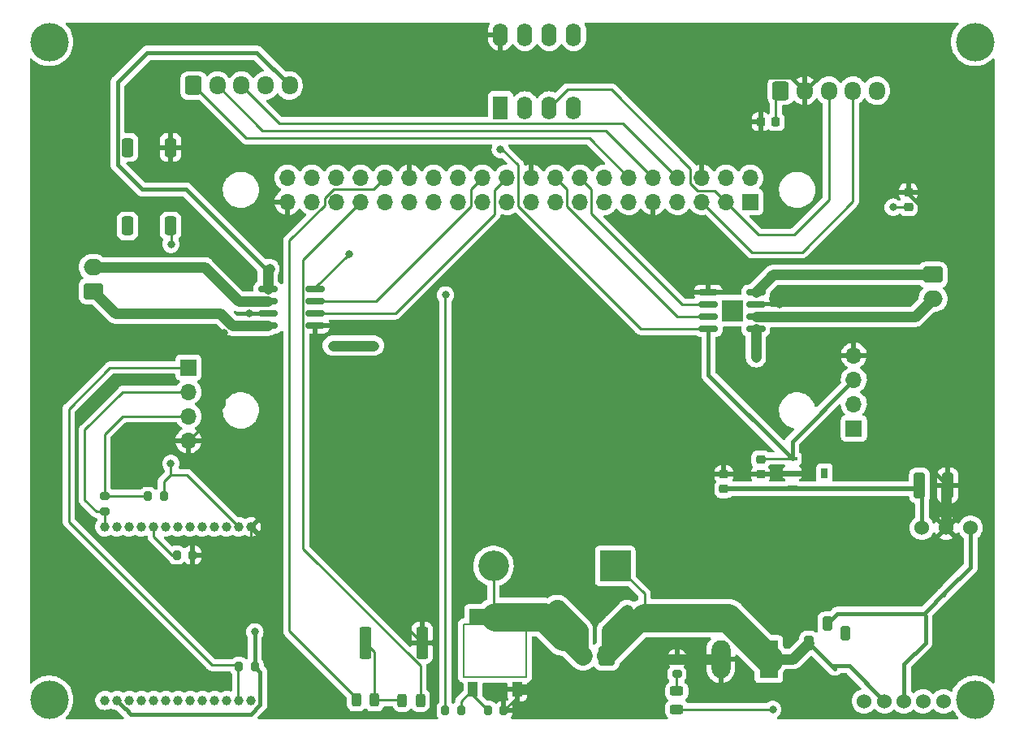
<source format=gtl>
%TF.GenerationSoftware,KiCad,Pcbnew,(6.0.6)*%
%TF.CreationDate,2022-07-27T09:36:34+09:00*%
%TF.ProjectId,arliss,61726c69-7373-42e6-9b69-6361645f7063,rev?*%
%TF.SameCoordinates,Original*%
%TF.FileFunction,Copper,L1,Top*%
%TF.FilePolarity,Positive*%
%FSLAX46Y46*%
G04 Gerber Fmt 4.6, Leading zero omitted, Abs format (unit mm)*
G04 Created by KiCad (PCBNEW (6.0.6)) date 2022-07-27 09:36:34*
%MOMM*%
%LPD*%
G01*
G04 APERTURE LIST*
G04 Aperture macros list*
%AMRoundRect*
0 Rectangle with rounded corners*
0 $1 Rounding radius*
0 $2 $3 $4 $5 $6 $7 $8 $9 X,Y pos of 4 corners*
0 Add a 4 corners polygon primitive as box body*
4,1,4,$2,$3,$4,$5,$6,$7,$8,$9,$2,$3,0*
0 Add four circle primitives for the rounded corners*
1,1,$1+$1,$2,$3*
1,1,$1+$1,$4,$5*
1,1,$1+$1,$6,$7*
1,1,$1+$1,$8,$9*
0 Add four rect primitives between the rounded corners*
20,1,$1+$1,$2,$3,$4,$5,0*
20,1,$1+$1,$4,$5,$6,$7,0*
20,1,$1+$1,$6,$7,$8,$9,0*
20,1,$1+$1,$8,$9,$2,$3,0*%
G04 Aperture macros list end*
%TA.AperFunction,EtchedComponent*%
%ADD10C,0.200000*%
%TD*%
%TA.AperFunction,ComponentPad*%
%ADD11C,1.524000*%
%TD*%
%TA.AperFunction,SMDPad,CuDef*%
%ADD12RoundRect,0.150000X0.825000X0.150000X-0.825000X0.150000X-0.825000X-0.150000X0.825000X-0.150000X0*%
%TD*%
%TA.AperFunction,SMDPad,CuDef*%
%ADD13R,0.400000X1.000000*%
%TD*%
%TA.AperFunction,SMDPad,CuDef*%
%ADD14R,1.000000X0.400000*%
%TD*%
%TA.AperFunction,ComponentPad*%
%ADD15O,1.700000X1.700000*%
%TD*%
%TA.AperFunction,ComponentPad*%
%ADD16R,1.700000X1.700000*%
%TD*%
%TA.AperFunction,SMDPad,CuDef*%
%ADD17RoundRect,0.200000X-0.275000X0.200000X-0.275000X-0.200000X0.275000X-0.200000X0.275000X0.200000X0*%
%TD*%
%TA.AperFunction,SMDPad,CuDef*%
%ADD18RoundRect,0.300000X-0.300000X0.700000X-0.300000X-0.700000X0.300000X-0.700000X0.300000X0.700000X0*%
%TD*%
%TA.AperFunction,SMDPad,CuDef*%
%ADD19RoundRect,0.200000X0.200000X0.275000X-0.200000X0.275000X-0.200000X-0.275000X0.200000X-0.275000X0*%
%TD*%
%TA.AperFunction,ComponentPad*%
%ADD20RoundRect,0.250000X0.250000X0.512000X-0.250000X0.512000X-0.250000X-0.512000X0.250000X-0.512000X0*%
%TD*%
%TA.AperFunction,SMDPad,CuDef*%
%ADD21RoundRect,0.200000X-0.200000X-0.275000X0.200000X-0.275000X0.200000X0.275000X-0.200000X0.275000X0*%
%TD*%
%TA.AperFunction,SMDPad,CuDef*%
%ADD22RoundRect,0.150000X-0.825000X-0.150000X0.825000X-0.150000X0.825000X0.150000X-0.825000X0.150000X0*%
%TD*%
%TA.AperFunction,SMDPad,CuDef*%
%ADD23R,2.300000X2.300000*%
%TD*%
%TA.AperFunction,SMDPad,CuDef*%
%ADD24RoundRect,0.243750X-0.456250X0.243750X-0.456250X-0.243750X0.456250X-0.243750X0.456250X0.243750X0*%
%TD*%
%TA.AperFunction,ComponentPad*%
%ADD25C,1.000000*%
%TD*%
%TA.AperFunction,ComponentPad*%
%ADD26R,1.600000X2.400000*%
%TD*%
%TA.AperFunction,ComponentPad*%
%ADD27O,1.600000X2.400000*%
%TD*%
%TA.AperFunction,SMDPad,CuDef*%
%ADD28RoundRect,0.250000X0.325000X1.100000X-0.325000X1.100000X-0.325000X-1.100000X0.325000X-1.100000X0*%
%TD*%
%TA.AperFunction,SMDPad,CuDef*%
%ADD29RoundRect,0.225000X-0.250000X0.225000X-0.250000X-0.225000X0.250000X-0.225000X0.250000X0.225000X0*%
%TD*%
%TA.AperFunction,SMDPad,CuDef*%
%ADD30RoundRect,0.225000X0.250000X-0.225000X0.250000X0.225000X-0.250000X0.225000X-0.250000X-0.225000X0*%
%TD*%
%TA.AperFunction,SMDPad,CuDef*%
%ADD31RoundRect,0.225000X0.225000X0.250000X-0.225000X0.250000X-0.225000X-0.250000X0.225000X-0.250000X0*%
%TD*%
%TA.AperFunction,ComponentPad*%
%ADD32C,4.000000*%
%TD*%
%TA.AperFunction,ComponentPad*%
%ADD33RoundRect,0.250000X-0.600000X-0.725000X0.600000X-0.725000X0.600000X0.725000X-0.600000X0.725000X0*%
%TD*%
%TA.AperFunction,ComponentPad*%
%ADD34O,1.700000X1.950000*%
%TD*%
%TA.AperFunction,SMDPad,CuDef*%
%ADD35RoundRect,0.243750X0.243750X0.456250X-0.243750X0.456250X-0.243750X-0.456250X0.243750X-0.456250X0*%
%TD*%
%TA.AperFunction,SMDPad,CuDef*%
%ADD36R,1.000000X1.500000*%
%TD*%
%TA.AperFunction,SMDPad,CuDef*%
%ADD37R,5.400000X1.700000*%
%TD*%
%TA.AperFunction,ComponentPad*%
%ADD38O,3.200000X3.200000*%
%TD*%
%TA.AperFunction,ComponentPad*%
%ADD39R,3.200000X3.200000*%
%TD*%
%TA.AperFunction,SMDPad,CuDef*%
%ADD40RoundRect,0.243750X-0.243750X-0.456250X0.243750X-0.456250X0.243750X0.456250X-0.243750X0.456250X0*%
%TD*%
%TA.AperFunction,ComponentPad*%
%ADD41O,2.000000X1.700000*%
%TD*%
%TA.AperFunction,ComponentPad*%
%ADD42RoundRect,0.250000X-0.750000X0.600000X-0.750000X-0.600000X0.750000X-0.600000X0.750000X0.600000X0*%
%TD*%
%TA.AperFunction,ComponentPad*%
%ADD43RoundRect,0.250000X0.750000X-0.600000X0.750000X0.600000X-0.750000X0.600000X-0.750000X-0.600000X0*%
%TD*%
%TA.AperFunction,ComponentPad*%
%ADD44O,1.700000X2.000000*%
%TD*%
%TA.AperFunction,ComponentPad*%
%ADD45RoundRect,0.250000X0.600000X0.750000X-0.600000X0.750000X-0.600000X-0.750000X0.600000X-0.750000X0*%
%TD*%
%TA.AperFunction,SMDPad,CuDef*%
%ADD46RoundRect,0.250000X0.362500X1.425000X-0.362500X1.425000X-0.362500X-1.425000X0.362500X-1.425000X0*%
%TD*%
%TA.AperFunction,ComponentPad*%
%ADD47O,1.980000X3.960000*%
%TD*%
%TA.AperFunction,ComponentPad*%
%ADD48R,1.980000X3.960000*%
%TD*%
%TA.AperFunction,ViaPad*%
%ADD49C,0.800000*%
%TD*%
%TA.AperFunction,Conductor*%
%ADD50C,1.100000*%
%TD*%
%TA.AperFunction,Conductor*%
%ADD51C,0.450000*%
%TD*%
%TA.AperFunction,Conductor*%
%ADD52C,0.250000*%
%TD*%
%TA.AperFunction,Conductor*%
%ADD53C,3.000000*%
%TD*%
%TA.AperFunction,Conductor*%
%ADD54C,2.000000*%
%TD*%
G04 APERTURE END LIST*
D10*
%TO.C,MOSFET1*%
X128480000Y-114050000D02*
X128480000Y-119550000D01*
X121980000Y-114050000D02*
X128480000Y-114050000D01*
X121980000Y-119550000D02*
X121980000Y-114050000D01*
X128480000Y-119550000D02*
X121980000Y-119550000D01*
%TD*%
D11*
%TO.P,5VConv1,3,+VOUT*%
%TO.N,RasPi_Vcc*%
X169735000Y-104000000D03*
%TO.P,5VConv1,2,GND*%
%TO.N,Raspi_GND*%
X172275000Y-104000000D03*
%TO.P,5VConv1,1,+VIN*%
%TO.N,Net-(5VConv1-Pad1)*%
X174815000Y-104000000D03*
%TD*%
D12*
%TO.P,MT_dr_R1,8,OUT2*%
%TO.N,Net-(MT_dr_R1-Pad8)*%
X101550000Y-82920000D03*
%TO.P,MT_dr_R1,7,RS*%
%TO.N,Raspi_GND*%
X101550000Y-81650000D03*
%TO.P,MT_dr_R1,6,OUT1*%
%TO.N,Net-(MT_dr_R1-Pad6)*%
X101550000Y-80380000D03*
%TO.P,MT_dr_R1,5,VM*%
%TO.N,/ToMotor*%
X101550000Y-79110000D03*
%TO.P,MT_dr_R1,4,VREF*%
%TO.N,Sensor_Vcc*%
X106500000Y-79110000D03*
%TO.P,MT_dr_R1,3,IN1*%
%TO.N,Net-(J1-Pad24)*%
X106500000Y-80380000D03*
%TO.P,MT_dr_R1,2,IN2*%
%TO.N,Net-(J1-Pad22)*%
X106500000Y-81650000D03*
%TO.P,MT_dr_R1,1,GND*%
%TO.N,Raspi_GND*%
X106500000Y-82920000D03*
%TD*%
D13*
%TO.P,U2,5*%
%TO.N,N/C*%
X159410000Y-98290000D03*
%TO.P,U2,4*%
X159710000Y-98290000D03*
D14*
%TO.P,U2,3,Vin*%
%TO.N,RasPi_Vcc*%
X156210000Y-99790000D03*
%TO.P,U2,1,Vout*%
%TO.N,Sensor_Vcc*%
X156210000Y-96790000D03*
%TO.P,U2,2,GND*%
%TO.N,Raspi_GND*%
X156210000Y-98290000D03*
%TD*%
D15*
%TO.P,uart-i2c2,4,Pin_4*%
%TO.N,Raspi_GND*%
X93270000Y-94900000D03*
%TO.P,uart-i2c2,3,Pin_3*%
%TO.N,Sensor_Vcc*%
X93270000Y-92360000D03*
%TO.P,uart-i2c2,2,Pin_2*%
%TO.N,/UART_Tx*%
X93270000Y-89820000D03*
D16*
%TO.P,uart-i2c2,1,Pin_1*%
%TO.N,/UART_Rx*%
X93270000Y-87280000D03*
%TD*%
D15*
%TO.P,uart-i2c1,4,Pin_4*%
%TO.N,Raspi_GND*%
X162640000Y-86010000D03*
%TO.P,uart-i2c1,3,Pin_3*%
%TO.N,Sensor_Vcc*%
X162640000Y-88550000D03*
%TO.P,uart-i2c1,2,Pin_2*%
%TO.N,/SDA*%
X162640000Y-91090000D03*
D16*
%TO.P,uart-i2c1,1,Pin_1*%
%TO.N,/SCL*%
X162640000Y-93630000D03*
%TD*%
D17*
%TO.P,R_LiPo1,1*%
%TO.N,Raspi_GND*%
X144190000Y-117625000D03*
%TO.P,R_LiPo1,2*%
%TO.N,Net-(LED_Lipo1-Pad1)*%
X144190000Y-119275000D03*
%TD*%
D18*
%TO.P,RST_SW1,A1,COM_1*%
%TO.N,Net-(RST_SW1-PadA1)*%
X91400000Y-72530000D03*
%TO.P,RST_SW1,B1,COM_2*%
%TO.N,Raspi_GND*%
X91400000Y-64330000D03*
%TO.P,RST_SW1,C1,NO_1*%
%TO.N,unconnected-(RST_SW1-PadC1)*%
X86900000Y-72530000D03*
%TO.P,RST_SW1,D1,NO_2*%
%TO.N,unconnected-(RST_SW1-PadD1)*%
X86900000Y-64330000D03*
%TD*%
D19*
%TO.P,Rnicr2,2*%
%TO.N,Net-(MOSFET1-Pad1)*%
X124495000Y-123040000D03*
%TO.P,Rnicr2,1*%
%TO.N,Raspi_GND*%
X126145000Y-123040000D03*
%TD*%
%TO.P,Rnicr1,2*%
%TO.N,Net-(J1-Pad29)*%
X120055000Y-123050000D03*
%TO.P,Rnicr1,1*%
%TO.N,Net-(MOSFET1-Pad1)*%
X121705000Y-123050000D03*
%TD*%
D20*
%TO.P,release_detect1,3*%
%TO.N,N/C*%
X161750000Y-115025000D03*
%TO.P,release_detect1,2,Pin_2*%
%TO.N,Net-(5VConv1-Pad1)*%
X159850000Y-114025000D03*
%TO.P,release_detect1,1,Pin_1*%
%TO.N,/ToMotor*%
X157950000Y-116025000D03*
%TD*%
D19*
%TO.P,Rcom4,2*%
%TO.N,/UART_Rx*%
X98535000Y-118470000D03*
%TO.P,Rcom4,1*%
%TO.N,Sensor_Vcc*%
X100185000Y-118470000D03*
%TD*%
D17*
%TO.P,Rcom3,2*%
%TO.N,/UART_Tx*%
X84500000Y-102325000D03*
%TO.P,Rcom3,1*%
%TO.N,Sensor_Vcc*%
X84500000Y-100675000D03*
%TD*%
D19*
%TO.P,Rcom2,2*%
%TO.N,Net-(Rcom2-Pad2)*%
X92035000Y-106850000D03*
%TO.P,Rcom2,1*%
%TO.N,Raspi_GND*%
X93685000Y-106850000D03*
%TD*%
D21*
%TO.P,Rcom1,2*%
%TO.N,Net-(RST_SW1-PadA1)*%
X90695000Y-100730000D03*
%TO.P,Rcom1,1*%
%TO.N,Sensor_Vcc*%
X89045000Y-100730000D03*
%TD*%
D22*
%TO.P,MT_dr_L1,1,GND*%
%TO.N,Raspi_GND*%
X147475000Y-79445000D03*
%TO.P,MT_dr_L1,2,IN2*%
%TO.N,Net-(J1-Pad16)*%
X147475000Y-80715000D03*
%TO.P,MT_dr_L1,3,IN1*%
%TO.N,Net-(J1-Pad18)*%
X147475000Y-81985000D03*
%TO.P,MT_dr_L1,4,VREF*%
%TO.N,Sensor_Vcc*%
X147475000Y-83255000D03*
%TO.P,MT_dr_L1,5,VM*%
%TO.N,/ToMotor*%
X152425000Y-83255000D03*
%TO.P,MT_dr_L1,6,OUT1*%
%TO.N,Net-(MT_dr_L1-Pad6)*%
X152425000Y-81985000D03*
%TO.P,MT_dr_L1,7,RS*%
%TO.N,Raspi_GND*%
X152425000Y-80715000D03*
%TO.P,MT_dr_L1,8,OUT2*%
%TO.N,Net-(MT_dr_L1-Pad8)*%
X152425000Y-79445000D03*
D23*
%TO.P,MT_dr_L1,9,EP*%
%TO.N,unconnected-(MT_dr_L1-Pad9)*%
X149950000Y-81350000D03*
%TD*%
D24*
%TO.P,LED_Lipo1,2*%
%TO.N,Net-(5VConv1-Pad1)*%
X144175000Y-122925000D03*
%TO.P,LED_Lipo1,1*%
%TO.N,Net-(LED_Lipo1-Pad1)*%
X144175000Y-121050000D03*
%TD*%
D16*
%TO.P,J1,1,3V3*%
%TO.N,unconnected-(J1-Pad1)*%
X151855000Y-70025000D03*
D15*
%TO.P,J1,2,5V*%
%TO.N,RasPi_Vcc*%
X151855000Y-67485000D03*
%TO.P,J1,3,SDA/GPIO2*%
%TO.N,/SDA*%
X149315000Y-70025000D03*
%TO.P,J1,4,5V*%
%TO.N,unconnected-(J1-Pad4)*%
X149315000Y-67485000D03*
%TO.P,J1,5,SCL/GPIO3*%
%TO.N,/SCL*%
X146775000Y-70025000D03*
%TO.P,J1,6,GND*%
%TO.N,Raspi_GND*%
X146775000Y-67485000D03*
%TO.P,J1,7,GCLK0/GPIO4*%
%TO.N,unconnected-(J1-Pad7)*%
X144235000Y-70025000D03*
%TO.P,J1,8,GPIO14/TXD*%
%TO.N,Net-(GPS_MAXB1-Pad3)*%
X144235000Y-67485000D03*
%TO.P,J1,9,GND*%
%TO.N,Raspi_GND*%
X141695000Y-70025000D03*
%TO.P,J1,10,GPIO15/RXD*%
%TO.N,Net-(GPS_MAXB1-Pad2)*%
X141695000Y-67485000D03*
%TO.P,J1,11,GPIO17*%
%TO.N,unconnected-(J1-Pad11)*%
X139155000Y-70025000D03*
%TO.P,J1,12,GPIO18/PWM0*%
%TO.N,Net-(GPS_MAXB1-Pad1)*%
X139155000Y-67485000D03*
%TO.P,J1,13,GPIO27*%
%TO.N,unconnected-(J1-Pad13)*%
X136615000Y-70025000D03*
%TO.P,J1,14,GND*%
%TO.N,unconnected-(J1-Pad14)*%
X136615000Y-67485000D03*
%TO.P,J1,15,GPIO22*%
%TO.N,unconnected-(J1-Pad15)*%
X134075000Y-70025000D03*
%TO.P,J1,16,GPIO23*%
%TO.N,Net-(J1-Pad16)*%
X134075000Y-67485000D03*
%TO.P,J1,17,3V3*%
%TO.N,unconnected-(J1-Pad17)*%
X131535000Y-70025000D03*
%TO.P,J1,18,GPIO24*%
%TO.N,Net-(J1-Pad18)*%
X131535000Y-67485000D03*
%TO.P,J1,19,MOSI0/GPIO10*%
%TO.N,unconnected-(J1-Pad19)*%
X128995000Y-70025000D03*
%TO.P,J1,20,GND*%
%TO.N,Raspi_GND*%
X128995000Y-67485000D03*
%TO.P,J1,21,MISO0/GPIO9*%
%TO.N,unconnected-(J1-Pad21)*%
X126455000Y-70025000D03*
%TO.P,J1,22,GPIO25*%
%TO.N,Net-(J1-Pad22)*%
X126455000Y-67485000D03*
%TO.P,J1,23,SCLK0/GPIO11*%
%TO.N,unconnected-(J1-Pad23)*%
X123915000Y-70025000D03*
%TO.P,J1,24,~{CE0}/GPIO8*%
%TO.N,Net-(J1-Pad24)*%
X123915000Y-67485000D03*
%TO.P,J1,25,GND*%
%TO.N,unconnected-(J1-Pad25)*%
X121375000Y-70025000D03*
%TO.P,J1,26,~{CE1}/GPIO7*%
%TO.N,unconnected-(J1-Pad26)*%
X121375000Y-67485000D03*
%TO.P,J1,27,ID_SD/GPIO0*%
%TO.N,unconnected-(J1-Pad27)*%
X118835000Y-70025000D03*
%TO.P,J1,28,ID_SC/GPIO1*%
%TO.N,unconnected-(J1-Pad28)*%
X118835000Y-67485000D03*
%TO.P,J1,29,GCLK1/GPIO5*%
%TO.N,Net-(J1-Pad29)*%
X116295000Y-70025000D03*
%TO.P,J1,30,GND*%
%TO.N,Raspi_GND*%
X116295000Y-67485000D03*
%TO.P,J1,31,GCLK2/GPIO6*%
%TO.N,unconnected-(J1-Pad31)*%
X113755000Y-70025000D03*
%TO.P,J1,32,PWM0/GPIO12*%
%TO.N,Net-(J1-Pad32)*%
X113755000Y-67485000D03*
%TO.P,J1,33,PWM1/GPIO13*%
%TO.N,Net-(J1-Pad33)*%
X111215000Y-70025000D03*
%TO.P,J1,34,GND*%
%TO.N,unconnected-(J1-Pad34)*%
X111215000Y-67485000D03*
%TO.P,J1,35,GPIO19/MISO1*%
%TO.N,unconnected-(J1-Pad35)*%
X108675000Y-70025000D03*
%TO.P,J1,36,GPIO16*%
%TO.N,unconnected-(J1-Pad36)*%
X108675000Y-67485000D03*
%TO.P,J1,37,GPIO26*%
%TO.N,unconnected-(J1-Pad37)*%
X106135000Y-70025000D03*
%TO.P,J1,38,GPIO20/MOSI1*%
%TO.N,unconnected-(J1-Pad38)*%
X106135000Y-67485000D03*
%TO.P,J1,39,GND*%
%TO.N,Raspi_GND*%
X103595000Y-70025000D03*
%TO.P,J1,40,GPIO21/SCLK1*%
%TO.N,unconnected-(J1-Pad40)*%
X103595000Y-67485000D03*
%TD*%
D25*
%TO.P,com1,26,Pin_26*%
%TO.N,unconnected-(com1-Pad26)*%
X99790000Y-122000000D03*
%TO.P,com1,25,Pin_25*%
%TO.N,/UART_Rx*%
X98520000Y-122000000D03*
%TO.P,com1,24,Pin_24*%
%TO.N,unconnected-(com1-Pad24)*%
X97250000Y-122000000D03*
%TO.P,com1,23,Pin_23*%
%TO.N,unconnected-(com1-Pad23)*%
X95980000Y-122000000D03*
%TO.P,com1,22,Pin_22*%
%TO.N,unconnected-(com1-Pad22)*%
X94710000Y-122000000D03*
%TO.P,com1,21,Pin_21*%
%TO.N,unconnected-(com1-Pad21)*%
X93440000Y-122000000D03*
%TO.P,com1,20,Pin_20*%
%TO.N,unconnected-(com1-Pad20)*%
X92170000Y-122000000D03*
%TO.P,com1,19,Pin_19*%
%TO.N,unconnected-(com1-Pad19)*%
X90900000Y-122000000D03*
%TO.P,com1,18,Pin_18*%
%TO.N,unconnected-(com1-Pad18)*%
X89630000Y-122000000D03*
%TO.P,com1,17,Pin_17*%
%TO.N,unconnected-(com1-Pad17)*%
X88360000Y-122000000D03*
%TO.P,com1,16,Pin_16*%
%TO.N,unconnected-(com1-Pad16)*%
X87090000Y-122000000D03*
%TO.P,com1,15,Pin_15*%
%TO.N,Sensor_Vcc*%
X85820000Y-122000000D03*
%TO.P,com1,14,Pin_14*%
%TO.N,unconnected-(com1-Pad14)*%
X84550000Y-122000000D03*
%TO.P,com1,13,Pin_13*%
%TO.N,/UART_Tx*%
X84550000Y-103900000D03*
%TO.P,com1,12,Pin_12*%
%TO.N,unconnected-(com1-Pad12)*%
X85820000Y-103900000D03*
%TO.P,com1,11,Pin_11*%
%TO.N,unconnected-(com1-Pad11)*%
X87090000Y-103900000D03*
%TO.P,com1,10,Pin_10*%
%TO.N,unconnected-(com1-Pad10)*%
X88360000Y-103900000D03*
%TO.P,com1,9,Pin_9*%
%TO.N,Net-(Rcom2-Pad2)*%
X89630000Y-103900000D03*
%TO.P,com1,8,Pin_8*%
%TO.N,unconnected-(com1-Pad8)*%
X90900000Y-103900000D03*
%TO.P,com1,7,Pin_7*%
%TO.N,unconnected-(com1-Pad7)*%
X92170000Y-103900000D03*
%TO.P,com1,6,Pin_6*%
%TO.N,unconnected-(com1-Pad6)*%
X93440000Y-103900000D03*
%TO.P,com1,5,Pin_5*%
%TO.N,unconnected-(com1-Pad5)*%
X94710000Y-103900000D03*
%TO.P,com1,4,Pin_4*%
%TO.N,unconnected-(com1-Pad4)*%
X95980000Y-103900000D03*
%TO.P,com1,3,Pin_3*%
%TO.N,unconnected-(com1-Pad3)*%
X97250000Y-103900000D03*
%TO.P,com1,2,Pin_2*%
%TO.N,Net-(RST_SW1-PadA1)*%
X98520000Y-103900000D03*
%TO.P,com1,1,Pin_1*%
%TO.N,Raspi_GND*%
X99790000Y-103900000D03*
%TD*%
D26*
%TO.P,Balom1,1,Pin_1*%
%TO.N,Sensor_Vcc*%
X125810000Y-60185000D03*
D27*
%TO.P,Balom1,2,Pin_2*%
%TO.N,/SCL*%
X128350000Y-60185000D03*
%TO.P,Balom1,3,Pin_3*%
%TO.N,/SDA*%
X130890000Y-60185000D03*
%TO.P,Balom1,4,Pin_4*%
%TO.N,unconnected-(Balom1-Pad4)*%
X133430000Y-60185000D03*
%TO.P,Balom1,5,Pin_5*%
%TO.N,unconnected-(Balom1-Pad5)*%
X133430000Y-52565000D03*
%TO.P,Balom1,6,Pin_6*%
%TO.N,unconnected-(Balom1-Pad6)*%
X130890000Y-52565000D03*
%TO.P,Balom1,7,Pin_7*%
%TO.N,unconnected-(Balom1-Pad7)*%
X128350000Y-52565000D03*
%TO.P,Balom1,8,Pin_8*%
%TO.N,Raspi_GND*%
X125810000Y-52565000D03*
%TD*%
D28*
%TO.P,47\u03BCF1,1*%
%TO.N,Raspi_GND*%
X172425000Y-99575000D03*
%TO.P,47\u03BCF1,2*%
%TO.N,RasPi_Vcc*%
X169475000Y-99575000D03*
%TD*%
D29*
%TO.P,2.2\u03BCF3,2*%
%TO.N,RasPi_Vcc*%
X168320000Y-70565000D03*
%TO.P,2.2\u03BCF3,1*%
%TO.N,Raspi_GND*%
X168320000Y-69015000D03*
%TD*%
D30*
%TO.P,2.2\u03BCF2,2*%
%TO.N,Sensor_Vcc*%
X152920000Y-96875000D03*
%TO.P,2.2\u03BCF2,1*%
%TO.N,Raspi_GND*%
X152920000Y-98425000D03*
%TD*%
D31*
%TO.P,2.2\u03BCF1,2*%
%TO.N,Raspi_GND*%
X152935000Y-61650000D03*
%TO.P,2.2\u03BCF1,1*%
%TO.N,Sensor_Vcc*%
X154485000Y-61650000D03*
%TD*%
D29*
%TO.P,1.0\u03BCF1,2*%
%TO.N,RasPi_Vcc*%
X149080000Y-99965000D03*
%TO.P,1.0\u03BCF1,1*%
%TO.N,Raspi_GND*%
X149080000Y-98415000D03*
%TD*%
D32*
%TO.P,REF\u002A\u002A,1*%
%TO.N,N/C*%
X78740000Y-53340000D03*
%TD*%
D33*
%TO.P,GPS_MAXB1,1,Pin_1*%
%TO.N,Net-(GPS_MAXB1-Pad1)*%
X93800000Y-57882500D03*
D34*
%TO.P,GPS_MAXB1,2,Pin_2*%
%TO.N,Net-(GPS_MAXB1-Pad2)*%
X96300000Y-57882500D03*
%TO.P,GPS_MAXB1,3,Pin_3*%
%TO.N,Net-(GPS_MAXB1-Pad3)*%
X98800000Y-57882500D03*
%TO.P,GPS_MAXB1,4,Pin_4*%
%TO.N,Raspi_GND*%
X101300000Y-57882500D03*
%TO.P,GPS_MAXB1,5,Pin_5*%
%TO.N,/ToMotor*%
X103800000Y-57882500D03*
%TD*%
D35*
%TO.P,LED2,1*%
%TO.N,Net-(LED1-Pad1)*%
X112657500Y-121950000D03*
%TO.P,LED2,2*%
%TO.N,Net-(J1-Pad32)*%
X110782500Y-121950000D03*
%TD*%
D36*
%TO.P,MOSFET1,3*%
%TO.N,Raspi_GND*%
X127530000Y-120850000D03*
D37*
%TO.P,MOSFET1,2*%
%TO.N,Net-(MOSFET1-Pad2)*%
X125230000Y-113300000D03*
D36*
%TO.P,MOSFET1,1*%
%TO.N,Net-(MOSFET1-Pad1)*%
X122930000Y-120850000D03*
%TD*%
D38*
%TO.P,stranger1,2,A*%
%TO.N,Net-(MOSFET1-Pad2)*%
X125060000Y-107990000D03*
D39*
%TO.P,stranger1,1,K*%
%TO.N,/ToMotor*%
X137760000Y-107990000D03*
%TD*%
D40*
%TO.P,LED1,1*%
%TO.N,Net-(LED1-Pad1)*%
X115562500Y-121990000D03*
%TO.P,LED1,2*%
%TO.N,Net-(J1-Pad33)*%
X117437500Y-121990000D03*
%TD*%
D41*
%TO.P,Motor_L1,2,Pin_2*%
%TO.N,Net-(MT_dr_L1-Pad6)*%
X170887500Y-80120000D03*
D42*
%TO.P,Motor_L1,1,Pin_1*%
%TO.N,Net-(MT_dr_L1-Pad8)*%
X170887500Y-77620000D03*
%TD*%
D11*
%TO.P,S1,23*%
%TO.N,N/C*%
X172000000Y-122100000D03*
%TO.P,S1,22*%
X169850000Y-122100000D03*
%TO.P,S1,21*%
X163700000Y-122100000D03*
%TO.P,S1,20*%
%TO.N,/ToMotor*%
X165850000Y-122100000D03*
%TO.P,S1,18*%
%TO.N,Net-(5VConv1-Pad1)*%
X167850000Y-122100000D03*
%TD*%
D41*
%TO.P,Motor_R1,2,Pin_2*%
%TO.N,Net-(MT_dr_R1-Pad6)*%
X83338500Y-76820400D03*
D43*
%TO.P,Motor_R1,1,Pin_1*%
%TO.N,Net-(MT_dr_R1-Pad8)*%
X83338500Y-79320400D03*
%TD*%
D44*
%TO.P,NiCr_Wire1,2,Pin_2*%
%TO.N,Net-(MOSFET1-Pad2)*%
X134375000Y-117367500D03*
D45*
%TO.P,NiCr_Wire1,1,Pin_1*%
%TO.N,/ToMotor*%
X136875000Y-117367500D03*
%TD*%
D34*
%TO.P,9axis1,5,Pin_5*%
%TO.N,unconnected-(9axis1-Pad5)*%
X165020000Y-58412500D03*
%TO.P,9axis1,4,Pin_4*%
%TO.N,/SCL*%
X162520000Y-58412500D03*
%TO.P,9axis1,3,Pin_3*%
%TO.N,/SDA*%
X160020000Y-58412500D03*
%TO.P,9axis1,2,Pin_2*%
%TO.N,Raspi_GND*%
X157520000Y-58412500D03*
D33*
%TO.P,9axis1,1,Pin_1*%
%TO.N,Sensor_Vcc*%
X155020000Y-58412500D03*
%TD*%
D46*
%TO.P,Rled1,1*%
%TO.N,Raspi_GND*%
X117632500Y-116010000D03*
%TO.P,Rled1,2*%
%TO.N,Net-(LED1-Pad1)*%
X111707500Y-116010000D03*
%TD*%
D32*
%TO.P,REF\u002A\u002A,1*%
%TO.N,N/C*%
X78740000Y-121920000D03*
%TD*%
%TO.P,REF\u002A\u002A,1*%
%TO.N,N/C*%
X175260000Y-53340000D03*
%TD*%
D47*
%TO.P,J2,2,Pin_2*%
%TO.N,Raspi_GND*%
X148765000Y-117700000D03*
D48*
%TO.P,J2,1,Pin_1*%
%TO.N,/ToMotor*%
X153765000Y-117700000D03*
%TD*%
D32*
%TO.P,REF\u002A\u002A,1*%
%TO.N,N/C*%
X175260000Y-121920000D03*
%TD*%
D49*
%TO.N,Raspi_GND*%
X108570000Y-92330000D03*
X93240000Y-64270000D03*
X118940000Y-116010000D03*
%TO.N,Net-(5VConv1-Pad1)*%
X154180000Y-122950000D03*
%TO.N,Raspi_GND*%
X154890000Y-80700000D03*
%TO.N,/ToMotor*%
X152440000Y-86220000D03*
X108300000Y-84990000D03*
X101690000Y-77000000D03*
X112590000Y-85010000D03*
%TO.N,Raspi_GND*%
X96950000Y-83660000D03*
X99640000Y-81650000D03*
%TO.N,Sensor_Vcc*%
X100185000Y-114855000D03*
%TO.N,Net-(RST_SW1-PadA1)*%
X91440000Y-74430000D03*
X91430000Y-97300000D03*
%TO.N,Net-(J1-Pad29)*%
X120060000Y-79720000D03*
%TO.N,RasPi_Vcc*%
X166745000Y-70565000D03*
%TO.N,Sensor_Vcc*%
X110020000Y-75450000D03*
X125790000Y-64550000D03*
%TD*%
D50*
%TO.N,/ToMotor*%
X136875000Y-114660600D02*
X136875000Y-117367500D01*
X139149800Y-112741400D02*
X138972000Y-112563600D01*
X139149800Y-113554200D02*
X139149800Y-112741400D01*
X137702000Y-115002000D02*
X139149800Y-113554200D01*
X137524200Y-115002000D02*
X137702000Y-115002000D01*
X138972000Y-112563600D02*
X136875000Y-114660600D01*
X137524200Y-114011400D02*
X137524200Y-115002000D01*
%TO.N,Net-(MOSFET1-Pad2)*%
X133570200Y-115350000D02*
X132357500Y-115350000D01*
X134375000Y-114545200D02*
X133570200Y-115350000D01*
X130385400Y-113200000D02*
X125230000Y-113200000D01*
X134375000Y-114545200D02*
X131885400Y-112055600D01*
X131885400Y-112055600D02*
X131529800Y-112055600D01*
X131529800Y-112055600D02*
X130385400Y-113200000D01*
X134375000Y-117367500D02*
X134375000Y-114545200D01*
%TO.N,Net-(MT_dr_R1-Pad6)*%
X98538000Y-80410000D02*
X101550000Y-80410000D01*
X94948400Y-76820400D02*
X98538000Y-80410000D01*
X83338500Y-76820400D02*
X94948400Y-76820400D01*
%TO.N,Net-(MT_dr_R1-Pad8)*%
X96568146Y-81651800D02*
X85669900Y-81651800D01*
X85669900Y-81651800D02*
X83338500Y-79320400D01*
X97836346Y-82920000D02*
X96568146Y-81651800D01*
X101550000Y-82920000D02*
X97836346Y-82920000D01*
D51*
%TO.N,Sensor_Vcc*%
X100185000Y-114855000D02*
X100185000Y-118470000D01*
X100740000Y-119025000D02*
X100185000Y-118470000D01*
X100740000Y-122440000D02*
X100740000Y-119025000D01*
X99740000Y-123440000D02*
X100740000Y-122440000D01*
X87260000Y-123440000D02*
X99740000Y-123440000D01*
X86724074Y-122904074D02*
X87260000Y-123440000D01*
X86685926Y-122904074D02*
X86724074Y-122904074D01*
X85820000Y-122038148D02*
X86685926Y-122904074D01*
X85820000Y-122000000D02*
X85820000Y-122038148D01*
D52*
%TO.N,Raspi_GND*%
X117632500Y-97902500D02*
X117632500Y-116010000D01*
X112060000Y-92330000D02*
X117632500Y-97902500D01*
X108570000Y-92330000D02*
X112060000Y-92330000D01*
X106500000Y-104877500D02*
X117632500Y-116010000D01*
X106500000Y-82920000D02*
X106500000Y-104877500D01*
%TO.N,Net-(MOSFET1-Pad2)*%
X125060000Y-113130000D02*
X125230000Y-113300000D01*
X125060000Y-107990000D02*
X125060000Y-113130000D01*
D51*
%TO.N,/ToMotor*%
X100367500Y-54450000D02*
X103800000Y-57882500D01*
X88970000Y-54450000D02*
X100367500Y-54450000D01*
X85875000Y-66155000D02*
X85875000Y-57545000D01*
X88430000Y-68710000D02*
X85875000Y-66155000D01*
X92980000Y-68710000D02*
X88430000Y-68710000D01*
X101270000Y-77000000D02*
X92980000Y-68710000D01*
X101690000Y-77000000D02*
X101270000Y-77000000D01*
X85875000Y-57545000D02*
X88970000Y-54450000D01*
%TO.N,Sensor_Vcc*%
X147475000Y-88055000D02*
X147475000Y-83255000D01*
X156210000Y-96790000D02*
X147475000Y-88055000D01*
X156210000Y-94980000D02*
X156210000Y-96790000D01*
X162640000Y-88550000D02*
X156210000Y-94980000D01*
%TO.N,Raspi_GND*%
X169050000Y-96200000D02*
X172425000Y-99575000D01*
X159250000Y-96200000D02*
X169050000Y-96200000D01*
X157035000Y-98415000D02*
X159250000Y-96200000D01*
X149080000Y-98415000D02*
X157035000Y-98415000D01*
%TO.N,RasPi_Vcc*%
X149080000Y-99965000D02*
X169085000Y-99965000D01*
X169085000Y-99965000D02*
X169475000Y-99575000D01*
%TO.N,Raspi_GND*%
X175065000Y-75915760D02*
X175065000Y-98295000D01*
X174714620Y-75565380D02*
X175065000Y-75915760D01*
X173785000Y-99575000D02*
X175065000Y-98295000D01*
X174714620Y-75565380D02*
X168320000Y-69170761D01*
X146775000Y-63100000D02*
X146775000Y-67485000D01*
X146902500Y-62972500D02*
X146775000Y-63100000D01*
D52*
X147057500Y-62817500D02*
X146902500Y-62972500D01*
D51*
X152862500Y-57012500D02*
X147057500Y-62817500D01*
X157520000Y-58412500D02*
X156120000Y-57012500D01*
X156120000Y-57012500D02*
X152862500Y-57012500D01*
D52*
X149977500Y-59897500D02*
X147057500Y-62817500D01*
D51*
X157520000Y-58412500D02*
X161422500Y-54510000D01*
X165270000Y-54510000D02*
X161540000Y-54510000D01*
X168320000Y-57560000D02*
X165270000Y-54510000D01*
D52*
X161540000Y-54510000D02*
X161422500Y-54510000D01*
D51*
X168320000Y-57560000D02*
X168250000Y-57490000D01*
X168320000Y-69015000D02*
X168320000Y-57560000D01*
X168320000Y-69170761D02*
X168320000Y-69015000D01*
X172425000Y-99575000D02*
X173785000Y-99575000D01*
D50*
X172275000Y-99725000D02*
X172425000Y-99575000D01*
X172275000Y-104000000D02*
X172275000Y-99725000D01*
%TO.N,Net-(MT_dr_L1-Pad6)*%
X153685000Y-81955000D02*
X152425000Y-81955000D01*
X153715000Y-81985000D02*
X153685000Y-81955000D01*
X169022500Y-81985000D02*
X153715000Y-81985000D01*
X170887500Y-80120000D02*
X169022500Y-81985000D01*
%TO.N,Net-(MT_dr_L1-Pad8)*%
X154250000Y-77620000D02*
X152425000Y-79445000D01*
X170887500Y-77620000D02*
X154250000Y-77620000D01*
%TO.N,/ToMotor*%
X152440000Y-83270000D02*
X152425000Y-83255000D01*
X152440000Y-86220000D02*
X152440000Y-83270000D01*
X101550000Y-77140000D02*
X101690000Y-77000000D01*
X101550000Y-79110000D02*
X101550000Y-77140000D01*
X112570000Y-84990000D02*
X112590000Y-85010000D01*
X108300000Y-84990000D02*
X112570000Y-84990000D01*
D52*
%TO.N,Raspi_GND*%
X91400000Y-64330000D02*
X93180000Y-64330000D01*
X93180000Y-64330000D02*
X93240000Y-64270000D01*
X118980000Y-116050000D02*
X118940000Y-116010000D01*
X117632500Y-116010000D02*
X118940000Y-116010000D01*
%TO.N,Net-(LED1-Pad1)*%
X112657500Y-116960000D02*
X111707500Y-116010000D01*
X112657500Y-121950000D02*
X112657500Y-116960000D01*
X115522500Y-121950000D02*
X115562500Y-121990000D01*
X112657500Y-121950000D02*
X115522500Y-121950000D01*
%TO.N,Net-(J1-Pad32)*%
X112580000Y-68660000D02*
X113755000Y-67485000D01*
X108378299Y-68660000D02*
X112580000Y-68660000D01*
X103760000Y-114770000D02*
X103760000Y-74061701D01*
X107460000Y-70361701D02*
X107460000Y-69578299D01*
X110782500Y-121792500D02*
X103760000Y-114770000D01*
X110782500Y-121950000D02*
X110782500Y-121792500D01*
X103760000Y-74061701D02*
X107460000Y-70361701D01*
X107460000Y-69578299D02*
X108378299Y-68660000D01*
%TO.N,Net-(J1-Pad33)*%
X105200000Y-76040000D02*
X111215000Y-70025000D01*
X105200000Y-106178173D02*
X105200000Y-76040000D01*
X117437500Y-118415673D02*
X105200000Y-106178173D01*
X117437500Y-121990000D02*
X117437500Y-118415673D01*
%TO.N,Net-(LED_Lipo1-Pad1)*%
X144175000Y-119290000D02*
X144190000Y-119275000D01*
X144175000Y-121050000D02*
X144175000Y-119290000D01*
%TO.N,Net-(5VConv1-Pad1)*%
X154155000Y-122925000D02*
X154180000Y-122950000D01*
X144175000Y-122925000D02*
X154155000Y-122925000D01*
%TO.N,Raspi_GND*%
X154875000Y-80715000D02*
X154890000Y-80700000D01*
X152425000Y-80715000D02*
X154875000Y-80715000D01*
X99640000Y-81650000D02*
X101550000Y-81650000D01*
X96950000Y-85720002D02*
X96974999Y-85745001D01*
X96950000Y-83660000D02*
X96950000Y-85720002D01*
X96974999Y-91195001D02*
X96974999Y-85745001D01*
X93270000Y-94900000D02*
X96974999Y-91195001D01*
%TO.N,Sensor_Vcc*%
X84500000Y-94280000D02*
X84500000Y-100675000D01*
X86420000Y-92360000D02*
X84500000Y-94280000D01*
X93270000Y-92360000D02*
X86420000Y-92360000D01*
%TO.N,/UART_Tx*%
X83685000Y-102325000D02*
X84500000Y-102325000D01*
X82450000Y-101090000D02*
X83685000Y-102325000D01*
X82450000Y-93790000D02*
X82450000Y-101090000D01*
X86420000Y-89820000D02*
X82450000Y-93790000D01*
X93270000Y-89820000D02*
X86420000Y-89820000D01*
%TO.N,/UART_Rx*%
X86420000Y-87280000D02*
X93270000Y-87280000D01*
X86400000Y-87300000D02*
X86420000Y-87280000D01*
%TO.N,Raspi_GND*%
X93695000Y-106860000D02*
X93685000Y-106850000D01*
X98010000Y-106860000D02*
X93695000Y-106860000D01*
X99790000Y-105080000D02*
X98010000Y-106860000D01*
X99790000Y-103900000D02*
X99790000Y-105080000D01*
%TO.N,Net-(Rcom2-Pad2)*%
X89630000Y-104920000D02*
X91560000Y-106850000D01*
X91560000Y-106850000D02*
X92035000Y-106850000D01*
X89630000Y-103900000D02*
X89630000Y-104920000D01*
%TO.N,Sensor_Vcc*%
X100290000Y-114660000D02*
X100290000Y-114750000D01*
X100290000Y-114750000D02*
X100185000Y-114855000D01*
X85820000Y-122000000D02*
X87260000Y-123440000D01*
%TO.N,/UART_Rx*%
X98427821Y-121907821D02*
X98520000Y-122000000D01*
X98427821Y-118577179D02*
X98427821Y-121907821D01*
X98535000Y-118470000D02*
X98427821Y-118577179D01*
X98375000Y-118310000D02*
X98535000Y-118470000D01*
X95720000Y-118310000D02*
X98375000Y-118310000D01*
X80780000Y-91600000D02*
X80780000Y-103370000D01*
X80780000Y-103370000D02*
X95720000Y-118310000D01*
X86400000Y-87300000D02*
X85080000Y-87300000D01*
X85080000Y-87300000D02*
X80780000Y-91600000D01*
%TO.N,Sensor_Vcc*%
X88990000Y-100675000D02*
X89045000Y-100730000D01*
X84500000Y-100675000D02*
X88990000Y-100675000D01*
%TO.N,/UART_Tx*%
X84550000Y-103900000D02*
X84550000Y-102375000D01*
X84550000Y-102375000D02*
X84500000Y-102325000D01*
%TO.N,Net-(RST_SW1-PadA1)*%
X91440000Y-74430000D02*
X91440000Y-72570000D01*
X91410000Y-97320000D02*
X91430000Y-97300000D01*
X91440000Y-72570000D02*
X91400000Y-72530000D01*
X91410000Y-98490000D02*
X91410000Y-97320000D01*
X90695000Y-99205000D02*
X90695000Y-100730000D01*
X91410000Y-98490000D02*
X90695000Y-99205000D01*
X93110000Y-98490000D02*
X91410000Y-98490000D01*
X98520000Y-103900000D02*
X93110000Y-98490000D01*
%TO.N,Net-(J1-Pad29)*%
X120055000Y-79725000D02*
X120060000Y-79720000D01*
X120055000Y-123050000D02*
X120055000Y-79725000D01*
%TO.N,Net-(MOSFET1-Pad1)*%
X121705000Y-122075000D02*
X122930000Y-120850000D01*
X121705000Y-123050000D02*
X121705000Y-122075000D01*
%TO.N,Raspi_GND*%
X151730000Y-61650000D02*
X149977500Y-59897500D01*
X152935000Y-61650000D02*
X151730000Y-61650000D01*
X152762500Y-57112500D02*
X149977500Y-59897500D01*
%TO.N,Sensor_Vcc*%
X154485000Y-58947500D02*
X155020000Y-58412500D01*
X154485000Y-61650000D02*
X154485000Y-58947500D01*
%TO.N,/ToMotor*%
X140817500Y-110887500D02*
X137900000Y-107970000D01*
X140817500Y-113425000D02*
X140817500Y-110887500D01*
%TO.N,Net-(MOSFET1-Pad1)*%
X122930000Y-121475000D02*
X124495000Y-123040000D01*
X122930000Y-120850000D02*
X122930000Y-121475000D01*
%TO.N,Raspi_GND*%
X127530000Y-121655000D02*
X127530000Y-120850000D01*
X126145000Y-123040000D02*
X127530000Y-121655000D01*
D53*
%TO.N,Net-(MOSFET1-Pad2)*%
X130307500Y-113300000D02*
X125230000Y-113300000D01*
X132357500Y-115350000D02*
X130307500Y-113300000D01*
D50*
%TO.N,Raspi_GND*%
X127530000Y-120850000D02*
X137330000Y-120850000D01*
D52*
X137330000Y-120850000D02*
X137477500Y-120997500D01*
D50*
X137477500Y-120997500D02*
X140950000Y-117525000D01*
D52*
%TO.N,RasPi_Vcc*%
X166620000Y-70440000D02*
X166745000Y-70565000D01*
X168320000Y-70565000D02*
X166745000Y-70565000D01*
%TO.N,Raspi_GND*%
X168250000Y-57490000D02*
X165270000Y-54510000D01*
X172275000Y-99725000D02*
X172275000Y-102913000D01*
%TO.N,RasPi_Vcc*%
X149080000Y-99965000D02*
X149255000Y-99790000D01*
X149255000Y-99790000D02*
X156210000Y-99790000D01*
%TO.N,Raspi_GND*%
X152910000Y-98415000D02*
X152920000Y-98425000D01*
X149080000Y-98415000D02*
X152910000Y-98415000D01*
X153055000Y-98290000D02*
X156210000Y-98290000D01*
X152920000Y-98425000D02*
X153055000Y-98290000D01*
%TO.N,Sensor_Vcc*%
X153005000Y-96790000D02*
X152920000Y-96875000D01*
X156210000Y-96790000D02*
X153005000Y-96790000D01*
X106500000Y-78970000D02*
X106500000Y-79110000D01*
X110020000Y-75450000D02*
X106500000Y-78970000D01*
X125970000Y-64520000D02*
X125820000Y-64520000D01*
X127630000Y-66180000D02*
X125970000Y-64520000D01*
X140445000Y-83255000D02*
X127630000Y-70440000D01*
X127630000Y-70440000D02*
X127630000Y-66180000D01*
X125820000Y-64520000D02*
X125790000Y-64550000D01*
X147475000Y-83255000D02*
X140445000Y-83255000D01*
%TO.N,RasPi_Vcc*%
X156210000Y-99790000D02*
X169260000Y-99790000D01*
X169260000Y-99790000D02*
X169475000Y-99575000D01*
%TO.N,Raspi_GND*%
X157160000Y-98290000D02*
X159250000Y-96200000D01*
X156210000Y-98290000D02*
X157160000Y-98290000D01*
%TO.N,Net-(MT_dr_L1-Pad6)*%
X152425000Y-81985000D02*
X169022500Y-81985000D01*
%TO.N,Net-(J1-Pad22)*%
X125185000Y-68755000D02*
X126455000Y-67485000D01*
X125185000Y-71286444D02*
X125185000Y-68755000D01*
X114821444Y-81650000D02*
X125185000Y-71286444D01*
X106500000Y-81650000D02*
X114821444Y-81650000D01*
%TO.N,Net-(J1-Pad24)*%
X122740000Y-68660000D02*
X123915000Y-67485000D01*
X122740000Y-70440000D02*
X122740000Y-68660000D01*
X112800000Y-80380000D02*
X122740000Y-70440000D01*
X106500000Y-80380000D02*
X112800000Y-80380000D01*
%TO.N,Net-(J1-Pad18)*%
X132710000Y-68660000D02*
X131535000Y-67485000D01*
X144245000Y-81985000D02*
X132710000Y-70450000D01*
X132710000Y-70450000D02*
X132710000Y-68660000D01*
X147475000Y-81985000D02*
X144245000Y-81985000D01*
%TO.N,Net-(J1-Pad16)*%
X135270000Y-71211444D02*
X135270000Y-68680000D01*
X144773556Y-80715000D02*
X135270000Y-71211444D01*
X135270000Y-68680000D02*
X134075000Y-67485000D01*
X147475000Y-80715000D02*
X144773556Y-80715000D01*
%TO.N,Raspi_GND*%
X101770000Y-81650000D02*
X101820000Y-81700000D01*
X101550000Y-81650000D02*
X101770000Y-81650000D01*
%TO.N,/SDA*%
X148140000Y-68850000D02*
X149315000Y-70025000D01*
X146360000Y-68850000D02*
X148140000Y-68850000D01*
X145600000Y-68090000D02*
X146360000Y-68850000D01*
X145600000Y-66530000D02*
X145600000Y-68090000D01*
X137350000Y-58280000D02*
X145600000Y-66530000D01*
X132795000Y-58280000D02*
X137350000Y-58280000D01*
X130890000Y-60185000D02*
X132795000Y-58280000D01*
%TO.N,Net-(GPS_MAXB1-Pad2)*%
X100987500Y-62570000D02*
X96300000Y-57882500D01*
X136780000Y-62570000D02*
X100987500Y-62570000D01*
X141695000Y-67485000D02*
X136780000Y-62570000D01*
X96300000Y-58007500D02*
X96300000Y-57882500D01*
%TO.N,Net-(GPS_MAXB1-Pad1)*%
X99292500Y-63375000D02*
X93800000Y-57882500D01*
X135045000Y-63375000D02*
X99292500Y-63375000D01*
X139155000Y-67485000D02*
X135045000Y-63375000D01*
%TO.N,Net-(GPS_MAXB1-Pad3)*%
X102742500Y-61825000D02*
X98800000Y-57882500D01*
X138575000Y-61825000D02*
X102742500Y-61825000D01*
X144235000Y-67485000D02*
X138575000Y-61825000D01*
%TO.N,/SDA*%
X160020000Y-69805000D02*
X160020000Y-58412500D01*
X156395000Y-73430000D02*
X160020000Y-69805000D01*
X152720000Y-73430000D02*
X156395000Y-73430000D01*
X149315000Y-70025000D02*
X152720000Y-73430000D01*
%TO.N,/SCL*%
X152025000Y-75275000D02*
X146775000Y-70025000D01*
X162520000Y-69980000D02*
X157225000Y-75275000D01*
X157225000Y-75275000D02*
X152025000Y-75275000D01*
X162520000Y-58412500D02*
X162520000Y-69980000D01*
%TO.N,Raspi_GND*%
X156220000Y-57112500D02*
X152762500Y-57112500D01*
X157520000Y-58412500D02*
X156220000Y-57112500D01*
%TO.N,RasPi_Vcc*%
X169475000Y-99575000D02*
X169400000Y-99500000D01*
D51*
X169735000Y-99835000D02*
X169475000Y-99575000D01*
X169735000Y-104000000D02*
X169735000Y-99835000D01*
%TO.N,Net-(5VConv1-Pad1)*%
X170100000Y-115975000D02*
X170100000Y-113200000D01*
X167850000Y-118225000D02*
X170100000Y-115975000D01*
X167850000Y-122100000D02*
X167850000Y-118225000D01*
X160900000Y-112975000D02*
X169950000Y-112975000D01*
X159850000Y-114025000D02*
X160900000Y-112975000D01*
X169950000Y-112975000D02*
X172375000Y-110550000D01*
X172375000Y-110550000D02*
X174815000Y-108110000D01*
X171925000Y-111000000D02*
X172375000Y-110550000D01*
%TO.N,/ToMotor*%
X160350000Y-118425000D02*
X162175000Y-118425000D01*
X162175000Y-118425000D02*
X165850000Y-122100000D01*
X160350000Y-118425000D02*
X157950000Y-116025000D01*
X160625000Y-118700000D02*
X160350000Y-118425000D01*
%TO.N,Net-(5VConv1-Pad1)*%
X171960000Y-111000000D02*
X171925000Y-111000000D01*
D50*
%TO.N,Raspi_GND*%
X140950000Y-117525000D02*
X141125000Y-117700000D01*
X141125000Y-117700000D02*
X148765000Y-117700000D01*
D54*
%TO.N,Net-(MOSFET1-Pad2)*%
X134375000Y-117367500D02*
X132357500Y-115350000D01*
%TO.N,/ToMotor*%
X140817500Y-113425000D02*
X136875000Y-117367500D01*
D53*
X149490000Y-113425000D02*
X140817500Y-113425000D01*
X153765000Y-117700000D02*
X149490000Y-113425000D01*
D51*
%TO.N,Net-(5VConv1-Pad1)*%
X174815000Y-108110000D02*
X174815000Y-104000000D01*
D50*
%TO.N,/ToMotor*%
X156275000Y-117700000D02*
X157950000Y-116025000D01*
X153765000Y-117700000D02*
X156275000Y-117700000D01*
%TD*%
%TA.AperFunction,Conductor*%
%TO.N,Raspi_GND*%
G36*
X124639032Y-51328502D02*
G01*
X124685525Y-51382158D01*
X124695629Y-51452432D01*
X124677426Y-51498428D01*
X124678818Y-51499232D01*
X124670586Y-51513489D01*
X124578510Y-51710947D01*
X124574764Y-51721239D01*
X124518375Y-51931688D01*
X124516472Y-51942481D01*
X124502238Y-52105170D01*
X124502000Y-52110635D01*
X124502000Y-52292885D01*
X124506475Y-52308124D01*
X124507865Y-52309329D01*
X124515548Y-52311000D01*
X125938000Y-52311000D01*
X126006121Y-52331002D01*
X126052614Y-52384658D01*
X126064000Y-52437000D01*
X126064000Y-54232967D01*
X126067973Y-54246498D01*
X126076522Y-54247727D01*
X126253761Y-54200236D01*
X126264053Y-54196490D01*
X126461511Y-54104414D01*
X126471007Y-54098931D01*
X126649467Y-53973972D01*
X126657875Y-53966916D01*
X126811916Y-53812875D01*
X126818972Y-53804467D01*
X126943931Y-53626007D01*
X126949414Y-53616511D01*
X126965529Y-53581951D01*
X127012446Y-53528666D01*
X127080723Y-53509205D01*
X127148683Y-53529747D01*
X127193919Y-53581951D01*
X127210151Y-53616762D01*
X127210154Y-53616767D01*
X127212477Y-53621749D01*
X127343802Y-53809300D01*
X127505700Y-53971198D01*
X127510208Y-53974355D01*
X127510211Y-53974357D01*
X127514590Y-53977423D01*
X127693251Y-54102523D01*
X127698233Y-54104846D01*
X127698238Y-54104849D01*
X127894765Y-54196490D01*
X127900757Y-54199284D01*
X127906065Y-54200706D01*
X127906067Y-54200707D01*
X128116598Y-54257119D01*
X128116600Y-54257119D01*
X128121913Y-54258543D01*
X128350000Y-54278498D01*
X128578087Y-54258543D01*
X128583400Y-54257119D01*
X128583402Y-54257119D01*
X128793933Y-54200707D01*
X128793935Y-54200706D01*
X128799243Y-54199284D01*
X128805235Y-54196490D01*
X129001762Y-54104849D01*
X129001767Y-54104846D01*
X129006749Y-54102523D01*
X129185410Y-53977423D01*
X129189789Y-53974357D01*
X129189792Y-53974355D01*
X129194300Y-53971198D01*
X129356198Y-53809300D01*
X129487523Y-53621749D01*
X129489846Y-53616767D01*
X129489849Y-53616762D01*
X129505805Y-53582543D01*
X129552722Y-53529258D01*
X129620999Y-53509797D01*
X129688959Y-53530339D01*
X129734195Y-53582543D01*
X129750151Y-53616762D01*
X129750154Y-53616767D01*
X129752477Y-53621749D01*
X129883802Y-53809300D01*
X130045700Y-53971198D01*
X130050208Y-53974355D01*
X130050211Y-53974357D01*
X130054590Y-53977423D01*
X130233251Y-54102523D01*
X130238233Y-54104846D01*
X130238238Y-54104849D01*
X130434765Y-54196490D01*
X130440757Y-54199284D01*
X130446065Y-54200706D01*
X130446067Y-54200707D01*
X130656598Y-54257119D01*
X130656600Y-54257119D01*
X130661913Y-54258543D01*
X130890000Y-54278498D01*
X131118087Y-54258543D01*
X131123400Y-54257119D01*
X131123402Y-54257119D01*
X131333933Y-54200707D01*
X131333935Y-54200706D01*
X131339243Y-54199284D01*
X131345235Y-54196490D01*
X131541762Y-54104849D01*
X131541767Y-54104846D01*
X131546749Y-54102523D01*
X131725410Y-53977423D01*
X131729789Y-53974357D01*
X131729792Y-53974355D01*
X131734300Y-53971198D01*
X131896198Y-53809300D01*
X132027523Y-53621749D01*
X132029846Y-53616767D01*
X132029849Y-53616762D01*
X132045805Y-53582543D01*
X132092722Y-53529258D01*
X132160999Y-53509797D01*
X132228959Y-53530339D01*
X132274195Y-53582543D01*
X132290151Y-53616762D01*
X132290154Y-53616767D01*
X132292477Y-53621749D01*
X132423802Y-53809300D01*
X132585700Y-53971198D01*
X132590208Y-53974355D01*
X132590211Y-53974357D01*
X132594590Y-53977423D01*
X132773251Y-54102523D01*
X132778233Y-54104846D01*
X132778238Y-54104849D01*
X132974765Y-54196490D01*
X132980757Y-54199284D01*
X132986065Y-54200706D01*
X132986067Y-54200707D01*
X133196598Y-54257119D01*
X133196600Y-54257119D01*
X133201913Y-54258543D01*
X133430000Y-54278498D01*
X133658087Y-54258543D01*
X133663400Y-54257119D01*
X133663402Y-54257119D01*
X133873933Y-54200707D01*
X133873935Y-54200706D01*
X133879243Y-54199284D01*
X133885235Y-54196490D01*
X134081762Y-54104849D01*
X134081767Y-54104846D01*
X134086749Y-54102523D01*
X134265410Y-53977423D01*
X134269789Y-53974357D01*
X134269792Y-53974355D01*
X134274300Y-53971198D01*
X134436198Y-53809300D01*
X134567523Y-53621749D01*
X134569846Y-53616767D01*
X134569849Y-53616762D01*
X134661961Y-53419225D01*
X134661961Y-53419224D01*
X134664284Y-53414243D01*
X134684178Y-53340000D01*
X134722119Y-53198402D01*
X134722119Y-53198400D01*
X134723543Y-53193087D01*
X134737904Y-53028943D01*
X134738262Y-53024851D01*
X134738262Y-53024844D01*
X134738500Y-53022127D01*
X134738500Y-52107873D01*
X134723543Y-51936913D01*
X134722119Y-51931598D01*
X134665707Y-51721067D01*
X134665706Y-51721065D01*
X134664284Y-51715757D01*
X134575963Y-51526350D01*
X134569849Y-51513238D01*
X134569846Y-51513233D01*
X134567523Y-51508251D01*
X134564367Y-51503744D01*
X134561617Y-51498981D01*
X134563491Y-51497899D01*
X134543798Y-51439479D01*
X134561093Y-51370621D01*
X134612869Y-51322044D01*
X134669700Y-51308500D01*
X173440621Y-51308500D01*
X173508742Y-51328502D01*
X173555235Y-51382158D01*
X173565339Y-51452432D01*
X173535845Y-51517012D01*
X173526874Y-51526350D01*
X173427767Y-51619418D01*
X173226568Y-51862625D01*
X173057438Y-52129131D01*
X173055754Y-52132710D01*
X173055750Y-52132717D01*
X172924733Y-52411144D01*
X172923044Y-52414734D01*
X172825505Y-52714928D01*
X172766359Y-53024980D01*
X172746540Y-53340000D01*
X172766359Y-53655020D01*
X172825505Y-53965072D01*
X172828397Y-53973972D01*
X172920860Y-54258543D01*
X172923044Y-54265266D01*
X172924731Y-54268852D01*
X172924733Y-54268856D01*
X173055750Y-54547283D01*
X173055754Y-54547290D01*
X173057438Y-54550869D01*
X173226568Y-54817375D01*
X173229093Y-54820427D01*
X173419024Y-55050013D01*
X173427767Y-55060582D01*
X173657860Y-55276654D01*
X173913221Y-55462184D01*
X174189821Y-55614247D01*
X174193490Y-55615700D01*
X174193495Y-55615702D01*
X174479628Y-55728990D01*
X174483298Y-55730443D01*
X174789025Y-55808940D01*
X175102179Y-55848500D01*
X175417821Y-55848500D01*
X175730975Y-55808940D01*
X176036702Y-55730443D01*
X176040372Y-55728990D01*
X176326505Y-55615702D01*
X176326510Y-55615700D01*
X176330179Y-55614247D01*
X176606779Y-55462184D01*
X176862140Y-55276654D01*
X176961339Y-55183500D01*
X177079247Y-55072777D01*
X177142597Y-55040726D01*
X177213219Y-55048013D01*
X177268690Y-55092324D01*
X177291500Y-55164627D01*
X177291500Y-120095373D01*
X177271498Y-120163494D01*
X177217842Y-120209987D01*
X177147568Y-120220091D01*
X177079247Y-120187223D01*
X176865027Y-119986057D01*
X176865026Y-119986056D01*
X176862140Y-119983346D01*
X176827084Y-119957876D01*
X176697086Y-119863428D01*
X176606779Y-119797816D01*
X176584379Y-119785501D01*
X176333648Y-119647660D01*
X176333647Y-119647659D01*
X176330179Y-119645753D01*
X176326510Y-119644300D01*
X176326505Y-119644298D01*
X176040372Y-119531010D01*
X176040371Y-119531010D01*
X176036702Y-119529557D01*
X175730975Y-119451060D01*
X175417821Y-119411500D01*
X175102179Y-119411500D01*
X174789025Y-119451060D01*
X174483298Y-119529557D01*
X174479629Y-119531010D01*
X174479628Y-119531010D01*
X174193495Y-119644298D01*
X174193490Y-119644300D01*
X174189821Y-119645753D01*
X174186353Y-119647659D01*
X174186352Y-119647660D01*
X173935622Y-119785501D01*
X173913221Y-119797816D01*
X173822914Y-119863428D01*
X173692917Y-119957876D01*
X173657860Y-119983346D01*
X173427767Y-120199418D01*
X173425243Y-120202469D01*
X173425242Y-120202470D01*
X173410665Y-120220091D01*
X173226568Y-120442625D01*
X173057438Y-120709131D01*
X173055754Y-120712710D01*
X173055750Y-120712717D01*
X172938167Y-120962596D01*
X172923044Y-120994734D01*
X172921819Y-120998505D01*
X172920363Y-121002182D01*
X172918886Y-121001597D01*
X172882470Y-121054828D01*
X172817068Y-121082450D01*
X172747114Y-121070328D01*
X172730462Y-121060481D01*
X172681958Y-121026518D01*
X172637677Y-120995512D01*
X172632695Y-120993189D01*
X172632690Y-120993186D01*
X172441178Y-120903883D01*
X172441177Y-120903882D01*
X172436196Y-120901560D01*
X172430888Y-120900138D01*
X172430886Y-120900137D01*
X172334931Y-120874426D01*
X172221463Y-120844022D01*
X172000000Y-120824647D01*
X171778537Y-120844022D01*
X171665069Y-120874426D01*
X171569114Y-120900137D01*
X171569112Y-120900138D01*
X171563804Y-120901560D01*
X171558823Y-120903882D01*
X171558822Y-120903883D01*
X171367311Y-120993186D01*
X171367306Y-120993189D01*
X171362324Y-120995512D01*
X171357817Y-120998668D01*
X171357815Y-120998669D01*
X171184730Y-121119864D01*
X171184727Y-121119866D01*
X171180219Y-121123023D01*
X171023023Y-121280219D01*
X171021008Y-121283097D01*
X170962412Y-121322082D01*
X170891424Y-121323208D01*
X170828977Y-121283076D01*
X170826977Y-121280219D01*
X170669781Y-121123023D01*
X170665273Y-121119866D01*
X170665270Y-121119864D01*
X170531958Y-121026518D01*
X170487677Y-120995512D01*
X170482695Y-120993189D01*
X170482690Y-120993186D01*
X170291178Y-120903883D01*
X170291177Y-120903882D01*
X170286196Y-120901560D01*
X170280888Y-120900138D01*
X170280886Y-120900137D01*
X170184931Y-120874426D01*
X170071463Y-120844022D01*
X169850000Y-120824647D01*
X169628537Y-120844022D01*
X169515069Y-120874426D01*
X169419114Y-120900137D01*
X169419112Y-120900138D01*
X169413804Y-120901560D01*
X169408823Y-120903882D01*
X169408822Y-120903883D01*
X169217311Y-120993186D01*
X169217306Y-120993189D01*
X169212324Y-120995512D01*
X169207817Y-120998668D01*
X169207815Y-120998669D01*
X169034730Y-121119864D01*
X169034727Y-121119866D01*
X169030219Y-121123023D01*
X168939095Y-121214147D01*
X168876783Y-121248173D01*
X168805968Y-121243108D01*
X168760905Y-121214147D01*
X168669781Y-121123023D01*
X168665270Y-121119864D01*
X168665265Y-121119860D01*
X168637230Y-121100230D01*
X168592901Y-121044773D01*
X168583500Y-120997017D01*
X168583500Y-118581016D01*
X168603502Y-118512895D01*
X168620405Y-118491921D01*
X170572581Y-116539745D01*
X170586994Y-116527358D01*
X170597752Y-116519441D01*
X170603651Y-116515100D01*
X170636625Y-116476287D01*
X170643555Y-116468771D01*
X170648946Y-116463380D01*
X170665959Y-116441876D01*
X170668736Y-116438490D01*
X170709649Y-116390333D01*
X170709653Y-116390328D01*
X170714392Y-116384749D01*
X170717722Y-116378227D01*
X170720834Y-116373561D01*
X170723775Y-116368799D01*
X170728318Y-116363057D01*
X170758194Y-116299132D01*
X170760102Y-116295231D01*
X170788848Y-116238937D01*
X170788850Y-116238931D01*
X170792176Y-116232418D01*
X170793914Y-116225315D01*
X170795870Y-116220056D01*
X170797640Y-116214734D01*
X170800739Y-116208104D01*
X170805980Y-116182905D01*
X170815105Y-116139038D01*
X170816076Y-116134749D01*
X170831496Y-116071733D01*
X170831497Y-116071727D01*
X170832830Y-116066279D01*
X170833500Y-116055480D01*
X170833524Y-116055481D01*
X170833788Y-116051084D01*
X170834080Y-116047810D01*
X170835570Y-116040647D01*
X170833546Y-115965839D01*
X170833500Y-115962431D01*
X170833500Y-113181016D01*
X170853502Y-113112895D01*
X170870405Y-113091921D01*
X172314401Y-111647924D01*
X172334411Y-111631647D01*
X172386144Y-111597729D01*
X172433706Y-111566546D01*
X172451068Y-111548219D01*
X172546300Y-111447690D01*
X172551335Y-111442375D01*
X172564764Y-111419256D01*
X172586577Y-111381701D01*
X172606435Y-111355891D01*
X172836748Y-111125577D01*
X172836755Y-111125571D01*
X175287583Y-108674742D01*
X175301990Y-108662361D01*
X175312752Y-108654441D01*
X175318651Y-108650100D01*
X175351631Y-108611280D01*
X175358561Y-108603764D01*
X175363945Y-108598380D01*
X175366208Y-108595519D01*
X175366213Y-108595514D01*
X175380932Y-108576909D01*
X175383721Y-108573507D01*
X175424653Y-108525328D01*
X175424656Y-108525324D01*
X175429392Y-108519749D01*
X175432721Y-108513228D01*
X175435842Y-108508549D01*
X175438778Y-108503795D01*
X175443318Y-108498057D01*
X175473189Y-108434146D01*
X175475099Y-108430239D01*
X175507176Y-108367418D01*
X175508916Y-108360306D01*
X175510882Y-108355020D01*
X175512640Y-108349735D01*
X175515739Y-108343105D01*
X175530106Y-108274032D01*
X175531076Y-108269748D01*
X175547830Y-108201279D01*
X175548500Y-108190480D01*
X175548524Y-108190481D01*
X175548788Y-108186066D01*
X175549078Y-108182816D01*
X175550569Y-108175648D01*
X175548546Y-108100877D01*
X175548500Y-108097469D01*
X175548500Y-105102983D01*
X175568502Y-105034862D01*
X175602230Y-104999770D01*
X175630265Y-104980140D01*
X175630271Y-104980135D01*
X175634781Y-104976977D01*
X175791977Y-104819781D01*
X175814112Y-104788170D01*
X175916331Y-104642185D01*
X175916332Y-104642183D01*
X175919488Y-104637676D01*
X175921811Y-104632694D01*
X175921814Y-104632689D01*
X176011117Y-104441178D01*
X176011118Y-104441177D01*
X176013440Y-104436196D01*
X176022011Y-104404211D01*
X176045288Y-104317337D01*
X176070978Y-104221463D01*
X176090353Y-104000000D01*
X176070978Y-103778537D01*
X176018086Y-103581142D01*
X176014863Y-103569114D01*
X176014862Y-103569112D01*
X176013440Y-103563804D01*
X175995424Y-103525169D01*
X175921814Y-103367311D01*
X175921811Y-103367306D01*
X175919488Y-103362324D01*
X175891780Y-103322753D01*
X175795136Y-103184730D01*
X175795134Y-103184727D01*
X175791977Y-103180219D01*
X175634781Y-103023023D01*
X175630273Y-103019866D01*
X175630270Y-103019864D01*
X175550459Y-102963980D01*
X175452677Y-102895512D01*
X175447695Y-102893189D01*
X175447690Y-102893186D01*
X175256178Y-102803883D01*
X175256177Y-102803882D01*
X175251196Y-102801560D01*
X175245888Y-102800138D01*
X175245886Y-102800137D01*
X175165669Y-102778643D01*
X175036463Y-102744022D01*
X174815000Y-102724647D01*
X174593537Y-102744022D01*
X174464331Y-102778643D01*
X174384114Y-102800137D01*
X174384112Y-102800138D01*
X174378804Y-102801560D01*
X174373823Y-102803882D01*
X174373822Y-102803883D01*
X174182311Y-102893186D01*
X174182306Y-102893189D01*
X174177324Y-102895512D01*
X174172817Y-102898668D01*
X174172815Y-102898669D01*
X173999730Y-103019864D01*
X173999727Y-103019866D01*
X173995219Y-103023023D01*
X173838023Y-103180219D01*
X173834866Y-103184727D01*
X173834864Y-103184730D01*
X173738220Y-103322753D01*
X173710512Y-103362324D01*
X173708189Y-103367306D01*
X173708186Y-103367311D01*
X173658919Y-103472965D01*
X173612001Y-103526250D01*
X173543724Y-103545711D01*
X173475764Y-103525169D01*
X173430529Y-103472965D01*
X173381377Y-103367559D01*
X173375897Y-103358068D01*
X173345206Y-103314235D01*
X173334729Y-103305860D01*
X173321282Y-103312928D01*
X172647022Y-103987188D01*
X172639408Y-104001132D01*
X172639539Y-104002965D01*
X172643790Y-104009580D01*
X173322003Y-104687793D01*
X173333777Y-104694223D01*
X173345793Y-104684926D01*
X173375897Y-104641932D01*
X173381377Y-104632441D01*
X173430529Y-104527035D01*
X173477447Y-104473750D01*
X173545724Y-104454289D01*
X173613684Y-104474831D01*
X173658919Y-104527035D01*
X173708186Y-104632689D01*
X173708189Y-104632694D01*
X173710512Y-104637676D01*
X173713668Y-104642183D01*
X173713669Y-104642185D01*
X173815889Y-104788170D01*
X173838023Y-104819781D01*
X173995219Y-104976977D01*
X173999729Y-104980135D01*
X173999735Y-104980140D01*
X174027770Y-104999770D01*
X174072099Y-105055227D01*
X174081500Y-105102983D01*
X174081500Y-107753984D01*
X174061498Y-107822105D01*
X174044595Y-107843079D01*
X171913253Y-109974422D01*
X171913245Y-109974429D01*
X171466378Y-110421296D01*
X171458107Y-110428863D01*
X171457419Y-110429438D01*
X171451294Y-110433454D01*
X171446257Y-110438771D01*
X171446256Y-110438772D01*
X171399848Y-110487761D01*
X171397471Y-110490203D01*
X170531784Y-111355891D01*
X169683080Y-112204595D01*
X169620768Y-112238620D01*
X169593985Y-112241500D01*
X160965166Y-112241500D01*
X160946216Y-112240067D01*
X160933007Y-112238057D01*
X160933003Y-112238057D01*
X160925773Y-112236957D01*
X160918481Y-112237550D01*
X160918477Y-112237550D01*
X160875019Y-112241085D01*
X160864805Y-112241500D01*
X160857174Y-112241500D01*
X160853540Y-112241924D01*
X160853534Y-112241924D01*
X160841039Y-112243381D01*
X160829942Y-112244675D01*
X160825594Y-112245105D01*
X160755295Y-112250823D01*
X160748331Y-112253079D01*
X160742835Y-112254177D01*
X160737382Y-112255466D01*
X160730110Y-112256314D01*
X160663798Y-112280384D01*
X160659667Y-112281802D01*
X160639894Y-112288208D01*
X160599538Y-112301281D01*
X160599534Y-112301283D01*
X160592579Y-112303536D01*
X160586329Y-112307328D01*
X160581212Y-112309671D01*
X160576205Y-112312178D01*
X160569333Y-112314673D01*
X160563220Y-112318681D01*
X160563216Y-112318683D01*
X160510337Y-112353353D01*
X160506616Y-112355700D01*
X160446355Y-112392267D01*
X160438245Y-112399429D01*
X160438230Y-112399412D01*
X160434921Y-112402345D01*
X160432413Y-112404442D01*
X160426294Y-112408454D01*
X160421261Y-112413767D01*
X160374851Y-112462758D01*
X160372474Y-112465200D01*
X160120079Y-112717595D01*
X160057767Y-112751621D01*
X160030984Y-112754500D01*
X159549600Y-112754500D01*
X159546354Y-112754837D01*
X159546350Y-112754837D01*
X159450692Y-112764762D01*
X159450688Y-112764763D01*
X159443834Y-112765474D01*
X159437298Y-112767655D01*
X159437296Y-112767655D01*
X159305194Y-112811728D01*
X159276054Y-112821450D01*
X159125652Y-112914522D01*
X159000695Y-113039697D01*
X158996855Y-113045927D01*
X158996854Y-113045928D01*
X158968504Y-113091921D01*
X158907885Y-113190262D01*
X158852203Y-113358139D01*
X158841500Y-113462600D01*
X158841500Y-114587400D01*
X158841837Y-114590646D01*
X158841837Y-114590650D01*
X158850953Y-114678502D01*
X158852474Y-114693166D01*
X158854655Y-114699702D01*
X158854655Y-114699704D01*
X158883568Y-114786366D01*
X158886152Y-114857315D01*
X158849969Y-114918399D01*
X158786504Y-114950224D01*
X158715909Y-114942685D01*
X158685186Y-114922192D01*
X158684229Y-114923404D01*
X158678483Y-114918866D01*
X158673303Y-114913695D01*
X158638356Y-114892153D01*
X158528968Y-114824725D01*
X158528966Y-114824724D01*
X158522738Y-114820885D01*
X158405337Y-114781945D01*
X158361389Y-114767368D01*
X158361387Y-114767368D01*
X158354861Y-114765203D01*
X158348025Y-114764503D01*
X158348022Y-114764502D01*
X158304969Y-114760091D01*
X158250400Y-114754500D01*
X157649600Y-114754500D01*
X157646354Y-114754837D01*
X157646350Y-114754837D01*
X157550692Y-114764762D01*
X157550688Y-114764763D01*
X157543834Y-114765474D01*
X157537298Y-114767655D01*
X157537296Y-114767655D01*
X157486806Y-114784500D01*
X157376054Y-114821450D01*
X157225652Y-114914522D01*
X157100695Y-115039697D01*
X157096855Y-115045927D01*
X157096854Y-115045928D01*
X157016872Y-115175683D01*
X157007885Y-115190262D01*
X156996272Y-115225275D01*
X156956427Y-115345405D01*
X156952203Y-115358139D01*
X156951503Y-115364975D01*
X156951502Y-115364978D01*
X156950752Y-115372301D01*
X156941500Y-115462600D01*
X156941500Y-115484365D01*
X156921498Y-115552486D01*
X156904595Y-115573460D01*
X155873460Y-116604595D01*
X155811148Y-116638621D01*
X155784365Y-116641500D01*
X155545099Y-116641500D01*
X155476978Y-116621498D01*
X155444471Y-116591329D01*
X155288872Y-116384842D01*
X155263850Y-116318400D01*
X155263500Y-116309013D01*
X155263500Y-115671866D01*
X155256745Y-115609684D01*
X155205615Y-115473295D01*
X155118261Y-115356739D01*
X155001705Y-115269385D01*
X154865316Y-115218255D01*
X154803134Y-115211500D01*
X154169138Y-115211500D01*
X154101017Y-115191498D01*
X154080043Y-115174595D01*
X150949765Y-112044317D01*
X150945224Y-112039533D01*
X150913924Y-112004771D01*
X150888629Y-111976678D01*
X150795295Y-111898360D01*
X150793642Y-111896949D01*
X150743689Y-111853526D01*
X150701697Y-111817023D01*
X150698011Y-111814629D01*
X150698004Y-111814624D01*
X150693397Y-111811632D01*
X150681039Y-111802488D01*
X150676826Y-111798953D01*
X150676819Y-111798948D01*
X150673450Y-111796121D01*
X150570162Y-111731580D01*
X150568306Y-111730398D01*
X150469809Y-111666433D01*
X150466118Y-111664036D01*
X150462123Y-111662173D01*
X150457143Y-111659850D01*
X150443637Y-111652518D01*
X150438968Y-111649601D01*
X150435236Y-111647269D01*
X150431224Y-111645483D01*
X150431217Y-111645479D01*
X150323968Y-111597729D01*
X150321967Y-111596817D01*
X150215525Y-111547182D01*
X150215522Y-111547181D01*
X150211540Y-111545324D01*
X150202070Y-111542429D01*
X150187663Y-111537042D01*
X150182650Y-111534810D01*
X150182649Y-111534810D01*
X150178625Y-111533018D01*
X150061505Y-111499435D01*
X150059417Y-111498817D01*
X149942917Y-111463199D01*
X149933135Y-111461650D01*
X149918119Y-111458320D01*
X149912843Y-111456807D01*
X149912844Y-111456807D01*
X149908610Y-111455593D01*
X149904257Y-111454981D01*
X149904251Y-111454980D01*
X149788022Y-111438646D01*
X149785845Y-111438321D01*
X149669824Y-111419944D01*
X149669823Y-111419944D01*
X149665480Y-111419256D01*
X149661084Y-111419179D01*
X149661080Y-111419179D01*
X149655570Y-111419083D01*
X149640240Y-111417876D01*
X149630448Y-111416500D01*
X149508688Y-111416500D01*
X149506489Y-111416481D01*
X149384626Y-111414354D01*
X149380270Y-111414889D01*
X149380267Y-111414889D01*
X149374796Y-111415561D01*
X149359440Y-111416500D01*
X141577000Y-111416500D01*
X141508879Y-111396498D01*
X141462386Y-111342842D01*
X141451000Y-111290500D01*
X141451000Y-110966267D01*
X141451527Y-110955084D01*
X141453202Y-110947591D01*
X141451062Y-110879514D01*
X141451000Y-110875555D01*
X141451000Y-110847644D01*
X141450495Y-110843644D01*
X141449562Y-110831801D01*
X141448422Y-110795530D01*
X141448173Y-110787611D01*
X141442521Y-110768157D01*
X141438513Y-110748800D01*
X141436968Y-110736570D01*
X141436968Y-110736569D01*
X141435974Y-110728703D01*
X141433055Y-110721330D01*
X141419696Y-110687588D01*
X141415851Y-110676358D01*
X141405729Y-110641517D01*
X141405729Y-110641516D01*
X141403518Y-110633907D01*
X141399485Y-110627088D01*
X141399483Y-110627083D01*
X141393207Y-110616472D01*
X141384512Y-110598724D01*
X141377052Y-110579883D01*
X141351064Y-110544113D01*
X141344548Y-110534193D01*
X141326080Y-110502965D01*
X141326078Y-110502962D01*
X141322042Y-110496138D01*
X141307721Y-110481817D01*
X141294880Y-110466783D01*
X141287631Y-110456806D01*
X141282972Y-110450393D01*
X141248895Y-110422202D01*
X141240116Y-110414212D01*
X139905405Y-109079501D01*
X139871379Y-109017189D01*
X139868500Y-108990406D01*
X139868500Y-106341866D01*
X139861745Y-106279684D01*
X139810615Y-106143295D01*
X139723261Y-106026739D01*
X139606705Y-105939385D01*
X139470316Y-105888255D01*
X139408134Y-105881500D01*
X136111866Y-105881500D01*
X136049684Y-105888255D01*
X135913295Y-105939385D01*
X135796739Y-106026739D01*
X135709385Y-106143295D01*
X135658255Y-106279684D01*
X135651500Y-106341866D01*
X135651500Y-109638134D01*
X135658255Y-109700316D01*
X135709385Y-109836705D01*
X135796739Y-109953261D01*
X135913295Y-110040615D01*
X136049684Y-110091745D01*
X136111866Y-110098500D01*
X139080405Y-110098500D01*
X139148526Y-110118502D01*
X139169500Y-110135405D01*
X140147095Y-111113000D01*
X140181121Y-111175312D01*
X140184000Y-111202095D01*
X140184000Y-111429948D01*
X140163998Y-111498069D01*
X140110342Y-111544562D01*
X140101094Y-111548349D01*
X140002719Y-111584154D01*
X140002715Y-111584156D01*
X139998574Y-111585663D01*
X139750558Y-111717536D01*
X139747743Y-111719581D01*
X139679594Y-111738657D01*
X139611732Y-111717793D01*
X139600538Y-111709471D01*
X139574583Y-111687846D01*
X139574574Y-111687840D01*
X139569844Y-111683899D01*
X139566569Y-111682113D01*
X139563688Y-111679747D01*
X139475806Y-111632625D01*
X139475064Y-111632222D01*
X139393011Y-111587486D01*
X139393006Y-111587484D01*
X139387590Y-111584531D01*
X139384034Y-111583417D01*
X139380745Y-111581653D01*
X139285392Y-111552501D01*
X139284551Y-111552240D01*
X139195388Y-111524298D01*
X139189507Y-111522455D01*
X139185794Y-111522052D01*
X139182233Y-111520963D01*
X139083145Y-111510897D01*
X139082396Y-111510819D01*
X138983138Y-111500036D01*
X138979419Y-111500361D01*
X138975713Y-111499985D01*
X138876518Y-111509361D01*
X138875746Y-111509432D01*
X138814098Y-111514825D01*
X138782482Y-111517591D01*
X138782481Y-111517591D01*
X138776345Y-111518128D01*
X138772766Y-111519168D01*
X138769051Y-111519519D01*
X138763146Y-111521279D01*
X138763143Y-111521280D01*
X138723770Y-111533018D01*
X138682492Y-111545324D01*
X138673616Y-111547970D01*
X138672785Y-111548215D01*
X138577005Y-111576042D01*
X138573693Y-111577759D01*
X138570120Y-111578824D01*
X138481777Y-111625401D01*
X138481297Y-111625652D01*
X138392710Y-111671572D01*
X138389800Y-111673895D01*
X138386496Y-111675637D01*
X138381700Y-111679520D01*
X138381698Y-111679522D01*
X138308994Y-111738397D01*
X138308309Y-111738948D01*
X138265662Y-111772993D01*
X138263766Y-111774889D01*
X138260544Y-111777631D01*
X138243289Y-111791604D01*
X138225174Y-111806274D01*
X138221229Y-111811009D01*
X138192838Y-111845085D01*
X138185129Y-111853526D01*
X136821389Y-113217266D01*
X136811246Y-113226367D01*
X136780023Y-113251471D01*
X136776065Y-113256189D01*
X136776062Y-113256191D01*
X136746209Y-113291769D01*
X136738782Y-113299873D01*
X136172189Y-113866466D01*
X136162046Y-113875567D01*
X136130823Y-113900671D01*
X136126865Y-113905389D01*
X136126862Y-113905391D01*
X136096999Y-113940981D01*
X136093815Y-113944630D01*
X136091771Y-113946884D01*
X136089590Y-113949065D01*
X136060983Y-113983893D01*
X136060140Y-113984908D01*
X136054106Y-113992099D01*
X135997391Y-114059689D01*
X135994696Y-114064592D01*
X135991147Y-114068912D01*
X135988238Y-114074336D01*
X135988236Y-114074340D01*
X135964697Y-114118240D01*
X135945683Y-114153702D01*
X135945051Y-114154880D01*
X135944438Y-114156009D01*
X135897387Y-114241595D01*
X135895696Y-114246926D01*
X135893053Y-114251855D01*
X135891253Y-114257743D01*
X135891252Y-114257745D01*
X135874314Y-114313148D01*
X135865417Y-114342251D01*
X135864511Y-114345213D01*
X135864122Y-114346460D01*
X135834621Y-114439461D01*
X135833997Y-114445021D01*
X135832363Y-114450367D01*
X135831741Y-114456492D01*
X135831740Y-114456496D01*
X135829003Y-114483444D01*
X135822802Y-114544500D01*
X135822510Y-114547370D01*
X135822372Y-114548666D01*
X135816500Y-114601013D01*
X135816500Y-114604518D01*
X135816410Y-114606127D01*
X135815962Y-114611823D01*
X135812007Y-114650758D01*
X135812007Y-114650764D01*
X135811385Y-114656887D01*
X135814814Y-114693166D01*
X135815941Y-114705088D01*
X135816500Y-114716945D01*
X135816500Y-115951020D01*
X135796498Y-116019141D01*
X135779675Y-116040036D01*
X135675695Y-116144197D01*
X135671853Y-116150429D01*
X135671852Y-116150431D01*
X135666759Y-116158693D01*
X135613987Y-116206186D01*
X135543915Y-116217608D01*
X135478792Y-116189334D01*
X135439292Y-116130340D01*
X135433500Y-116092576D01*
X135433500Y-114609769D01*
X135434237Y-114596162D01*
X135437897Y-114562467D01*
X135438563Y-114556338D01*
X135438238Y-114552624D01*
X135438615Y-114548913D01*
X135433642Y-114496301D01*
X135433500Y-114494315D01*
X135433500Y-114492963D01*
X135429094Y-114448028D01*
X135428972Y-114446713D01*
X135421008Y-114355681D01*
X135421008Y-114355679D01*
X135420471Y-114349545D01*
X135419433Y-114345971D01*
X135419081Y-114342251D01*
X135418546Y-114340458D01*
X135418365Y-114338608D01*
X135416659Y-114332957D01*
X135390146Y-114245138D01*
X135389772Y-114243874D01*
X135364278Y-114156125D01*
X135362558Y-114150204D01*
X135360840Y-114146891D01*
X135359776Y-114143320D01*
X135358908Y-114141674D01*
X135358368Y-114139885D01*
X135312513Y-114053646D01*
X135311926Y-114052528D01*
X135306372Y-114041812D01*
X135267028Y-113965910D01*
X135264703Y-113962998D01*
X135262963Y-113959697D01*
X135261787Y-113958245D01*
X135260913Y-113956601D01*
X135257196Y-113952043D01*
X135257189Y-113952033D01*
X135199217Y-113880954D01*
X135198467Y-113880026D01*
X135165607Y-113838862D01*
X135163702Y-113836957D01*
X135160964Y-113833739D01*
X135136031Y-113802948D01*
X135136025Y-113802942D01*
X135132326Y-113798374D01*
X135130892Y-113797179D01*
X135129715Y-113795736D01*
X135092407Y-113764872D01*
X135083628Y-113756883D01*
X132679534Y-111352789D01*
X132670433Y-111342646D01*
X132649192Y-111316228D01*
X132645329Y-111311423D01*
X132640611Y-111307465D01*
X132640609Y-111307462D01*
X132605019Y-111277599D01*
X132601370Y-111274415D01*
X132599116Y-111272371D01*
X132596935Y-111270190D01*
X132562073Y-111241555D01*
X132561092Y-111240740D01*
X132491035Y-111181955D01*
X132486311Y-111177991D01*
X132481408Y-111175296D01*
X132477088Y-111171747D01*
X132471664Y-111168838D01*
X132471660Y-111168836D01*
X132391102Y-111125641D01*
X132389943Y-111125012D01*
X132377841Y-111118359D01*
X132304405Y-111077987D01*
X132299074Y-111076296D01*
X132294145Y-111073653D01*
X132288257Y-111071853D01*
X132288255Y-111071852D01*
X132200787Y-111045111D01*
X132199527Y-111044718D01*
X132106539Y-111015221D01*
X132100979Y-111014597D01*
X132095633Y-111012963D01*
X132089508Y-111012341D01*
X132089504Y-111012340D01*
X132030547Y-111006352D01*
X131998556Y-111003102D01*
X131997350Y-111002974D01*
X131944987Y-110997100D01*
X131941482Y-110997100D01*
X131939873Y-110997010D01*
X131934177Y-110996562D01*
X131895242Y-110992607D01*
X131895236Y-110992607D01*
X131889113Y-110991985D01*
X131842795Y-110996363D01*
X131840912Y-110996541D01*
X131829055Y-110997100D01*
X131594377Y-110997100D01*
X131580769Y-110996363D01*
X131547063Y-110992701D01*
X131547059Y-110992701D01*
X131540938Y-110992036D01*
X131534799Y-110992573D01*
X131534794Y-110992573D01*
X131488514Y-110996622D01*
X131483678Y-110996952D01*
X131480645Y-110997100D01*
X131477563Y-110997100D01*
X131474508Y-110997399D01*
X131474498Y-110997400D01*
X131432653Y-111001503D01*
X131431341Y-111001624D01*
X131340291Y-111009590D01*
X131340288Y-111009591D01*
X131334145Y-111010128D01*
X131328770Y-111011690D01*
X131323208Y-111012235D01*
X131229779Y-111040443D01*
X131228576Y-111040799D01*
X131140722Y-111066322D01*
X131140716Y-111066324D01*
X131134804Y-111068042D01*
X131129839Y-111070615D01*
X131124485Y-111072232D01*
X131038246Y-111118087D01*
X131037184Y-111118644D01*
X131023822Y-111125571D01*
X130955986Y-111160733D01*
X130955982Y-111160736D01*
X130950510Y-111163572D01*
X130946139Y-111167062D01*
X130941201Y-111169687D01*
X130936424Y-111173583D01*
X130936418Y-111173587D01*
X130865554Y-111231383D01*
X130864626Y-111232133D01*
X130823462Y-111264993D01*
X130820960Y-111267495D01*
X130819797Y-111268535D01*
X130815481Y-111272222D01*
X130783951Y-111297937D01*
X130718521Y-111325489D01*
X130686783Y-111325066D01*
X130605522Y-111313646D01*
X130603345Y-111313321D01*
X130487324Y-111294944D01*
X130487323Y-111294944D01*
X130482980Y-111294256D01*
X130478584Y-111294179D01*
X130478580Y-111294179D01*
X130473070Y-111294083D01*
X130457740Y-111292876D01*
X130447948Y-111291500D01*
X130326188Y-111291500D01*
X130323989Y-111291481D01*
X130202126Y-111289354D01*
X130197770Y-111289889D01*
X130197767Y-111289889D01*
X130192296Y-111290561D01*
X130176940Y-111291500D01*
X125819500Y-111291500D01*
X125751379Y-111271498D01*
X125704886Y-111217842D01*
X125693500Y-111165500D01*
X125693500Y-110094045D01*
X125713502Y-110025924D01*
X125771281Y-109977637D01*
X125999704Y-109883021D01*
X126247922Y-109737974D01*
X126474159Y-109560582D01*
X126515285Y-109518144D01*
X126671244Y-109357206D01*
X126674227Y-109354128D01*
X126676760Y-109350680D01*
X126676764Y-109350675D01*
X126841887Y-109125886D01*
X126844425Y-109122431D01*
X126981604Y-108869779D01*
X127032415Y-108735313D01*
X127081707Y-108604866D01*
X127081708Y-108604862D01*
X127083225Y-108600848D01*
X127121405Y-108434146D01*
X127146449Y-108324797D01*
X127146450Y-108324793D01*
X127147407Y-108320613D01*
X127157571Y-108206733D01*
X127172743Y-108036726D01*
X127172743Y-108036724D01*
X127172963Y-108034260D01*
X127173427Y-107990000D01*
X127162740Y-107833234D01*
X127154165Y-107707452D01*
X127154164Y-107707446D01*
X127153873Y-107703175D01*
X127149336Y-107681264D01*
X127096443Y-107425855D01*
X127095574Y-107421658D01*
X126999607Y-107150657D01*
X126867750Y-106895188D01*
X126854488Y-106876317D01*
X126704904Y-106663482D01*
X126702441Y-106659977D01*
X126533720Y-106478412D01*
X126509661Y-106452521D01*
X126509658Y-106452519D01*
X126506740Y-106449378D01*
X126284268Y-106267287D01*
X126039142Y-106117073D01*
X126021048Y-106109130D01*
X125779830Y-106003243D01*
X125775898Y-106001517D01*
X125749963Y-105994129D01*
X125520016Y-105928627D01*
X125499406Y-105922756D01*
X125271783Y-105890361D01*
X125219036Y-105882854D01*
X125219034Y-105882854D01*
X125214784Y-105882249D01*
X125210495Y-105882227D01*
X125210488Y-105882226D01*
X124931583Y-105880765D01*
X124931576Y-105880765D01*
X124927297Y-105880743D01*
X124923053Y-105881302D01*
X124923049Y-105881302D01*
X124797660Y-105897810D01*
X124642266Y-105918268D01*
X124638126Y-105919401D01*
X124638124Y-105919401D01*
X124619383Y-105924528D01*
X124364964Y-105994129D01*
X124361016Y-105995813D01*
X124104476Y-106105237D01*
X124104472Y-106105239D01*
X124100524Y-106106923D01*
X124051758Y-106136109D01*
X123857521Y-106252357D01*
X123857517Y-106252360D01*
X123853839Y-106254561D01*
X123629472Y-106434313D01*
X123594208Y-106471474D01*
X123452948Y-106620331D01*
X123431577Y-106642851D01*
X123263814Y-106876317D01*
X123129288Y-107130392D01*
X123030489Y-107400373D01*
X122969245Y-107681264D01*
X122968909Y-107685534D01*
X122958370Y-107819452D01*
X122946689Y-107967869D01*
X122963238Y-108254883D01*
X122964063Y-108259088D01*
X122964064Y-108259096D01*
X122980546Y-108343105D01*
X123018586Y-108536995D01*
X123019973Y-108541045D01*
X123019974Y-108541050D01*
X123110321Y-108804930D01*
X123111710Y-108808986D01*
X123113637Y-108812817D01*
X123229204Y-109042596D01*
X123240885Y-109065822D01*
X123403721Y-109302750D01*
X123597206Y-109515388D01*
X123600501Y-109518143D01*
X123600502Y-109518144D01*
X123808983Y-109692460D01*
X123817759Y-109699798D01*
X124061298Y-109852571D01*
X124323318Y-109970877D01*
X124336284Y-109974718D01*
X124395919Y-110013241D01*
X124425259Y-110077892D01*
X124426500Y-110095529D01*
X124426500Y-111376753D01*
X124406498Y-111444874D01*
X124359653Y-111488004D01*
X124166950Y-111590466D01*
X124166944Y-111590470D01*
X124163058Y-111592536D01*
X124159499Y-111595122D01*
X124159497Y-111595123D01*
X123949103Y-111747983D01*
X123935808Y-111757642D01*
X123932644Y-111760698D01*
X123932641Y-111760700D01*
X123898379Y-111793787D01*
X123790074Y-111898376D01*
X123782037Y-111906137D01*
X123719140Y-111939069D01*
X123694510Y-111941500D01*
X122481866Y-111941500D01*
X122419684Y-111948255D01*
X122283295Y-111999385D01*
X122166739Y-112086739D01*
X122079385Y-112203295D01*
X122028255Y-112339684D01*
X122021500Y-112401866D01*
X122021500Y-113320287D01*
X122001498Y-113388408D01*
X121947842Y-113434901D01*
X121911949Y-113445208D01*
X121821150Y-113457162D01*
X121813521Y-113460322D01*
X121803414Y-113464509D01*
X121673125Y-113518476D01*
X121609569Y-113567244D01*
X121552566Y-113610984D01*
X121552563Y-113610987D01*
X121546013Y-113616013D01*
X121540987Y-113622563D01*
X121540986Y-113622564D01*
X121475044Y-113708500D01*
X121448476Y-113743124D01*
X121445317Y-113750750D01*
X121445316Y-113750752D01*
X121391586Y-113880470D01*
X121387162Y-113891150D01*
X121366249Y-114050000D01*
X121367327Y-114058188D01*
X121370422Y-114081697D01*
X121371500Y-114098143D01*
X121371500Y-119501857D01*
X121370422Y-119518303D01*
X121366249Y-119550000D01*
X121371500Y-119589885D01*
X121387162Y-119708850D01*
X121448476Y-119856875D01*
X121495607Y-119918297D01*
X121540984Y-119977434D01*
X121540986Y-119977436D01*
X121546013Y-119983987D01*
X121552563Y-119989013D01*
X121552564Y-119989014D01*
X121623259Y-120043261D01*
X121673124Y-120081524D01*
X121680750Y-120084683D01*
X121680752Y-120084684D01*
X121765625Y-120119839D01*
X121821150Y-120142838D01*
X121828461Y-120143801D01*
X121888734Y-120180538D01*
X121919755Y-120244399D01*
X121921500Y-120265294D01*
X121921500Y-120910405D01*
X121901498Y-120978526D01*
X121884595Y-120999501D01*
X121595566Y-121288529D01*
X121312742Y-121571353D01*
X121304463Y-121578887D01*
X121297982Y-121583000D01*
X121273620Y-121608943D01*
X121251357Y-121632651D01*
X121248602Y-121635493D01*
X121228865Y-121655230D01*
X121226385Y-121658427D01*
X121218682Y-121667447D01*
X121188414Y-121699679D01*
X121184595Y-121706625D01*
X121184593Y-121706628D01*
X121178652Y-121717434D01*
X121167801Y-121733953D01*
X121155386Y-121749959D01*
X121152241Y-121757228D01*
X121152238Y-121757232D01*
X121137826Y-121790537D01*
X121132609Y-121801187D01*
X121111305Y-121839940D01*
X121109334Y-121847615D01*
X121109334Y-121847616D01*
X121106267Y-121859562D01*
X121099863Y-121878266D01*
X121095386Y-121888613D01*
X121091819Y-121896855D01*
X121090580Y-121904678D01*
X121090577Y-121904688D01*
X121084901Y-121940524D01*
X121082495Y-121952144D01*
X121071500Y-121994970D01*
X121071500Y-122015224D01*
X121069949Y-122034934D01*
X121066780Y-122054943D01*
X121067526Y-122062835D01*
X121070941Y-122098961D01*
X121071500Y-122110819D01*
X121071500Y-122154290D01*
X121051498Y-122222411D01*
X121034595Y-122243385D01*
X120969095Y-122308885D01*
X120906783Y-122342911D01*
X120835968Y-122337846D01*
X120790905Y-122308885D01*
X120725405Y-122243385D01*
X120691379Y-122181073D01*
X120688500Y-122154290D01*
X120688500Y-100238732D01*
X148096500Y-100238732D01*
X148107113Y-100341019D01*
X148161244Y-100503268D01*
X148251248Y-100648713D01*
X148372298Y-100769552D01*
X148378528Y-100773392D01*
X148378529Y-100773393D01*
X148482861Y-100837704D01*
X148517899Y-100859302D01*
X148680243Y-100913149D01*
X148687080Y-100913849D01*
X148687082Y-100913850D01*
X148728401Y-100918083D01*
X148781268Y-100923500D01*
X149378732Y-100923500D01*
X149381978Y-100923163D01*
X149381982Y-100923163D01*
X149416083Y-100919625D01*
X149481019Y-100912887D01*
X149515737Y-100901304D01*
X149636324Y-100861073D01*
X149636326Y-100861072D01*
X149643268Y-100858756D01*
X149698936Y-100824308D01*
X149782485Y-100772606D01*
X149788713Y-100768752D01*
X149821925Y-100735482D01*
X149884207Y-100701403D01*
X149911098Y-100698500D01*
X168275106Y-100698500D01*
X168343227Y-100718502D01*
X168389720Y-100772158D01*
X168400433Y-100811496D01*
X168401752Y-100824206D01*
X168402474Y-100831166D01*
X168404655Y-100837702D01*
X168404655Y-100837704D01*
X168430060Y-100913850D01*
X168458450Y-100998946D01*
X168551522Y-101149348D01*
X168676697Y-101274305D01*
X168682927Y-101278145D01*
X168682928Y-101278146D01*
X168820288Y-101362816D01*
X168827262Y-101367115D01*
X168897000Y-101390246D01*
X168915168Y-101396272D01*
X168973527Y-101436703D01*
X169000764Y-101502267D01*
X169001500Y-101515865D01*
X169001500Y-102897018D01*
X168981498Y-102965139D01*
X168947774Y-103000228D01*
X168915219Y-103023023D01*
X168758023Y-103180219D01*
X168754866Y-103184727D01*
X168754864Y-103184730D01*
X168658220Y-103322753D01*
X168630512Y-103362324D01*
X168628189Y-103367306D01*
X168628186Y-103367311D01*
X168554576Y-103525169D01*
X168536560Y-103563804D01*
X168535138Y-103569112D01*
X168535137Y-103569114D01*
X168531914Y-103581142D01*
X168479022Y-103778537D01*
X168459647Y-104000000D01*
X168479022Y-104221463D01*
X168504712Y-104317337D01*
X168527990Y-104404211D01*
X168536560Y-104436196D01*
X168538882Y-104441177D01*
X168538883Y-104441178D01*
X168628186Y-104632689D01*
X168628189Y-104632694D01*
X168630512Y-104637676D01*
X168633668Y-104642183D01*
X168633669Y-104642185D01*
X168735889Y-104788170D01*
X168758023Y-104819781D01*
X168915219Y-104976977D01*
X168919727Y-104980134D01*
X168919730Y-104980136D01*
X168965194Y-105011970D01*
X169097323Y-105104488D01*
X169102305Y-105106811D01*
X169102310Y-105106814D01*
X169245519Y-105173593D01*
X169298804Y-105198440D01*
X169304112Y-105199862D01*
X169304114Y-105199863D01*
X169337419Y-105208787D01*
X169513537Y-105255978D01*
X169735000Y-105275353D01*
X169956463Y-105255978D01*
X170132581Y-105208787D01*
X170165886Y-105199863D01*
X170165888Y-105199862D01*
X170171196Y-105198440D01*
X170224481Y-105173593D01*
X170367690Y-105106814D01*
X170367695Y-105106811D01*
X170372677Y-105104488D01*
X170437959Y-105058777D01*
X171580777Y-105058777D01*
X171590074Y-105070793D01*
X171633069Y-105100898D01*
X171642555Y-105106376D01*
X171833993Y-105195645D01*
X171844285Y-105199391D01*
X172048309Y-105254059D01*
X172059104Y-105255962D01*
X172269525Y-105274372D01*
X172280475Y-105274372D01*
X172490896Y-105255962D01*
X172501691Y-105254059D01*
X172705715Y-105199391D01*
X172716007Y-105195645D01*
X172907445Y-105106376D01*
X172916931Y-105100898D01*
X172960764Y-105070207D01*
X172969139Y-105059729D01*
X172962071Y-105046281D01*
X172287812Y-104372022D01*
X172273868Y-104364408D01*
X172272035Y-104364539D01*
X172265420Y-104368790D01*
X171587207Y-105047003D01*
X171580777Y-105058777D01*
X170437959Y-105058777D01*
X170504806Y-105011970D01*
X170550270Y-104980136D01*
X170550273Y-104980134D01*
X170554781Y-104976977D01*
X170711977Y-104819781D01*
X170734112Y-104788170D01*
X170836331Y-104642185D01*
X170836332Y-104642183D01*
X170839488Y-104637676D01*
X170841811Y-104632694D01*
X170841814Y-104632689D01*
X170891081Y-104527035D01*
X170937999Y-104473750D01*
X171006276Y-104454289D01*
X171074236Y-104474831D01*
X171119471Y-104527035D01*
X171168623Y-104632441D01*
X171174103Y-104641932D01*
X171204794Y-104685765D01*
X171215271Y-104694140D01*
X171228718Y-104687072D01*
X171902978Y-104012812D01*
X171910592Y-103998868D01*
X171910461Y-103997035D01*
X171906210Y-103990420D01*
X171227997Y-103312207D01*
X171216223Y-103305777D01*
X171204207Y-103315074D01*
X171174103Y-103358068D01*
X171168623Y-103367559D01*
X171119471Y-103472965D01*
X171072553Y-103526250D01*
X171004276Y-103545711D01*
X170936316Y-103525169D01*
X170891081Y-103472965D01*
X170841814Y-103367311D01*
X170841811Y-103367306D01*
X170839488Y-103362324D01*
X170811780Y-103322753D01*
X170715136Y-103184730D01*
X170715134Y-103184727D01*
X170711977Y-103180219D01*
X170554781Y-103023023D01*
X170550270Y-103019864D01*
X170550265Y-103019860D01*
X170522230Y-103000230D01*
X170477901Y-102944773D01*
X170477015Y-102940271D01*
X171580860Y-102940271D01*
X171587928Y-102953718D01*
X172262188Y-103627978D01*
X172276132Y-103635592D01*
X172277965Y-103635461D01*
X172284580Y-103631210D01*
X172962793Y-102952997D01*
X172969223Y-102941223D01*
X172959926Y-102929207D01*
X172916931Y-102899102D01*
X172907445Y-102893624D01*
X172716007Y-102804355D01*
X172705715Y-102800609D01*
X172501691Y-102745941D01*
X172490896Y-102744038D01*
X172280475Y-102725628D01*
X172269525Y-102725628D01*
X172059104Y-102744038D01*
X172048309Y-102745941D01*
X171844285Y-102800609D01*
X171833993Y-102804355D01*
X171642559Y-102893623D01*
X171633068Y-102899103D01*
X171589235Y-102929794D01*
X171580860Y-102940271D01*
X170477015Y-102940271D01*
X170468500Y-102897017D01*
X170468500Y-101071762D01*
X170485758Y-101010875D01*
X170485179Y-101010605D01*
X170486850Y-101007021D01*
X170487240Y-101005646D01*
X170488273Y-101003971D01*
X170488273Y-101003970D01*
X170492115Y-100997738D01*
X170520890Y-100910984D01*
X170545632Y-100836389D01*
X170545632Y-100836387D01*
X170547797Y-100829861D01*
X170550633Y-100802187D01*
X170557467Y-100735482D01*
X170558500Y-100725400D01*
X170558500Y-100722095D01*
X171342001Y-100722095D01*
X171342338Y-100728614D01*
X171352257Y-100824206D01*
X171355149Y-100837600D01*
X171406588Y-100991784D01*
X171412761Y-101004962D01*
X171498063Y-101142807D01*
X171507099Y-101154208D01*
X171621829Y-101268739D01*
X171633240Y-101277751D01*
X171771243Y-101362816D01*
X171784424Y-101368963D01*
X171938710Y-101420138D01*
X171952086Y-101423005D01*
X172046438Y-101432672D01*
X172052854Y-101433000D01*
X172152885Y-101433000D01*
X172168124Y-101428525D01*
X172169329Y-101427135D01*
X172171000Y-101419452D01*
X172171000Y-101414884D01*
X172679000Y-101414884D01*
X172683475Y-101430123D01*
X172684865Y-101431328D01*
X172692548Y-101432999D01*
X172797095Y-101432999D01*
X172803614Y-101432662D01*
X172899206Y-101422743D01*
X172912600Y-101419851D01*
X173066784Y-101368412D01*
X173079962Y-101362239D01*
X173217807Y-101276937D01*
X173229208Y-101267901D01*
X173343739Y-101153171D01*
X173352751Y-101141760D01*
X173437816Y-101003757D01*
X173443963Y-100990576D01*
X173495138Y-100836290D01*
X173498005Y-100822914D01*
X173507672Y-100728562D01*
X173508000Y-100722146D01*
X173508000Y-99847115D01*
X173503525Y-99831876D01*
X173502135Y-99830671D01*
X173494452Y-99829000D01*
X172697115Y-99829000D01*
X172681876Y-99833475D01*
X172680671Y-99834865D01*
X172679000Y-99842548D01*
X172679000Y-101414884D01*
X172171000Y-101414884D01*
X172171000Y-99847115D01*
X172166525Y-99831876D01*
X172165135Y-99830671D01*
X172157452Y-99829000D01*
X171360116Y-99829000D01*
X171344877Y-99833475D01*
X171343672Y-99834865D01*
X171342001Y-99842548D01*
X171342001Y-100722095D01*
X170558500Y-100722095D01*
X170558500Y-99302885D01*
X171342000Y-99302885D01*
X171346475Y-99318124D01*
X171347865Y-99319329D01*
X171355548Y-99321000D01*
X172152885Y-99321000D01*
X172168124Y-99316525D01*
X172169329Y-99315135D01*
X172171000Y-99307452D01*
X172171000Y-99302885D01*
X172679000Y-99302885D01*
X172683475Y-99318124D01*
X172684865Y-99319329D01*
X172692548Y-99321000D01*
X173489884Y-99321000D01*
X173505123Y-99316525D01*
X173506328Y-99315135D01*
X173507999Y-99307452D01*
X173507999Y-98427905D01*
X173507662Y-98421386D01*
X173497743Y-98325794D01*
X173494851Y-98312400D01*
X173443412Y-98158216D01*
X173437239Y-98145038D01*
X173351937Y-98007193D01*
X173342901Y-97995792D01*
X173228171Y-97881261D01*
X173216760Y-97872249D01*
X173078757Y-97787184D01*
X173065576Y-97781037D01*
X172911290Y-97729862D01*
X172897914Y-97726995D01*
X172803562Y-97717328D01*
X172797145Y-97717000D01*
X172697115Y-97717000D01*
X172681876Y-97721475D01*
X172680671Y-97722865D01*
X172679000Y-97730548D01*
X172679000Y-99302885D01*
X172171000Y-99302885D01*
X172171000Y-97735116D01*
X172166525Y-97719877D01*
X172165135Y-97718672D01*
X172157452Y-97717001D01*
X172052905Y-97717001D01*
X172046386Y-97717338D01*
X171950794Y-97727257D01*
X171937400Y-97730149D01*
X171783216Y-97781588D01*
X171770038Y-97787761D01*
X171632193Y-97873063D01*
X171620792Y-97882099D01*
X171506261Y-97996829D01*
X171497249Y-98008240D01*
X171412184Y-98146243D01*
X171406037Y-98159424D01*
X171354862Y-98313710D01*
X171351995Y-98327086D01*
X171342328Y-98421438D01*
X171342000Y-98427855D01*
X171342000Y-99302885D01*
X170558500Y-99302885D01*
X170558500Y-98424600D01*
X170558163Y-98421350D01*
X170548238Y-98325692D01*
X170548237Y-98325688D01*
X170547526Y-98318834D01*
X170491550Y-98151054D01*
X170398478Y-98000652D01*
X170273303Y-97875695D01*
X170267072Y-97871854D01*
X170128968Y-97786725D01*
X170128966Y-97786724D01*
X170122738Y-97782885D01*
X169989946Y-97738840D01*
X169961389Y-97729368D01*
X169961387Y-97729368D01*
X169954861Y-97727203D01*
X169948025Y-97726503D01*
X169948022Y-97726502D01*
X169901298Y-97721715D01*
X169850400Y-97716500D01*
X169099600Y-97716500D01*
X169096354Y-97716837D01*
X169096350Y-97716837D01*
X169000692Y-97726762D01*
X169000688Y-97726763D01*
X168993834Y-97727474D01*
X168987298Y-97729655D01*
X168987296Y-97729655D01*
X168929792Y-97748840D01*
X168826054Y-97783450D01*
X168675652Y-97876522D01*
X168550695Y-98001697D01*
X168546855Y-98007927D01*
X168546854Y-98007928D01*
X168463517Y-98143126D01*
X168457885Y-98152262D01*
X168402203Y-98320139D01*
X168391500Y-98424600D01*
X168391500Y-99030500D01*
X168371498Y-99098621D01*
X168317842Y-99145114D01*
X168265500Y-99156500D01*
X160497504Y-99156500D01*
X160429383Y-99136498D01*
X160382890Y-99082842D01*
X160372786Y-99012568D01*
X160379522Y-98986270D01*
X160383408Y-98975906D01*
X160411745Y-98900316D01*
X160418500Y-98838134D01*
X160418500Y-97741866D01*
X160411745Y-97679684D01*
X160360615Y-97543295D01*
X160273261Y-97426739D01*
X160156705Y-97339385D01*
X160020316Y-97288255D01*
X159958134Y-97281500D01*
X159161866Y-97281500D01*
X159099684Y-97288255D01*
X158963295Y-97339385D01*
X158846739Y-97426739D01*
X158759385Y-97543295D01*
X158708255Y-97679684D01*
X158701500Y-97741866D01*
X158701500Y-98838134D01*
X158708255Y-98900316D01*
X158736593Y-98975906D01*
X158740478Y-98986270D01*
X158745661Y-99057077D01*
X158711740Y-99119446D01*
X158649485Y-99153576D01*
X158622496Y-99156500D01*
X157046035Y-99156500D01*
X156977914Y-99136498D01*
X156931421Y-99082842D01*
X156921317Y-99012568D01*
X156950811Y-98947988D01*
X156970470Y-98929674D01*
X157065724Y-98858285D01*
X157078285Y-98845724D01*
X157154786Y-98743649D01*
X157163324Y-98728054D01*
X157208478Y-98607606D01*
X157212105Y-98592351D01*
X157217631Y-98541486D01*
X157218000Y-98534672D01*
X157218000Y-98508115D01*
X157213525Y-98492876D01*
X157212135Y-98491671D01*
X157204452Y-98490000D01*
X155220116Y-98490000D01*
X155204877Y-98494475D01*
X155203672Y-98495865D01*
X155202001Y-98503548D01*
X155202001Y-98534669D01*
X155202371Y-98541490D01*
X155207895Y-98592352D01*
X155211521Y-98607604D01*
X155256676Y-98728054D01*
X155265214Y-98743649D01*
X155341715Y-98845724D01*
X155354276Y-98858285D01*
X155449530Y-98929674D01*
X155492045Y-98986533D01*
X155497071Y-99057352D01*
X155463011Y-99119645D01*
X155400680Y-99153635D01*
X155373965Y-99156500D01*
X153944567Y-99156500D01*
X153876446Y-99136498D01*
X153829953Y-99082842D01*
X153819849Y-99012568D01*
X153833315Y-98975409D01*
X153831911Y-98974754D01*
X153841151Y-98954939D01*
X153890491Y-98806186D01*
X153893358Y-98792810D01*
X153902672Y-98701903D01*
X153902929Y-98696874D01*
X153898525Y-98681876D01*
X153897135Y-98680671D01*
X153889452Y-98679000D01*
X151955115Y-98679000D01*
X151939876Y-98683475D01*
X151938671Y-98684865D01*
X151937000Y-98692548D01*
X151937000Y-98695438D01*
X151937337Y-98701953D01*
X151946894Y-98794057D01*
X151949788Y-98807456D01*
X151999381Y-98956107D01*
X152008656Y-98975906D01*
X152005970Y-98977164D01*
X152021244Y-99032624D01*
X152000096Y-99100398D01*
X151945664Y-99145980D01*
X151895262Y-99156500D01*
X150098403Y-99156500D01*
X150030282Y-99136498D01*
X149983789Y-99082842D01*
X149973685Y-99012568D01*
X149991144Y-98964382D01*
X149995006Y-98958117D01*
X150001151Y-98944939D01*
X150050491Y-98796186D01*
X150053358Y-98782810D01*
X150062672Y-98691903D01*
X150062929Y-98686874D01*
X150058525Y-98671876D01*
X150057135Y-98670671D01*
X150049452Y-98669000D01*
X148115115Y-98669000D01*
X148099876Y-98673475D01*
X148098671Y-98674865D01*
X148097000Y-98682548D01*
X148097000Y-98685438D01*
X148097337Y-98691953D01*
X148106894Y-98784057D01*
X148109786Y-98797449D01*
X148159381Y-98946107D01*
X148165555Y-98959286D01*
X148247788Y-99092173D01*
X148261371Y-99109311D01*
X148259441Y-99110841D01*
X148287903Y-99162880D01*
X148282887Y-99233699D01*
X148259201Y-99270617D01*
X148260157Y-99271372D01*
X148255619Y-99277118D01*
X148250448Y-99282298D01*
X148160698Y-99427899D01*
X148106851Y-99590243D01*
X148096500Y-99691268D01*
X148096500Y-100238732D01*
X120688500Y-100238732D01*
X120688500Y-98143126D01*
X148097071Y-98143126D01*
X148101475Y-98158124D01*
X148102865Y-98159329D01*
X148110548Y-98161000D01*
X148807885Y-98161000D01*
X148823124Y-98156525D01*
X148824329Y-98155135D01*
X148826000Y-98147452D01*
X148826000Y-98142885D01*
X149334000Y-98142885D01*
X149338475Y-98158124D01*
X149339865Y-98159329D01*
X149347548Y-98161000D01*
X150044885Y-98161000D01*
X150060124Y-98156525D01*
X150061329Y-98155135D01*
X150063000Y-98147452D01*
X150063000Y-98144562D01*
X150062663Y-98138047D01*
X150053106Y-98045943D01*
X150050212Y-98032544D01*
X150000619Y-97883893D01*
X149994445Y-97870714D01*
X149912212Y-97737827D01*
X149903176Y-97726426D01*
X149792571Y-97616014D01*
X149781160Y-97607002D01*
X149648120Y-97524996D01*
X149634939Y-97518849D01*
X149486186Y-97469509D01*
X149472810Y-97466642D01*
X149381903Y-97457328D01*
X149375486Y-97457000D01*
X149352115Y-97457000D01*
X149336876Y-97461475D01*
X149335671Y-97462865D01*
X149334000Y-97470548D01*
X149334000Y-98142885D01*
X148826000Y-98142885D01*
X148826000Y-97475115D01*
X148821525Y-97459876D01*
X148820135Y-97458671D01*
X148812452Y-97457000D01*
X148784562Y-97457000D01*
X148778047Y-97457337D01*
X148685943Y-97466894D01*
X148672544Y-97469788D01*
X148523893Y-97519381D01*
X148510714Y-97525555D01*
X148377827Y-97607788D01*
X148366426Y-97616824D01*
X148256014Y-97727429D01*
X148247002Y-97738840D01*
X148164996Y-97871880D01*
X148158849Y-97885061D01*
X148109509Y-98033814D01*
X148106642Y-98047190D01*
X148097328Y-98138097D01*
X148097071Y-98143126D01*
X120688500Y-98143126D01*
X120688500Y-80428077D01*
X120708502Y-80359956D01*
X120720858Y-80343774D01*
X120799040Y-80256944D01*
X120894527Y-80091556D01*
X120953542Y-79909928D01*
X120955494Y-79891361D01*
X120972814Y-79726565D01*
X120973504Y-79720000D01*
X120964425Y-79633621D01*
X120954232Y-79536635D01*
X120954232Y-79536633D01*
X120953542Y-79530072D01*
X120894527Y-79348444D01*
X120878823Y-79321243D01*
X120803626Y-79191000D01*
X120799040Y-79183056D01*
X120736260Y-79113331D01*
X120675675Y-79046045D01*
X120675674Y-79046044D01*
X120671253Y-79041134D01*
X120516752Y-78928882D01*
X120510724Y-78926198D01*
X120510722Y-78926197D01*
X120348319Y-78853891D01*
X120348318Y-78853891D01*
X120342288Y-78851206D01*
X120248887Y-78831353D01*
X120161944Y-78812872D01*
X120161939Y-78812872D01*
X120155487Y-78811500D01*
X119964513Y-78811500D01*
X119958061Y-78812872D01*
X119958056Y-78812872D01*
X119871113Y-78831353D01*
X119777712Y-78851206D01*
X119771682Y-78853891D01*
X119771681Y-78853891D01*
X119609278Y-78926197D01*
X119609276Y-78926198D01*
X119603248Y-78928882D01*
X119448747Y-79041134D01*
X119444326Y-79046044D01*
X119444325Y-79046045D01*
X119383741Y-79113331D01*
X119320960Y-79183056D01*
X119316374Y-79191000D01*
X119241178Y-79321243D01*
X119225473Y-79348444D01*
X119166458Y-79530072D01*
X119165768Y-79536633D01*
X119165768Y-79536635D01*
X119155575Y-79633621D01*
X119146496Y-79720000D01*
X119147186Y-79726565D01*
X119164507Y-79891361D01*
X119166458Y-79909928D01*
X119225473Y-80091556D01*
X119320960Y-80256944D01*
X119389137Y-80332662D01*
X119419853Y-80396668D01*
X119421500Y-80416971D01*
X119421500Y-122154290D01*
X119401498Y-122222411D01*
X119384595Y-122243385D01*
X119293361Y-122334619D01*
X119204528Y-122481301D01*
X119202257Y-122488548D01*
X119202256Y-122488550D01*
X119185766Y-122541171D01*
X119153247Y-122644938D01*
X119146500Y-122718365D01*
X119146501Y-123381634D01*
X119146764Y-123384492D01*
X119146764Y-123384501D01*
X119148356Y-123401826D01*
X119153247Y-123455062D01*
X119155246Y-123461440D01*
X119155246Y-123461441D01*
X119199058Y-123601243D01*
X119204528Y-123618699D01*
X119287305Y-123755381D01*
X119290241Y-123760229D01*
X119308420Y-123828859D01*
X119286609Y-123896422D01*
X119231734Y-123941468D01*
X119182465Y-123951500D01*
X100570016Y-123951500D01*
X100501895Y-123931498D01*
X100455402Y-123877842D01*
X100445298Y-123807568D01*
X100474792Y-123742988D01*
X100480921Y-123736405D01*
X101212581Y-123004745D01*
X101226994Y-122992358D01*
X101229561Y-122990469D01*
X101243651Y-122980100D01*
X101276625Y-122941287D01*
X101283555Y-122933771D01*
X101288946Y-122928380D01*
X101305959Y-122906876D01*
X101308736Y-122903490D01*
X101349649Y-122855333D01*
X101349653Y-122855328D01*
X101354392Y-122849749D01*
X101357722Y-122843227D01*
X101360842Y-122838549D01*
X101363778Y-122833795D01*
X101368318Y-122828057D01*
X101398189Y-122764146D01*
X101400099Y-122760239D01*
X101432176Y-122697418D01*
X101433916Y-122690306D01*
X101435882Y-122685020D01*
X101437640Y-122679735D01*
X101440739Y-122673105D01*
X101455108Y-122604023D01*
X101456078Y-122599739D01*
X101472830Y-122531279D01*
X101473500Y-122520480D01*
X101473524Y-122520481D01*
X101473788Y-122516084D01*
X101474080Y-122512810D01*
X101475570Y-122505647D01*
X101473546Y-122430839D01*
X101473500Y-122427431D01*
X101473500Y-119090174D01*
X101474933Y-119071223D01*
X101476944Y-119058007D01*
X101476944Y-119058004D01*
X101478044Y-119050774D01*
X101475643Y-119021249D01*
X101473915Y-119000013D01*
X101473500Y-118989798D01*
X101473500Y-118982174D01*
X101470324Y-118954934D01*
X101469895Y-118950594D01*
X101469642Y-118947474D01*
X101467011Y-118915137D01*
X101464771Y-118887593D01*
X101464770Y-118887589D01*
X101464177Y-118880296D01*
X101461921Y-118873332D01*
X101460819Y-118867817D01*
X101459533Y-118862378D01*
X101458686Y-118855110D01*
X101456189Y-118848232D01*
X101456188Y-118848226D01*
X101434618Y-118788803D01*
X101433208Y-118784700D01*
X101411465Y-118717580D01*
X101407666Y-118711320D01*
X101405322Y-118706200D01*
X101402823Y-118701211D01*
X101400327Y-118694333D01*
X101361654Y-118635346D01*
X101359313Y-118631636D01*
X101325643Y-118576150D01*
X101325641Y-118576148D01*
X101322733Y-118571355D01*
X101315571Y-118563245D01*
X101315588Y-118563230D01*
X101312655Y-118559921D01*
X101310558Y-118557413D01*
X101306546Y-118551294D01*
X101252260Y-118499868D01*
X101249818Y-118497492D01*
X101130404Y-118378078D01*
X101096379Y-118315767D01*
X101093499Y-118288983D01*
X101093499Y-118138366D01*
X101093073Y-118133721D01*
X101087364Y-118071592D01*
X101086753Y-118064938D01*
X101063863Y-117991895D01*
X101037744Y-117908550D01*
X101037743Y-117908548D01*
X101035472Y-117901301D01*
X100953463Y-117765887D01*
X100950577Y-117761121D01*
X100950576Y-117761119D01*
X100946639Y-117754619D01*
X100944601Y-117752581D01*
X100919054Y-117688501D01*
X100918500Y-117676703D01*
X100918500Y-115435301D01*
X100935381Y-115372301D01*
X101016223Y-115232279D01*
X101016224Y-115232278D01*
X101019527Y-115226556D01*
X101078542Y-115044928D01*
X101080785Y-115023593D01*
X101097814Y-114861565D01*
X101098504Y-114855000D01*
X101083935Y-114716379D01*
X101079232Y-114671635D01*
X101079232Y-114671633D01*
X101078542Y-114665072D01*
X101019527Y-114483444D01*
X100997344Y-114445021D01*
X100950388Y-114363692D01*
X100924040Y-114318056D01*
X100868384Y-114256243D01*
X100800675Y-114181045D01*
X100800674Y-114181044D01*
X100796253Y-114176134D01*
X100648675Y-114068912D01*
X100647094Y-114067763D01*
X100647093Y-114067762D01*
X100641752Y-114063882D01*
X100635724Y-114061198D01*
X100635722Y-114061197D01*
X100473319Y-113988891D01*
X100473318Y-113988891D01*
X100467288Y-113986206D01*
X100353832Y-113962090D01*
X100286944Y-113947872D01*
X100286939Y-113947872D01*
X100280487Y-113946500D01*
X100089513Y-113946500D01*
X100083061Y-113947872D01*
X100083056Y-113947872D01*
X100016168Y-113962090D01*
X99902712Y-113986206D01*
X99896682Y-113988891D01*
X99896681Y-113988891D01*
X99734278Y-114061197D01*
X99734276Y-114061198D01*
X99728248Y-114063882D01*
X99722907Y-114067762D01*
X99722906Y-114067763D01*
X99721325Y-114068912D01*
X99573747Y-114176134D01*
X99569326Y-114181044D01*
X99569325Y-114181045D01*
X99501617Y-114256243D01*
X99445960Y-114318056D01*
X99419612Y-114363692D01*
X99372657Y-114445021D01*
X99350473Y-114483444D01*
X99291458Y-114665072D01*
X99290768Y-114671633D01*
X99290768Y-114671635D01*
X99286065Y-114716379D01*
X99271496Y-114855000D01*
X99272186Y-114861565D01*
X99289216Y-115023593D01*
X99291458Y-115044928D01*
X99350473Y-115226556D01*
X99353776Y-115232278D01*
X99353777Y-115232279D01*
X99434619Y-115372301D01*
X99451500Y-115435301D01*
X99451500Y-117605290D01*
X99431498Y-117673411D01*
X99377842Y-117719904D01*
X99307568Y-117730008D01*
X99242988Y-117700514D01*
X99236405Y-117694385D01*
X99175381Y-117633361D01*
X99028699Y-117544528D01*
X99021452Y-117542257D01*
X99021450Y-117542256D01*
X98955164Y-117521483D01*
X98865062Y-117493247D01*
X98791635Y-117486500D01*
X98788737Y-117486500D01*
X98534335Y-117486501D01*
X98278366Y-117486501D01*
X98275508Y-117486764D01*
X98275499Y-117486764D01*
X98239996Y-117490026D01*
X98204938Y-117493247D01*
X98198560Y-117495246D01*
X98198559Y-117495246D01*
X98048550Y-117542256D01*
X98048548Y-117542257D01*
X98041301Y-117544528D01*
X97894619Y-117633361D01*
X97888385Y-117639595D01*
X97887607Y-117640020D01*
X97883272Y-117643419D01*
X97882705Y-117642696D01*
X97826073Y-117673621D01*
X97799290Y-117676500D01*
X96034594Y-117676500D01*
X95966473Y-117656498D01*
X95945499Y-117639595D01*
X81450405Y-103144500D01*
X81416379Y-103082188D01*
X81413500Y-103055405D01*
X81413500Y-91914594D01*
X81433502Y-91846473D01*
X81450405Y-91825499D01*
X85305499Y-87970405D01*
X85367811Y-87936379D01*
X85394594Y-87933500D01*
X86321233Y-87933500D01*
X86332416Y-87934027D01*
X86339909Y-87935702D01*
X86347835Y-87935453D01*
X86347836Y-87935453D01*
X86407986Y-87933562D01*
X86411945Y-87933500D01*
X86439856Y-87933500D01*
X86443791Y-87933003D01*
X86443856Y-87932995D01*
X86455693Y-87932062D01*
X86487951Y-87931048D01*
X86491970Y-87930922D01*
X86499889Y-87930673D01*
X86519343Y-87925021D01*
X86538700Y-87921013D01*
X86550933Y-87919468D01*
X86550937Y-87919467D01*
X86558797Y-87918474D01*
X86562581Y-87916976D01*
X86590091Y-87913500D01*
X91785500Y-87913500D01*
X91853621Y-87933502D01*
X91900114Y-87987158D01*
X91911500Y-88039500D01*
X91911500Y-88178134D01*
X91918255Y-88240316D01*
X91969385Y-88376705D01*
X92056739Y-88493261D01*
X92173295Y-88580615D01*
X92181704Y-88583767D01*
X92181705Y-88583768D01*
X92290451Y-88624535D01*
X92347216Y-88667176D01*
X92371916Y-88733738D01*
X92356709Y-88803087D01*
X92337316Y-88829568D01*
X92210629Y-88962138D01*
X92207715Y-88966410D01*
X92207714Y-88966411D01*
X92095095Y-89131504D01*
X92040184Y-89176507D01*
X91991007Y-89186500D01*
X86498767Y-89186500D01*
X86487584Y-89185973D01*
X86480091Y-89184298D01*
X86472165Y-89184547D01*
X86472164Y-89184547D01*
X86412001Y-89186438D01*
X86408043Y-89186500D01*
X86380144Y-89186500D01*
X86376154Y-89187004D01*
X86364320Y-89187936D01*
X86320111Y-89189326D01*
X86312497Y-89191538D01*
X86312492Y-89191539D01*
X86300659Y-89194977D01*
X86281296Y-89198988D01*
X86261203Y-89201526D01*
X86253836Y-89204443D01*
X86253831Y-89204444D01*
X86220092Y-89217802D01*
X86208865Y-89221646D01*
X86166407Y-89233982D01*
X86159581Y-89238019D01*
X86148972Y-89244293D01*
X86131224Y-89252988D01*
X86112383Y-89260448D01*
X86105967Y-89265110D01*
X86105966Y-89265110D01*
X86076613Y-89286436D01*
X86066693Y-89292952D01*
X86035465Y-89311420D01*
X86035462Y-89311422D01*
X86028638Y-89315458D01*
X86014317Y-89329779D01*
X85999284Y-89342619D01*
X85982893Y-89354528D01*
X85977842Y-89360634D01*
X85954702Y-89388605D01*
X85946712Y-89397384D01*
X82057747Y-93286348D01*
X82049461Y-93293888D01*
X82042982Y-93298000D01*
X82037557Y-93303777D01*
X81996357Y-93347651D01*
X81993602Y-93350493D01*
X81973865Y-93370230D01*
X81971385Y-93373427D01*
X81963682Y-93382447D01*
X81933414Y-93414679D01*
X81929595Y-93421625D01*
X81929593Y-93421628D01*
X81923652Y-93432434D01*
X81912801Y-93448953D01*
X81900386Y-93464959D01*
X81897241Y-93472228D01*
X81897238Y-93472232D01*
X81882826Y-93505537D01*
X81877609Y-93516187D01*
X81856305Y-93554940D01*
X81854334Y-93562615D01*
X81854334Y-93562616D01*
X81851267Y-93574562D01*
X81844863Y-93593266D01*
X81836819Y-93611855D01*
X81835580Y-93619678D01*
X81835577Y-93619688D01*
X81829901Y-93655524D01*
X81827495Y-93667144D01*
X81818472Y-93702289D01*
X81816500Y-93709970D01*
X81816500Y-93730224D01*
X81814949Y-93749934D01*
X81811780Y-93769943D01*
X81812526Y-93777835D01*
X81815941Y-93813961D01*
X81816500Y-93825819D01*
X81816500Y-101011233D01*
X81815973Y-101022416D01*
X81814298Y-101029909D01*
X81814547Y-101037835D01*
X81814547Y-101037836D01*
X81816438Y-101097986D01*
X81816500Y-101101945D01*
X81816500Y-101129856D01*
X81816997Y-101133790D01*
X81816997Y-101133791D01*
X81817005Y-101133856D01*
X81817938Y-101145693D01*
X81819327Y-101189889D01*
X81824978Y-101209339D01*
X81828987Y-101228700D01*
X81831526Y-101248797D01*
X81834445Y-101256168D01*
X81834445Y-101256170D01*
X81847804Y-101289912D01*
X81851649Y-101301142D01*
X81863982Y-101343593D01*
X81868015Y-101350412D01*
X81868017Y-101350417D01*
X81874293Y-101361028D01*
X81882988Y-101378776D01*
X81890448Y-101397617D01*
X81895110Y-101404033D01*
X81895110Y-101404034D01*
X81916436Y-101433387D01*
X81922952Y-101443307D01*
X81939398Y-101471115D01*
X81945458Y-101481362D01*
X81959779Y-101495683D01*
X81972619Y-101510716D01*
X81984528Y-101527107D01*
X81990634Y-101532158D01*
X82018605Y-101555298D01*
X82027384Y-101563288D01*
X83181348Y-102717253D01*
X83188888Y-102725539D01*
X83193000Y-102732018D01*
X83198777Y-102737443D01*
X83242651Y-102778643D01*
X83245493Y-102781398D01*
X83265230Y-102801135D01*
X83268427Y-102803615D01*
X83277447Y-102811318D01*
X83309679Y-102841586D01*
X83316625Y-102845405D01*
X83316628Y-102845407D01*
X83327434Y-102851348D01*
X83343953Y-102862199D01*
X83359959Y-102874614D01*
X83367228Y-102877759D01*
X83367232Y-102877762D01*
X83400537Y-102892174D01*
X83411187Y-102897391D01*
X83449940Y-102918695D01*
X83457615Y-102920666D01*
X83457616Y-102920666D01*
X83469562Y-102923733D01*
X83488267Y-102930137D01*
X83506855Y-102938181D01*
X83514678Y-102939420D01*
X83514688Y-102939423D01*
X83550524Y-102945099D01*
X83562144Y-102947505D01*
X83597288Y-102956528D01*
X83597291Y-102956528D01*
X83604970Y-102958500D01*
X83612899Y-102958500D01*
X83619984Y-102959395D01*
X83685060Y-102987777D01*
X83693287Y-102995307D01*
X83774378Y-103076398D01*
X83808404Y-103138710D01*
X83803339Y-103209525D01*
X83781805Y-103246484D01*
X83713846Y-103327474D01*
X83710879Y-103332872D01*
X83710875Y-103332877D01*
X83639907Y-103461970D01*
X83618567Y-103500787D01*
X83616706Y-103506654D01*
X83616705Y-103506656D01*
X83579610Y-103623593D01*
X83558765Y-103689306D01*
X83536719Y-103885851D01*
X83537235Y-103891995D01*
X83545500Y-103990420D01*
X83553268Y-104082934D01*
X83554967Y-104088858D01*
X83592991Y-104221463D01*
X83607783Y-104273050D01*
X83610602Y-104278535D01*
X83694190Y-104441178D01*
X83698187Y-104448956D01*
X83821035Y-104603953D01*
X83825728Y-104607947D01*
X83825729Y-104607948D01*
X83956051Y-104718860D01*
X83971650Y-104732136D01*
X84144294Y-104828624D01*
X84332392Y-104889740D01*
X84528777Y-104913158D01*
X84534912Y-104912686D01*
X84534914Y-104912686D01*
X84719830Y-104898457D01*
X84719834Y-104898456D01*
X84725972Y-104897984D01*
X84916463Y-104844798D01*
X84921967Y-104842018D01*
X84921969Y-104842017D01*
X85087493Y-104758405D01*
X85087495Y-104758404D01*
X85092996Y-104755625D01*
X85097850Y-104751833D01*
X85097859Y-104751827D01*
X85106548Y-104745038D01*
X85172542Y-104718860D01*
X85245592Y-104734339D01*
X85414294Y-104828624D01*
X85602392Y-104889740D01*
X85798777Y-104913158D01*
X85804912Y-104912686D01*
X85804914Y-104912686D01*
X85989830Y-104898457D01*
X85989834Y-104898456D01*
X85995972Y-104897984D01*
X86186463Y-104844798D01*
X86191967Y-104842018D01*
X86191969Y-104842017D01*
X86357493Y-104758405D01*
X86357495Y-104758404D01*
X86362996Y-104755625D01*
X86367850Y-104751833D01*
X86367859Y-104751827D01*
X86376548Y-104745038D01*
X86442542Y-104718860D01*
X86515592Y-104734339D01*
X86684294Y-104828624D01*
X86872392Y-104889740D01*
X87068777Y-104913158D01*
X87074912Y-104912686D01*
X87074914Y-104912686D01*
X87259830Y-104898457D01*
X87259834Y-104898456D01*
X87265972Y-104897984D01*
X87456463Y-104844798D01*
X87461967Y-104842018D01*
X87461969Y-104842017D01*
X87627493Y-104758405D01*
X87627495Y-104758404D01*
X87632996Y-104755625D01*
X87637850Y-104751833D01*
X87637859Y-104751827D01*
X87646548Y-104745038D01*
X87712542Y-104718860D01*
X87785592Y-104734339D01*
X87954294Y-104828624D01*
X88142392Y-104889740D01*
X88338777Y-104913158D01*
X88344912Y-104912686D01*
X88344914Y-104912686D01*
X88529830Y-104898457D01*
X88529834Y-104898456D01*
X88535972Y-104897984D01*
X88726463Y-104844798D01*
X88768274Y-104823678D01*
X88813110Y-104801030D01*
X88882932Y-104788170D01*
X88948623Y-104815100D01*
X88989326Y-104873270D01*
X88995858Y-104909537D01*
X88996438Y-104927986D01*
X88996500Y-104931945D01*
X88996500Y-104959856D01*
X88996997Y-104963790D01*
X88996997Y-104963791D01*
X88997005Y-104963856D01*
X88997938Y-104975693D01*
X88999327Y-105019889D01*
X89003677Y-105034862D01*
X89004978Y-105039339D01*
X89008987Y-105058700D01*
X89011526Y-105078797D01*
X89014445Y-105086168D01*
X89014445Y-105086170D01*
X89027804Y-105119912D01*
X89031649Y-105131142D01*
X89043982Y-105173593D01*
X89048015Y-105180412D01*
X89048017Y-105180417D01*
X89054293Y-105191028D01*
X89062988Y-105208776D01*
X89070448Y-105227617D01*
X89075110Y-105234033D01*
X89075110Y-105234034D01*
X89096436Y-105263387D01*
X89102952Y-105273307D01*
X89125458Y-105311362D01*
X89139779Y-105325683D01*
X89152619Y-105340716D01*
X89164528Y-105357107D01*
X89170634Y-105362158D01*
X89198605Y-105385298D01*
X89207384Y-105393288D01*
X91056343Y-107242247D01*
X91063887Y-107250537D01*
X91068000Y-107257018D01*
X91073777Y-107262443D01*
X91117667Y-107303658D01*
X91120509Y-107306413D01*
X91140230Y-107326134D01*
X91138934Y-107327430D01*
X91171733Y-107377870D01*
X91184528Y-107418699D01*
X91273361Y-107565381D01*
X91394619Y-107686639D01*
X91541301Y-107775472D01*
X91548548Y-107777743D01*
X91548550Y-107777744D01*
X91614836Y-107798517D01*
X91704938Y-107826753D01*
X91778365Y-107833500D01*
X91781263Y-107833500D01*
X92035665Y-107833499D01*
X92291634Y-107833499D01*
X92294492Y-107833236D01*
X92294501Y-107833236D01*
X92330004Y-107829974D01*
X92365062Y-107826753D01*
X92379894Y-107822105D01*
X92521450Y-107777744D01*
X92521452Y-107777743D01*
X92528699Y-107775472D01*
X92675381Y-107686639D01*
X92771259Y-107590761D01*
X92833571Y-107556735D01*
X92904386Y-107561800D01*
X92949449Y-107590761D01*
X93039557Y-107680869D01*
X93051426Y-107690176D01*
X93185012Y-107771079D01*
X93198757Y-107777285D01*
X93348644Y-107824256D01*
X93361694Y-107826869D01*
X93416586Y-107831913D01*
X93428124Y-107828525D01*
X93429329Y-107827135D01*
X93431000Y-107819452D01*
X93431000Y-107814884D01*
X93939000Y-107814884D01*
X93943475Y-107830123D01*
X93944865Y-107831328D01*
X93949294Y-107832291D01*
X94008315Y-107826868D01*
X94021351Y-107824257D01*
X94171243Y-107777285D01*
X94184988Y-107771079D01*
X94318574Y-107690176D01*
X94330443Y-107680869D01*
X94440869Y-107570443D01*
X94450176Y-107558574D01*
X94531079Y-107424988D01*
X94537285Y-107411243D01*
X94584256Y-107261356D01*
X94586869Y-107248306D01*
X94592734Y-107184479D01*
X94593000Y-107178691D01*
X94593000Y-107122115D01*
X94588525Y-107106876D01*
X94587135Y-107105671D01*
X94579452Y-107104000D01*
X93957115Y-107104000D01*
X93941876Y-107108475D01*
X93940671Y-107109865D01*
X93939000Y-107117548D01*
X93939000Y-107814884D01*
X93431000Y-107814884D01*
X93431000Y-106577885D01*
X93939000Y-106577885D01*
X93943475Y-106593124D01*
X93944865Y-106594329D01*
X93952548Y-106596000D01*
X94574884Y-106596000D01*
X94590123Y-106591525D01*
X94591328Y-106590135D01*
X94592999Y-106582452D01*
X94592999Y-106521295D01*
X94592736Y-106515546D01*
X94586868Y-106451685D01*
X94584257Y-106438649D01*
X94537285Y-106288757D01*
X94531079Y-106275012D01*
X94450176Y-106141426D01*
X94440869Y-106129557D01*
X94330443Y-106019131D01*
X94318574Y-106009824D01*
X94184988Y-105928921D01*
X94171243Y-105922715D01*
X94021356Y-105875744D01*
X94008306Y-105873131D01*
X93953414Y-105868087D01*
X93941876Y-105871475D01*
X93940671Y-105872865D01*
X93939000Y-105880548D01*
X93939000Y-106577885D01*
X93431000Y-106577885D01*
X93431000Y-105885116D01*
X93426525Y-105869877D01*
X93425135Y-105868672D01*
X93420706Y-105867709D01*
X93361685Y-105873132D01*
X93348649Y-105875743D01*
X93198757Y-105922715D01*
X93185012Y-105928921D01*
X93051426Y-106009824D01*
X93039557Y-106019131D01*
X92949449Y-106109239D01*
X92887137Y-106143265D01*
X92816322Y-106138200D01*
X92771259Y-106109239D01*
X92675381Y-106013361D01*
X92528699Y-105924528D01*
X92521452Y-105922257D01*
X92521450Y-105922256D01*
X92421804Y-105891029D01*
X92365062Y-105873247D01*
X92291635Y-105866500D01*
X92288737Y-105866500D01*
X92034335Y-105866501D01*
X91778366Y-105866501D01*
X91775508Y-105866764D01*
X91775499Y-105866764D01*
X91741619Y-105869877D01*
X91704938Y-105873247D01*
X91698560Y-105875246D01*
X91698559Y-105875246D01*
X91605842Y-105904302D01*
X91534857Y-105905586D01*
X91479068Y-105873163D01*
X90727655Y-105121750D01*
X90693629Y-105059438D01*
X90698694Y-104988623D01*
X90741241Y-104931787D01*
X90807761Y-104906976D01*
X90831668Y-104907541D01*
X90868445Y-104911926D01*
X90878777Y-104913158D01*
X90884912Y-104912686D01*
X90884914Y-104912686D01*
X91069830Y-104898457D01*
X91069834Y-104898456D01*
X91075972Y-104897984D01*
X91266463Y-104844798D01*
X91271967Y-104842018D01*
X91271969Y-104842017D01*
X91437493Y-104758405D01*
X91437495Y-104758404D01*
X91442996Y-104755625D01*
X91447850Y-104751833D01*
X91447859Y-104751827D01*
X91456548Y-104745038D01*
X91522542Y-104718860D01*
X91595592Y-104734339D01*
X91764294Y-104828624D01*
X91952392Y-104889740D01*
X92148777Y-104913158D01*
X92154912Y-104912686D01*
X92154914Y-104912686D01*
X92339830Y-104898457D01*
X92339834Y-104898456D01*
X92345972Y-104897984D01*
X92536463Y-104844798D01*
X92541967Y-104842018D01*
X92541969Y-104842017D01*
X92707493Y-104758405D01*
X92707495Y-104758404D01*
X92712996Y-104755625D01*
X92717850Y-104751833D01*
X92717859Y-104751827D01*
X92726548Y-104745038D01*
X92792542Y-104718860D01*
X92865592Y-104734339D01*
X93034294Y-104828624D01*
X93222392Y-104889740D01*
X93418777Y-104913158D01*
X93424912Y-104912686D01*
X93424914Y-104912686D01*
X93609830Y-104898457D01*
X93609834Y-104898456D01*
X93615972Y-104897984D01*
X93806463Y-104844798D01*
X93811967Y-104842018D01*
X93811969Y-104842017D01*
X93977493Y-104758405D01*
X93977495Y-104758404D01*
X93982996Y-104755625D01*
X93987850Y-104751833D01*
X93987859Y-104751827D01*
X93996548Y-104745038D01*
X94062542Y-104718860D01*
X94135592Y-104734339D01*
X94304294Y-104828624D01*
X94492392Y-104889740D01*
X94688777Y-104913158D01*
X94694912Y-104912686D01*
X94694914Y-104912686D01*
X94879830Y-104898457D01*
X94879834Y-104898456D01*
X94885972Y-104897984D01*
X95076463Y-104844798D01*
X95081967Y-104842018D01*
X95081969Y-104842017D01*
X95247493Y-104758405D01*
X95247495Y-104758404D01*
X95252996Y-104755625D01*
X95257850Y-104751833D01*
X95257859Y-104751827D01*
X95266548Y-104745038D01*
X95332542Y-104718860D01*
X95405592Y-104734339D01*
X95574294Y-104828624D01*
X95762392Y-104889740D01*
X95958777Y-104913158D01*
X95964912Y-104912686D01*
X95964914Y-104912686D01*
X96149830Y-104898457D01*
X96149834Y-104898456D01*
X96155972Y-104897984D01*
X96346463Y-104844798D01*
X96351967Y-104842018D01*
X96351969Y-104842017D01*
X96517493Y-104758405D01*
X96517495Y-104758404D01*
X96522996Y-104755625D01*
X96527850Y-104751833D01*
X96527859Y-104751827D01*
X96536548Y-104745038D01*
X96602542Y-104718860D01*
X96675592Y-104734339D01*
X96844294Y-104828624D01*
X97032392Y-104889740D01*
X97228777Y-104913158D01*
X97234912Y-104912686D01*
X97234914Y-104912686D01*
X97419830Y-104898457D01*
X97419834Y-104898456D01*
X97425972Y-104897984D01*
X97616463Y-104844798D01*
X97621967Y-104842018D01*
X97621969Y-104842017D01*
X97787493Y-104758405D01*
X97787495Y-104758404D01*
X97792996Y-104755625D01*
X97797850Y-104751833D01*
X97797859Y-104751827D01*
X97806548Y-104745038D01*
X97872542Y-104718860D01*
X97945592Y-104734339D01*
X98114294Y-104828624D01*
X98302392Y-104889740D01*
X98498777Y-104913158D01*
X98504912Y-104912686D01*
X98504914Y-104912686D01*
X98689830Y-104898457D01*
X98689834Y-104898456D01*
X98695972Y-104897984D01*
X98886463Y-104844798D01*
X98891967Y-104842018D01*
X98891969Y-104842017D01*
X99057493Y-104758405D01*
X99057495Y-104758404D01*
X99062996Y-104755625D01*
X99067858Y-104751827D01*
X99076973Y-104744705D01*
X99142967Y-104718525D01*
X99216020Y-104734004D01*
X99379121Y-104825159D01*
X99390356Y-104830067D01*
X99566641Y-104887345D01*
X99578615Y-104889978D01*
X99762676Y-104911926D01*
X99774925Y-104912183D01*
X99959742Y-104897962D01*
X99971822Y-104895831D01*
X100150345Y-104845986D01*
X100161778Y-104841552D01*
X100285507Y-104779052D01*
X100295791Y-104769407D01*
X100293553Y-104762763D01*
X99568344Y-104037554D01*
X99534318Y-103975242D01*
X99532549Y-103935311D01*
X99532298Y-103935293D01*
X99532451Y-103933104D01*
X99532432Y-103932672D01*
X99532543Y-103931795D01*
X99532544Y-103931784D01*
X99532985Y-103928295D01*
X99533364Y-103901132D01*
X100154408Y-103901132D01*
X100154539Y-103902965D01*
X100158790Y-103909580D01*
X100646661Y-104397451D01*
X100659041Y-104404211D01*
X100665775Y-104399170D01*
X100712262Y-104317337D01*
X100717256Y-104306121D01*
X100775759Y-104130253D01*
X100778479Y-104118281D01*
X100802039Y-103931784D01*
X100802531Y-103924757D01*
X100802828Y-103903523D01*
X100802533Y-103896494D01*
X100784188Y-103709397D01*
X100781805Y-103697362D01*
X100728233Y-103519924D01*
X100723559Y-103508584D01*
X100668562Y-103405148D01*
X100658702Y-103395067D01*
X100651575Y-103397635D01*
X100162022Y-103887188D01*
X100154408Y-103901132D01*
X99533364Y-103901132D01*
X99533380Y-103900000D01*
X99530031Y-103865846D01*
X99543290Y-103796099D01*
X99566335Y-103764455D01*
X100287834Y-103042956D01*
X100294594Y-103030576D01*
X100289935Y-103024353D01*
X100187924Y-102969196D01*
X100176619Y-102964444D01*
X99999554Y-102909633D01*
X99987541Y-102907167D01*
X99803199Y-102887792D01*
X99790931Y-102887707D01*
X99606345Y-102904505D01*
X99594296Y-102906803D01*
X99416479Y-102959138D01*
X99405111Y-102963731D01*
X99240846Y-103049607D01*
X99225426Y-103059697D01*
X99224003Y-103057522D01*
X99168864Y-103080314D01*
X99099005Y-103067657D01*
X99089055Y-103061839D01*
X99086675Y-103059870D01*
X98912701Y-102965802D01*
X98723768Y-102907318D01*
X98717643Y-102906674D01*
X98717642Y-102906674D01*
X98533204Y-102887289D01*
X98533202Y-102887289D01*
X98527075Y-102886645D01*
X98471716Y-102891683D01*
X98402063Y-102877938D01*
X98371202Y-102855297D01*
X93613652Y-98097747D01*
X93606112Y-98089461D01*
X93602000Y-98082982D01*
X93552348Y-98036356D01*
X93549507Y-98033602D01*
X93529770Y-98013865D01*
X93526573Y-98011385D01*
X93517551Y-98003680D01*
X93515439Y-98001697D01*
X93485321Y-97973414D01*
X93478375Y-97969595D01*
X93478372Y-97969593D01*
X93467566Y-97963652D01*
X93451047Y-97952801D01*
X93450583Y-97952441D01*
X93435041Y-97940386D01*
X93427772Y-97937241D01*
X93427768Y-97937238D01*
X93394463Y-97922826D01*
X93383813Y-97917609D01*
X93345060Y-97896305D01*
X93325437Y-97891267D01*
X93306734Y-97884863D01*
X93295420Y-97879967D01*
X93295419Y-97879967D01*
X93288145Y-97876819D01*
X93280322Y-97875580D01*
X93280312Y-97875577D01*
X93244476Y-97869901D01*
X93232856Y-97867495D01*
X93197711Y-97858472D01*
X93197710Y-97858472D01*
X93190030Y-97856500D01*
X93169776Y-97856500D01*
X93150065Y-97854949D01*
X93137886Y-97853020D01*
X93130057Y-97851780D01*
X93122165Y-97852526D01*
X93086039Y-97855941D01*
X93074181Y-97856500D01*
X92375452Y-97856500D01*
X92307331Y-97836498D01*
X92260838Y-97782842D01*
X92250734Y-97712568D01*
X92260345Y-97679252D01*
X92261226Y-97677274D01*
X92264527Y-97671556D01*
X92323542Y-97489928D01*
X92325990Y-97466642D01*
X92342814Y-97306565D01*
X92343504Y-97300000D01*
X92323542Y-97110072D01*
X92264527Y-96928444D01*
X92169040Y-96763056D01*
X92041253Y-96621134D01*
X91942157Y-96549136D01*
X91892094Y-96512763D01*
X91892093Y-96512762D01*
X91886752Y-96508882D01*
X91880724Y-96506198D01*
X91880722Y-96506197D01*
X91718319Y-96433891D01*
X91718318Y-96433891D01*
X91712288Y-96431206D01*
X91618887Y-96411353D01*
X91531944Y-96392872D01*
X91531939Y-96392872D01*
X91525487Y-96391500D01*
X91334513Y-96391500D01*
X91328061Y-96392872D01*
X91328056Y-96392872D01*
X91241113Y-96411353D01*
X91147712Y-96431206D01*
X91141682Y-96433891D01*
X91141681Y-96433891D01*
X90979278Y-96506197D01*
X90979276Y-96506198D01*
X90973248Y-96508882D01*
X90967907Y-96512762D01*
X90967906Y-96512763D01*
X90917843Y-96549136D01*
X90818747Y-96621134D01*
X90690960Y-96763056D01*
X90595473Y-96928444D01*
X90536458Y-97110072D01*
X90516496Y-97300000D01*
X90517186Y-97306565D01*
X90534011Y-97466642D01*
X90536458Y-97489928D01*
X90595473Y-97671556D01*
X90598776Y-97677278D01*
X90598777Y-97677279D01*
X90621905Y-97717338D01*
X90690960Y-97836944D01*
X90695378Y-97841851D01*
X90695379Y-97841852D01*
X90744136Y-97896002D01*
X90774854Y-97960009D01*
X90776500Y-97980312D01*
X90776500Y-98175405D01*
X90756498Y-98243526D01*
X90739595Y-98264501D01*
X90302742Y-98701353D01*
X90294463Y-98708887D01*
X90287982Y-98713000D01*
X90259201Y-98743649D01*
X90241357Y-98762651D01*
X90238602Y-98765493D01*
X90218865Y-98785230D01*
X90216385Y-98788427D01*
X90208682Y-98797447D01*
X90178414Y-98829679D01*
X90174595Y-98836625D01*
X90174593Y-98836628D01*
X90168652Y-98847434D01*
X90157801Y-98863953D01*
X90145386Y-98879959D01*
X90142241Y-98887228D01*
X90142238Y-98887232D01*
X90127826Y-98920537D01*
X90122609Y-98931187D01*
X90101305Y-98969940D01*
X90099334Y-98977615D01*
X90099334Y-98977616D01*
X90096267Y-98989562D01*
X90089863Y-99008266D01*
X90081819Y-99026855D01*
X90080580Y-99034678D01*
X90080577Y-99034688D01*
X90074901Y-99070524D01*
X90072495Y-99082144D01*
X90063472Y-99117289D01*
X90061500Y-99124970D01*
X90061500Y-99145224D01*
X90059949Y-99164934D01*
X90056780Y-99184943D01*
X90057526Y-99192835D01*
X90060941Y-99228961D01*
X90061500Y-99240819D01*
X90061500Y-99834290D01*
X90041498Y-99902411D01*
X90024595Y-99923385D01*
X89959095Y-99988885D01*
X89896783Y-100022911D01*
X89825968Y-100017846D01*
X89780905Y-99988885D01*
X89685381Y-99893361D01*
X89538699Y-99804528D01*
X89531452Y-99802257D01*
X89531450Y-99802256D01*
X89465164Y-99781483D01*
X89375062Y-99753247D01*
X89301635Y-99746500D01*
X89298737Y-99746500D01*
X89044335Y-99746501D01*
X88788366Y-99746501D01*
X88785508Y-99746764D01*
X88785499Y-99746764D01*
X88749996Y-99750026D01*
X88714938Y-99753247D01*
X88708560Y-99755246D01*
X88708559Y-99755246D01*
X88558550Y-99802256D01*
X88558548Y-99802257D01*
X88551301Y-99804528D01*
X88404619Y-99893361D01*
X88293385Y-100004595D01*
X88231073Y-100038621D01*
X88204290Y-100041500D01*
X85395710Y-100041500D01*
X85327589Y-100021498D01*
X85306615Y-100004595D01*
X85215381Y-99913361D01*
X85194229Y-99900551D01*
X85146322Y-99848154D01*
X85133500Y-99792775D01*
X85133500Y-95167966D01*
X91938257Y-95167966D01*
X91968565Y-95302446D01*
X91971645Y-95312275D01*
X92051770Y-95509603D01*
X92056413Y-95518794D01*
X92167694Y-95700388D01*
X92173777Y-95708699D01*
X92313213Y-95869667D01*
X92320580Y-95876883D01*
X92484434Y-96012916D01*
X92492881Y-96018831D01*
X92676756Y-96126279D01*
X92686042Y-96130729D01*
X92885001Y-96206703D01*
X92894899Y-96209579D01*
X92998250Y-96230606D01*
X93012299Y-96229410D01*
X93016000Y-96219065D01*
X93016000Y-96218517D01*
X93524000Y-96218517D01*
X93528064Y-96232359D01*
X93541478Y-96234393D01*
X93548184Y-96233534D01*
X93558262Y-96231392D01*
X93762255Y-96170191D01*
X93771842Y-96166433D01*
X93963095Y-96072739D01*
X93971945Y-96067464D01*
X94145328Y-95943792D01*
X94153200Y-95937139D01*
X94304052Y-95786812D01*
X94310730Y-95778965D01*
X94435003Y-95606020D01*
X94440313Y-95597183D01*
X94534670Y-95406267D01*
X94538469Y-95396672D01*
X94600377Y-95192910D01*
X94602555Y-95182837D01*
X94603986Y-95171962D01*
X94601775Y-95157778D01*
X94588617Y-95154000D01*
X93542115Y-95154000D01*
X93526876Y-95158475D01*
X93525671Y-95159865D01*
X93524000Y-95167548D01*
X93524000Y-96218517D01*
X93016000Y-96218517D01*
X93016000Y-95172115D01*
X93011525Y-95156876D01*
X93010135Y-95155671D01*
X93002452Y-95154000D01*
X91953225Y-95154000D01*
X91939694Y-95157973D01*
X91938257Y-95167966D01*
X85133500Y-95167966D01*
X85133500Y-94594594D01*
X85153502Y-94526473D01*
X85170405Y-94505499D01*
X86645500Y-93030405D01*
X86707812Y-92996379D01*
X86734595Y-92993500D01*
X91994274Y-92993500D01*
X92062395Y-93013502D01*
X92101707Y-93053665D01*
X92169987Y-93165088D01*
X92316250Y-93333938D01*
X92488126Y-93476632D01*
X92534475Y-93503716D01*
X92561955Y-93519774D01*
X92610679Y-93571412D01*
X92623750Y-93641195D01*
X92597019Y-93706967D01*
X92556562Y-93740327D01*
X92548457Y-93744546D01*
X92539738Y-93750036D01*
X92369433Y-93877905D01*
X92361726Y-93884748D01*
X92214590Y-94038717D01*
X92208104Y-94046727D01*
X92088098Y-94222649D01*
X92083000Y-94231623D01*
X91993338Y-94424783D01*
X91989775Y-94434470D01*
X91934389Y-94634183D01*
X91935912Y-94642607D01*
X91948292Y-94646000D01*
X94588344Y-94646000D01*
X94601875Y-94642027D01*
X94603180Y-94632947D01*
X94561214Y-94465875D01*
X94557894Y-94456124D01*
X94472972Y-94260814D01*
X94468105Y-94251739D01*
X94352426Y-94072926D01*
X94346136Y-94064757D01*
X94202806Y-93907240D01*
X94195273Y-93900215D01*
X94028139Y-93768222D01*
X94019556Y-93762520D01*
X93982602Y-93742120D01*
X93932631Y-93691687D01*
X93917859Y-93622245D01*
X93942975Y-93555839D01*
X93970327Y-93529232D01*
X94010943Y-93500261D01*
X94149860Y-93401173D01*
X94177775Y-93373356D01*
X94304435Y-93247137D01*
X94308096Y-93243489D01*
X94323803Y-93221631D01*
X94435435Y-93066277D01*
X94438453Y-93062077D01*
X94442611Y-93053665D01*
X94535136Y-92866453D01*
X94535137Y-92866451D01*
X94537430Y-92861811D01*
X94602370Y-92648069D01*
X94631529Y-92426590D01*
X94633156Y-92360000D01*
X94614852Y-92137361D01*
X94560431Y-91920702D01*
X94507011Y-91797846D01*
X96836948Y-91797846D01*
X96862909Y-92069949D01*
X96863994Y-92074383D01*
X96863995Y-92074389D01*
X96909804Y-92261593D01*
X96927878Y-92335455D01*
X96929590Y-92339681D01*
X96929591Y-92339685D01*
X97008011Y-92533295D01*
X97030493Y-92588801D01*
X97032797Y-92592736D01*
X97032799Y-92592740D01*
X97073520Y-92662285D01*
X97168606Y-92824680D01*
X97339323Y-93038151D01*
X97539068Y-93224742D01*
X97763656Y-93380544D01*
X97805122Y-93401173D01*
X98004296Y-93500261D01*
X98004299Y-93500262D01*
X98008383Y-93502294D01*
X98268121Y-93587440D01*
X98272612Y-93588220D01*
X98272613Y-93588220D01*
X98533650Y-93633544D01*
X98533658Y-93633545D01*
X98537431Y-93634200D01*
X98541268Y-93634391D01*
X98622233Y-93638422D01*
X98622241Y-93638422D01*
X98623804Y-93638500D01*
X98794434Y-93638500D01*
X98796702Y-93638335D01*
X98796714Y-93638335D01*
X98928273Y-93628789D01*
X98997622Y-93623757D01*
X99002077Y-93622773D01*
X99002080Y-93622773D01*
X99260073Y-93565814D01*
X99260077Y-93565813D01*
X99264533Y-93564829D01*
X99434957Y-93500261D01*
X99515872Y-93469605D01*
X99515875Y-93469604D01*
X99520142Y-93467987D01*
X99759094Y-93335261D01*
X99976383Y-93169431D01*
X100167458Y-92973971D01*
X100249097Y-92861811D01*
X100325629Y-92756667D01*
X100325632Y-92756661D01*
X100328315Y-92752976D01*
X100330437Y-92748943D01*
X100330440Y-92748938D01*
X100453460Y-92515115D01*
X100453460Y-92515114D01*
X100455586Y-92511074D01*
X100546603Y-92253334D01*
X100569461Y-92137361D01*
X100598580Y-91989627D01*
X100598581Y-91989621D01*
X100599461Y-91985155D01*
X100602049Y-91933173D01*
X100612825Y-91716723D01*
X100612825Y-91716717D01*
X100613052Y-91712154D01*
X100587091Y-91440051D01*
X100584556Y-91429688D01*
X100523207Y-91178979D01*
X100523206Y-91178976D01*
X100522122Y-91174545D01*
X100518932Y-91166669D01*
X100421220Y-90925427D01*
X100421217Y-90925421D01*
X100419507Y-90921199D01*
X100391006Y-90872522D01*
X100346926Y-90797240D01*
X100281394Y-90685320D01*
X100150845Y-90522077D01*
X100113529Y-90475415D01*
X100113528Y-90475413D01*
X100110677Y-90471849D01*
X99910932Y-90285258D01*
X99866533Y-90254457D01*
X99690086Y-90132052D01*
X99690087Y-90132052D01*
X99686344Y-90129456D01*
X99510577Y-90042013D01*
X99445704Y-90009739D01*
X99445701Y-90009738D01*
X99441617Y-90007706D01*
X99181879Y-89922560D01*
X99177387Y-89921780D01*
X98916350Y-89876456D01*
X98916342Y-89876455D01*
X98912569Y-89875800D01*
X98901238Y-89875236D01*
X98827767Y-89871578D01*
X98827759Y-89871578D01*
X98826196Y-89871500D01*
X98655566Y-89871500D01*
X98653298Y-89871665D01*
X98653286Y-89871665D01*
X98521727Y-89881211D01*
X98452378Y-89886243D01*
X98447923Y-89887227D01*
X98447920Y-89887227D01*
X98189927Y-89944186D01*
X98189923Y-89944187D01*
X98185467Y-89945171D01*
X98057663Y-89993592D01*
X97934128Y-90040395D01*
X97934125Y-90040396D01*
X97929858Y-90042013D01*
X97690906Y-90174739D01*
X97473617Y-90340569D01*
X97282542Y-90536029D01*
X97279855Y-90539721D01*
X97279853Y-90539723D01*
X97124371Y-90753333D01*
X97124368Y-90753339D01*
X97121685Y-90757024D01*
X97119563Y-90761057D01*
X97119560Y-90761062D01*
X97026828Y-90937317D01*
X96994414Y-90998926D01*
X96903397Y-91256666D01*
X96898854Y-91279715D01*
X96851500Y-91519970D01*
X96850539Y-91524845D01*
X96850312Y-91529398D01*
X96850312Y-91529401D01*
X96837190Y-91792994D01*
X96836948Y-91797846D01*
X94507011Y-91797846D01*
X94471354Y-91715840D01*
X94383438Y-91579943D01*
X94352822Y-91532617D01*
X94352820Y-91532614D01*
X94350014Y-91528277D01*
X94199670Y-91363051D01*
X94195619Y-91359852D01*
X94195615Y-91359848D01*
X94028414Y-91227800D01*
X94028410Y-91227798D01*
X94024359Y-91224598D01*
X93983053Y-91201796D01*
X93933084Y-91151364D01*
X93918312Y-91081921D01*
X93943428Y-91015516D01*
X93970780Y-90988909D01*
X94014603Y-90957650D01*
X94149860Y-90861173D01*
X94308096Y-90703489D01*
X94438453Y-90522077D01*
X94442611Y-90513665D01*
X94535136Y-90326453D01*
X94535137Y-90326451D01*
X94537430Y-90321811D01*
X94582788Y-90172521D01*
X94600865Y-90113023D01*
X94600865Y-90113021D01*
X94602370Y-90108069D01*
X94631529Y-89886590D01*
X94633156Y-89820000D01*
X94614852Y-89597361D01*
X94560431Y-89380702D01*
X94471354Y-89175840D01*
X94350014Y-88988277D01*
X94346532Y-88984450D01*
X94202798Y-88826488D01*
X94171746Y-88762642D01*
X94180141Y-88692143D01*
X94225317Y-88637375D01*
X94251761Y-88623706D01*
X94358297Y-88583767D01*
X94366705Y-88580615D01*
X94483261Y-88493261D01*
X94570615Y-88376705D01*
X94621745Y-88240316D01*
X94628500Y-88178134D01*
X94628500Y-86381866D01*
X94621745Y-86319684D01*
X94570615Y-86183295D01*
X94483261Y-86066739D01*
X94366705Y-85979385D01*
X94230316Y-85928255D01*
X94168134Y-85921500D01*
X92371866Y-85921500D01*
X92309684Y-85928255D01*
X92173295Y-85979385D01*
X92056739Y-86066739D01*
X91969385Y-86183295D01*
X91918255Y-86319684D01*
X91911500Y-86381866D01*
X91911500Y-86520500D01*
X91891498Y-86588621D01*
X91837842Y-86635114D01*
X91785500Y-86646500D01*
X86498767Y-86646500D01*
X86487584Y-86645973D01*
X86480091Y-86644298D01*
X86472165Y-86644547D01*
X86472164Y-86644547D01*
X86412014Y-86646438D01*
X86408055Y-86646500D01*
X86380144Y-86646500D01*
X86376210Y-86646997D01*
X86376209Y-86646997D01*
X86376144Y-86647005D01*
X86364307Y-86647938D01*
X86332490Y-86648938D01*
X86328029Y-86649078D01*
X86320110Y-86649327D01*
X86302454Y-86654456D01*
X86300658Y-86654978D01*
X86281306Y-86658986D01*
X86274235Y-86659880D01*
X86261203Y-86661526D01*
X86257419Y-86663024D01*
X86229908Y-86666500D01*
X85158763Y-86666500D01*
X85147579Y-86665973D01*
X85140091Y-86664299D01*
X85132168Y-86664548D01*
X85072033Y-86666438D01*
X85068075Y-86666500D01*
X85040144Y-86666500D01*
X85036229Y-86666995D01*
X85036225Y-86666995D01*
X85036167Y-86667003D01*
X85036138Y-86667006D01*
X85024296Y-86667939D01*
X84980110Y-86669327D01*
X84962744Y-86674372D01*
X84960658Y-86674978D01*
X84941306Y-86678986D01*
X84934235Y-86679880D01*
X84921203Y-86681526D01*
X84913834Y-86684443D01*
X84913832Y-86684444D01*
X84880097Y-86697800D01*
X84868869Y-86701645D01*
X84826407Y-86713982D01*
X84819585Y-86718016D01*
X84819579Y-86718019D01*
X84808968Y-86724294D01*
X84791218Y-86732990D01*
X84779756Y-86737528D01*
X84779751Y-86737531D01*
X84772383Y-86740448D01*
X84765968Y-86745109D01*
X84736625Y-86766427D01*
X84726707Y-86772943D01*
X84708019Y-86783995D01*
X84688637Y-86795458D01*
X84674313Y-86809782D01*
X84659281Y-86822621D01*
X84642893Y-86834528D01*
X84614712Y-86868593D01*
X84606722Y-86877373D01*
X80387747Y-91096348D01*
X80379461Y-91103888D01*
X80372982Y-91108000D01*
X80367557Y-91113777D01*
X80326357Y-91157651D01*
X80323602Y-91160493D01*
X80303865Y-91180230D01*
X80301385Y-91183427D01*
X80293682Y-91192447D01*
X80263414Y-91224679D01*
X80259595Y-91231625D01*
X80259593Y-91231628D01*
X80253652Y-91242434D01*
X80242801Y-91258953D01*
X80230386Y-91274959D01*
X80227241Y-91282228D01*
X80227238Y-91282232D01*
X80212826Y-91315537D01*
X80207609Y-91326187D01*
X80186305Y-91364940D01*
X80184334Y-91372615D01*
X80184334Y-91372616D01*
X80181267Y-91384562D01*
X80174863Y-91403266D01*
X80166819Y-91421855D01*
X80165580Y-91429678D01*
X80165577Y-91429688D01*
X80159901Y-91465524D01*
X80157495Y-91477144D01*
X80149981Y-91506411D01*
X80146500Y-91519970D01*
X80146500Y-91540224D01*
X80144949Y-91559934D01*
X80141780Y-91579943D01*
X80142526Y-91587835D01*
X80145941Y-91623961D01*
X80146500Y-91635819D01*
X80146500Y-103291233D01*
X80145973Y-103302416D01*
X80144298Y-103309909D01*
X80144547Y-103317835D01*
X80144547Y-103317836D01*
X80146438Y-103377986D01*
X80146500Y-103381945D01*
X80146500Y-103409856D01*
X80146997Y-103413790D01*
X80146997Y-103413791D01*
X80147005Y-103413856D01*
X80147938Y-103425693D01*
X80149327Y-103469889D01*
X80154978Y-103489339D01*
X80158987Y-103508700D01*
X80161526Y-103528797D01*
X80164445Y-103536168D01*
X80164445Y-103536170D01*
X80177804Y-103569912D01*
X80181649Y-103581142D01*
X80193982Y-103623593D01*
X80198015Y-103630412D01*
X80198017Y-103630417D01*
X80204293Y-103641028D01*
X80212988Y-103658776D01*
X80220448Y-103677617D01*
X80225110Y-103684033D01*
X80225110Y-103684034D01*
X80246436Y-103713387D01*
X80252952Y-103723307D01*
X80275458Y-103761362D01*
X80289779Y-103775683D01*
X80302619Y-103790716D01*
X80314528Y-103807107D01*
X80320634Y-103812158D01*
X80348605Y-103835298D01*
X80357384Y-103843288D01*
X95216343Y-118702247D01*
X95223887Y-118710537D01*
X95228000Y-118717018D01*
X95233777Y-118722443D01*
X95277667Y-118763658D01*
X95280509Y-118766413D01*
X95300231Y-118786135D01*
X95303355Y-118788558D01*
X95303359Y-118788562D01*
X95303424Y-118788612D01*
X95312445Y-118796317D01*
X95344679Y-118826586D01*
X95351627Y-118830405D01*
X95351629Y-118830407D01*
X95362432Y-118836346D01*
X95378959Y-118847202D01*
X95388698Y-118854757D01*
X95388700Y-118854758D01*
X95394960Y-118859614D01*
X95435540Y-118877174D01*
X95446188Y-118882391D01*
X95473819Y-118897581D01*
X95484940Y-118903695D01*
X95492616Y-118905666D01*
X95492619Y-118905667D01*
X95504562Y-118908733D01*
X95523267Y-118915137D01*
X95541855Y-118923181D01*
X95549678Y-118924420D01*
X95549688Y-118924423D01*
X95585524Y-118930099D01*
X95597144Y-118932505D01*
X95620725Y-118938559D01*
X95639970Y-118943500D01*
X95660224Y-118943500D01*
X95679934Y-118945051D01*
X95699943Y-118948220D01*
X95707835Y-118947474D01*
X95733467Y-118945051D01*
X95743962Y-118944059D01*
X95755819Y-118943500D01*
X97562138Y-118943500D01*
X97630259Y-118963502D01*
X97676752Y-119017158D01*
X97682084Y-119031067D01*
X97682255Y-119031445D01*
X97684528Y-119038699D01*
X97688463Y-119045196D01*
X97688464Y-119045199D01*
X97773361Y-119185381D01*
X97771504Y-119186505D01*
X97793767Y-119242337D01*
X97794321Y-119254141D01*
X97794321Y-120941834D01*
X97774319Y-121009955D01*
X97720663Y-121056448D01*
X97650389Y-121066552D01*
X97631062Y-121062199D01*
X97543253Y-121035018D01*
X97453768Y-121007318D01*
X97447643Y-121006674D01*
X97447642Y-121006674D01*
X97263204Y-120987289D01*
X97263202Y-120987289D01*
X97257075Y-120986645D01*
X97175938Y-120994029D01*
X97066251Y-121004011D01*
X97066248Y-121004012D01*
X97060112Y-121004570D01*
X97054206Y-121006308D01*
X97054202Y-121006309D01*
X96956657Y-121035018D01*
X96870381Y-121060410D01*
X96864923Y-121063263D01*
X96864919Y-121063265D01*
X96783805Y-121105671D01*
X96695110Y-121152040D01*
X96690310Y-121155900D01*
X96685153Y-121159274D01*
X96683769Y-121157158D01*
X96628365Y-121180027D01*
X96558512Y-121167334D01*
X96548898Y-121161709D01*
X96546675Y-121159870D01*
X96372701Y-121065802D01*
X96183768Y-121007318D01*
X96177643Y-121006674D01*
X96177642Y-121006674D01*
X95993204Y-120987289D01*
X95993202Y-120987289D01*
X95987075Y-120986645D01*
X95905938Y-120994029D01*
X95796251Y-121004011D01*
X95796248Y-121004012D01*
X95790112Y-121004570D01*
X95784206Y-121006308D01*
X95784202Y-121006309D01*
X95686657Y-121035018D01*
X95600381Y-121060410D01*
X95594923Y-121063263D01*
X95594919Y-121063265D01*
X95513805Y-121105671D01*
X95425110Y-121152040D01*
X95420310Y-121155900D01*
X95415153Y-121159274D01*
X95413769Y-121157158D01*
X95358365Y-121180027D01*
X95288512Y-121167334D01*
X95278898Y-121161709D01*
X95276675Y-121159870D01*
X95102701Y-121065802D01*
X94913768Y-121007318D01*
X94907643Y-121006674D01*
X94907642Y-121006674D01*
X94723204Y-120987289D01*
X94723202Y-120987289D01*
X94717075Y-120986645D01*
X94635938Y-120994029D01*
X94526251Y-121004011D01*
X94526248Y-121004012D01*
X94520112Y-121004570D01*
X94514206Y-121006308D01*
X94514202Y-121006309D01*
X94416657Y-121035018D01*
X94330381Y-121060410D01*
X94324923Y-121063263D01*
X94324919Y-121063265D01*
X94243805Y-121105671D01*
X94155110Y-121152040D01*
X94150310Y-121155900D01*
X94145153Y-121159274D01*
X94143769Y-121157158D01*
X94088365Y-121180027D01*
X94018512Y-121167334D01*
X94008898Y-121161709D01*
X94006675Y-121159870D01*
X93832701Y-121065802D01*
X93643768Y-121007318D01*
X93637643Y-121006674D01*
X93637642Y-121006674D01*
X93453204Y-120987289D01*
X93453202Y-120987289D01*
X93447075Y-120986645D01*
X93365938Y-120994029D01*
X93256251Y-121004011D01*
X93256248Y-121004012D01*
X93250112Y-121004570D01*
X93244206Y-121006308D01*
X93244202Y-121006309D01*
X93146657Y-121035018D01*
X93060381Y-121060410D01*
X93054923Y-121063263D01*
X93054919Y-121063265D01*
X92973805Y-121105671D01*
X92885110Y-121152040D01*
X92880310Y-121155900D01*
X92875153Y-121159274D01*
X92873769Y-121157158D01*
X92818365Y-121180027D01*
X92748512Y-121167334D01*
X92738898Y-121161709D01*
X92736675Y-121159870D01*
X92562701Y-121065802D01*
X92373768Y-121007318D01*
X92367643Y-121006674D01*
X92367642Y-121006674D01*
X92183204Y-120987289D01*
X92183202Y-120987289D01*
X92177075Y-120986645D01*
X92095938Y-120994029D01*
X91986251Y-121004011D01*
X91986248Y-121004012D01*
X91980112Y-121004570D01*
X91974206Y-121006308D01*
X91974202Y-121006309D01*
X91876657Y-121035018D01*
X91790381Y-121060410D01*
X91784923Y-121063263D01*
X91784919Y-121063265D01*
X91703805Y-121105671D01*
X91615110Y-121152040D01*
X91610310Y-121155900D01*
X91605153Y-121159274D01*
X91603769Y-121157158D01*
X91548365Y-121180027D01*
X91478512Y-121167334D01*
X91468898Y-121161709D01*
X91466675Y-121159870D01*
X91292701Y-121065802D01*
X91103768Y-121007318D01*
X91097643Y-121006674D01*
X91097642Y-121006674D01*
X90913204Y-120987289D01*
X90913202Y-120987289D01*
X90907075Y-120986645D01*
X90825938Y-120994029D01*
X90716251Y-121004011D01*
X90716248Y-121004012D01*
X90710112Y-121004570D01*
X90704206Y-121006308D01*
X90704202Y-121006309D01*
X90606657Y-121035018D01*
X90520381Y-121060410D01*
X90514923Y-121063263D01*
X90514919Y-121063265D01*
X90433805Y-121105671D01*
X90345110Y-121152040D01*
X90340310Y-121155900D01*
X90335153Y-121159274D01*
X90333769Y-121157158D01*
X90278365Y-121180027D01*
X90208512Y-121167334D01*
X90198898Y-121161709D01*
X90196675Y-121159870D01*
X90022701Y-121065802D01*
X89833768Y-121007318D01*
X89827643Y-121006674D01*
X89827642Y-121006674D01*
X89643204Y-120987289D01*
X89643202Y-120987289D01*
X89637075Y-120986645D01*
X89555938Y-120994029D01*
X89446251Y-121004011D01*
X89446248Y-121004012D01*
X89440112Y-121004570D01*
X89434206Y-121006308D01*
X89434202Y-121006309D01*
X89336657Y-121035018D01*
X89250381Y-121060410D01*
X89244923Y-121063263D01*
X89244919Y-121063265D01*
X89163805Y-121105671D01*
X89075110Y-121152040D01*
X89070310Y-121155900D01*
X89065153Y-121159274D01*
X89063769Y-121157158D01*
X89008365Y-121180027D01*
X88938512Y-121167334D01*
X88928898Y-121161709D01*
X88926675Y-121159870D01*
X88752701Y-121065802D01*
X88563768Y-121007318D01*
X88557643Y-121006674D01*
X88557642Y-121006674D01*
X88373204Y-120987289D01*
X88373202Y-120987289D01*
X88367075Y-120986645D01*
X88285938Y-120994029D01*
X88176251Y-121004011D01*
X88176248Y-121004012D01*
X88170112Y-121004570D01*
X88164206Y-121006308D01*
X88164202Y-121006309D01*
X88066657Y-121035018D01*
X87980381Y-121060410D01*
X87974923Y-121063263D01*
X87974919Y-121063265D01*
X87893805Y-121105671D01*
X87805110Y-121152040D01*
X87800310Y-121155900D01*
X87795153Y-121159274D01*
X87793769Y-121157158D01*
X87738365Y-121180027D01*
X87668512Y-121167334D01*
X87658898Y-121161709D01*
X87656675Y-121159870D01*
X87482701Y-121065802D01*
X87293768Y-121007318D01*
X87287643Y-121006674D01*
X87287642Y-121006674D01*
X87103204Y-120987289D01*
X87103202Y-120987289D01*
X87097075Y-120986645D01*
X87015938Y-120994029D01*
X86906251Y-121004011D01*
X86906248Y-121004012D01*
X86900112Y-121004570D01*
X86894206Y-121006308D01*
X86894202Y-121006309D01*
X86796657Y-121035018D01*
X86710381Y-121060410D01*
X86704923Y-121063263D01*
X86704919Y-121063265D01*
X86623805Y-121105671D01*
X86535110Y-121152040D01*
X86530310Y-121155900D01*
X86525153Y-121159274D01*
X86523769Y-121157158D01*
X86468365Y-121180027D01*
X86398512Y-121167334D01*
X86388898Y-121161709D01*
X86386675Y-121159870D01*
X86212701Y-121065802D01*
X86023768Y-121007318D01*
X86017643Y-121006674D01*
X86017642Y-121006674D01*
X85833204Y-120987289D01*
X85833202Y-120987289D01*
X85827075Y-120986645D01*
X85745938Y-120994029D01*
X85636251Y-121004011D01*
X85636248Y-121004012D01*
X85630112Y-121004570D01*
X85624206Y-121006308D01*
X85624202Y-121006309D01*
X85526657Y-121035018D01*
X85440381Y-121060410D01*
X85434923Y-121063263D01*
X85434919Y-121063265D01*
X85353805Y-121105671D01*
X85265110Y-121152040D01*
X85260310Y-121155900D01*
X85255153Y-121159274D01*
X85253769Y-121157158D01*
X85198365Y-121180027D01*
X85128512Y-121167334D01*
X85118898Y-121161709D01*
X85116675Y-121159870D01*
X84942701Y-121065802D01*
X84753768Y-121007318D01*
X84747643Y-121006674D01*
X84747642Y-121006674D01*
X84563204Y-120987289D01*
X84563202Y-120987289D01*
X84557075Y-120986645D01*
X84475938Y-120994029D01*
X84366251Y-121004011D01*
X84366248Y-121004012D01*
X84360112Y-121004570D01*
X84354206Y-121006308D01*
X84354202Y-121006309D01*
X84256657Y-121035018D01*
X84170381Y-121060410D01*
X84164923Y-121063263D01*
X84164919Y-121063265D01*
X84083805Y-121105671D01*
X83995110Y-121152040D01*
X83840975Y-121275968D01*
X83713846Y-121427474D01*
X83710879Y-121432872D01*
X83710875Y-121432877D01*
X83682897Y-121483770D01*
X83618567Y-121600787D01*
X83616706Y-121606654D01*
X83616705Y-121606656D01*
X83568708Y-121757961D01*
X83558765Y-121789306D01*
X83536719Y-121985851D01*
X83537235Y-121991995D01*
X83550863Y-122154290D01*
X83553268Y-122182934D01*
X83569321Y-122238918D01*
X83604377Y-122361171D01*
X83607783Y-122373050D01*
X83610602Y-122378535D01*
X83694190Y-122541178D01*
X83698187Y-122548956D01*
X83821035Y-122703953D01*
X83825728Y-122707947D01*
X83825729Y-122707948D01*
X83956051Y-122818860D01*
X83971650Y-122832136D01*
X84144294Y-122928624D01*
X84332392Y-122989740D01*
X84528777Y-123013158D01*
X84534912Y-123012686D01*
X84534914Y-123012686D01*
X84719830Y-122998457D01*
X84719834Y-122998456D01*
X84725972Y-122997984D01*
X84916463Y-122944798D01*
X84921967Y-122942018D01*
X84921969Y-122942017D01*
X85087493Y-122858405D01*
X85087495Y-122858404D01*
X85092996Y-122855625D01*
X85097850Y-122851833D01*
X85097859Y-122851827D01*
X85106548Y-122845038D01*
X85172542Y-122818860D01*
X85245592Y-122834339D01*
X85414294Y-122928624D01*
X85602392Y-122989740D01*
X85708798Y-123002428D01*
X85774071Y-123030355D01*
X85782974Y-123038447D01*
X86121178Y-123376651D01*
X86133565Y-123391063D01*
X86145826Y-123407725D01*
X86151409Y-123412468D01*
X86184646Y-123440705D01*
X86192162Y-123447635D01*
X86197546Y-123453019D01*
X86200422Y-123455294D01*
X86200426Y-123455298D01*
X86219032Y-123470019D01*
X86222412Y-123472790D01*
X86276177Y-123518466D01*
X86282694Y-123521794D01*
X86287349Y-123524898D01*
X86292122Y-123527846D01*
X86297868Y-123532392D01*
X86309645Y-123537896D01*
X86310083Y-123538101D01*
X86345828Y-123563154D01*
X86519079Y-123736405D01*
X86553105Y-123798717D01*
X86548040Y-123869532D01*
X86505493Y-123926368D01*
X86438973Y-123951179D01*
X86429984Y-123951500D01*
X80559379Y-123951500D01*
X80491258Y-123931498D01*
X80444765Y-123877842D01*
X80434661Y-123807568D01*
X80464155Y-123742988D01*
X80473126Y-123733650D01*
X80569342Y-123643297D01*
X80569343Y-123643296D01*
X80572233Y-123640582D01*
X80578717Y-123632745D01*
X80711031Y-123472805D01*
X80773432Y-123397375D01*
X80933138Y-123145719D01*
X80940438Y-123134216D01*
X80940438Y-123134215D01*
X80942562Y-123130869D01*
X80944246Y-123127290D01*
X80944250Y-123127283D01*
X81075267Y-122848856D01*
X81075269Y-122848852D01*
X81076956Y-122845266D01*
X81079139Y-122838549D01*
X81139882Y-122651601D01*
X81174495Y-122545072D01*
X81233641Y-122235020D01*
X81253460Y-121920000D01*
X81233641Y-121604980D01*
X81174495Y-121294928D01*
X81086241Y-121023311D01*
X81078182Y-120998507D01*
X81078182Y-120998506D01*
X81076956Y-120994734D01*
X81061833Y-120962596D01*
X80944250Y-120712717D01*
X80944246Y-120712710D01*
X80942562Y-120709131D01*
X80773432Y-120442625D01*
X80589335Y-120220091D01*
X80574758Y-120202470D01*
X80574757Y-120202469D01*
X80572233Y-120199418D01*
X80342140Y-119983346D01*
X80307084Y-119957876D01*
X80177086Y-119863428D01*
X80086779Y-119797816D01*
X80064379Y-119785501D01*
X79813648Y-119647660D01*
X79813647Y-119647659D01*
X79810179Y-119645753D01*
X79806510Y-119644300D01*
X79806505Y-119644298D01*
X79520372Y-119531010D01*
X79520371Y-119531010D01*
X79516702Y-119529557D01*
X79210975Y-119451060D01*
X78897821Y-119411500D01*
X78582179Y-119411500D01*
X78269025Y-119451060D01*
X77963298Y-119529557D01*
X77959629Y-119531010D01*
X77959628Y-119531010D01*
X77673495Y-119644298D01*
X77673490Y-119644300D01*
X77669821Y-119645753D01*
X77666353Y-119647659D01*
X77666352Y-119647660D01*
X77415622Y-119785501D01*
X77393221Y-119797816D01*
X77302914Y-119863428D01*
X77172917Y-119957876D01*
X77137860Y-119983346D01*
X77134974Y-119986056D01*
X77134973Y-119986057D01*
X76920753Y-120187223D01*
X76857403Y-120219274D01*
X76786781Y-120211987D01*
X76731310Y-120167676D01*
X76708500Y-120095373D01*
X76708500Y-76756174D01*
X81826602Y-76756174D01*
X81826802Y-76761503D01*
X81826802Y-76761505D01*
X81828367Y-76803182D01*
X81835251Y-76986558D01*
X81882593Y-77212191D01*
X81884551Y-77217150D01*
X81884552Y-77217152D01*
X81886436Y-77221921D01*
X81967276Y-77426621D01*
X82086877Y-77623717D01*
X82237977Y-77797845D01*
X82273620Y-77827070D01*
X82313614Y-77885729D01*
X82315546Y-77956699D01*
X82278802Y-78017448D01*
X82260032Y-78031648D01*
X82215207Y-78059387D01*
X82114152Y-78121922D01*
X81989195Y-78247097D01*
X81896385Y-78397662D01*
X81840703Y-78565539D01*
X81840003Y-78572375D01*
X81840002Y-78572378D01*
X81837214Y-78599595D01*
X81830000Y-78670000D01*
X81830000Y-79970800D01*
X81830337Y-79974046D01*
X81830337Y-79974050D01*
X81839411Y-80061498D01*
X81840974Y-80076566D01*
X81843155Y-80083102D01*
X81843155Y-80083104D01*
X81883538Y-80204145D01*
X81896950Y-80244346D01*
X81990022Y-80394748D01*
X82115197Y-80519705D01*
X82121427Y-80523545D01*
X82121428Y-80523546D01*
X82244335Y-80599307D01*
X82265762Y-80612515D01*
X82296198Y-80622610D01*
X82427111Y-80666032D01*
X82427113Y-80666032D01*
X82433639Y-80668197D01*
X82440475Y-80668897D01*
X82440478Y-80668898D01*
X82475597Y-80672496D01*
X82538100Y-80678900D01*
X83147865Y-80678900D01*
X83215986Y-80698902D01*
X83236960Y-80715805D01*
X84875766Y-82354611D01*
X84884867Y-82364754D01*
X84909971Y-82395977D01*
X84925664Y-82409145D01*
X84950282Y-82429802D01*
X84953936Y-82432990D01*
X84956180Y-82435025D01*
X84958364Y-82437209D01*
X84960743Y-82439163D01*
X84993242Y-82465858D01*
X84994257Y-82466702D01*
X85064259Y-82525441D01*
X85064265Y-82525445D01*
X85068989Y-82529409D01*
X85073892Y-82532104D01*
X85078212Y-82535653D01*
X85164198Y-82581759D01*
X85165356Y-82582388D01*
X85194084Y-82598181D01*
X85250895Y-82629413D01*
X85256224Y-82631103D01*
X85261154Y-82633747D01*
X85267050Y-82635549D01*
X85267051Y-82635550D01*
X85354527Y-82662293D01*
X85355718Y-82662664D01*
X85448761Y-82692179D01*
X85454321Y-82692803D01*
X85459667Y-82694437D01*
X85465792Y-82695059D01*
X85465796Y-82695060D01*
X85524753Y-82701048D01*
X85556744Y-82704298D01*
X85557950Y-82704426D01*
X85610313Y-82710300D01*
X85613818Y-82710300D01*
X85615427Y-82710390D01*
X85621123Y-82710838D01*
X85660058Y-82714793D01*
X85660064Y-82714793D01*
X85666187Y-82715415D01*
X85714387Y-82710859D01*
X85726242Y-82710300D01*
X96077511Y-82710300D01*
X96145632Y-82730302D01*
X96166606Y-82747205D01*
X97042212Y-83622811D01*
X97051313Y-83632954D01*
X97076417Y-83664177D01*
X97081135Y-83668135D01*
X97081137Y-83668138D01*
X97116727Y-83698001D01*
X97120376Y-83701185D01*
X97122630Y-83703229D01*
X97124811Y-83705410D01*
X97152922Y-83728500D01*
X97159639Y-83734017D01*
X97160654Y-83734860D01*
X97166048Y-83739386D01*
X97235435Y-83797609D01*
X97240338Y-83800304D01*
X97244658Y-83803853D01*
X97250082Y-83806762D01*
X97250086Y-83806764D01*
X97330626Y-83849949D01*
X97331755Y-83850562D01*
X97417341Y-83897613D01*
X97422672Y-83899304D01*
X97427601Y-83901947D01*
X97433496Y-83903749D01*
X97433500Y-83903751D01*
X97520927Y-83930480D01*
X97522185Y-83930872D01*
X97609327Y-83958514D01*
X97609329Y-83958514D01*
X97615207Y-83960379D01*
X97620764Y-83961002D01*
X97626114Y-83962638D01*
X97723235Y-83972503D01*
X97724422Y-83972629D01*
X97755844Y-83976154D01*
X97773262Y-83978108D01*
X97773266Y-83978108D01*
X97776759Y-83978500D01*
X97780285Y-83978500D01*
X97781861Y-83978588D01*
X97787548Y-83979036D01*
X97812344Y-83981554D01*
X97826507Y-83982993D01*
X97826510Y-83982993D01*
X97832633Y-83983615D01*
X97880834Y-83979059D01*
X97892691Y-83978500D01*
X101602237Y-83978500D01*
X101605293Y-83978200D01*
X101605300Y-83978200D01*
X101750466Y-83963966D01*
X101750469Y-83963965D01*
X101756592Y-83963365D01*
X101903575Y-83918989D01*
X101949407Y-83905152D01*
X101949410Y-83905151D01*
X101955315Y-83903368D01*
X101962616Y-83899486D01*
X102133153Y-83808809D01*
X102133155Y-83808808D01*
X102138599Y-83805913D01*
X102143380Y-83802013D01*
X102143384Y-83802011D01*
X102198749Y-83756857D01*
X102264180Y-83729303D01*
X102278384Y-83728500D01*
X102441502Y-83728500D01*
X102443950Y-83728307D01*
X102443958Y-83728307D01*
X102472421Y-83726067D01*
X102472426Y-83726066D01*
X102478831Y-83725562D01*
X102578769Y-83696528D01*
X102630988Y-83681357D01*
X102630990Y-83681356D01*
X102638601Y-83679145D01*
X102716706Y-83632954D01*
X102774980Y-83598491D01*
X102774983Y-83598489D01*
X102781807Y-83594453D01*
X102899453Y-83476807D01*
X102901998Y-83472503D01*
X102958498Y-83431701D01*
X103029391Y-83427851D01*
X103091110Y-83462939D01*
X103124062Y-83525826D01*
X103126500Y-83550494D01*
X103126500Y-114691233D01*
X103125973Y-114702416D01*
X103124298Y-114709909D01*
X103124547Y-114717835D01*
X103124547Y-114717836D01*
X103126438Y-114777986D01*
X103126500Y-114781945D01*
X103126500Y-114809856D01*
X103126997Y-114813790D01*
X103126997Y-114813791D01*
X103127005Y-114813856D01*
X103127938Y-114825693D01*
X103129327Y-114869889D01*
X103132860Y-114882049D01*
X103134978Y-114889339D01*
X103138987Y-114908700D01*
X103140121Y-114917672D01*
X103141526Y-114928797D01*
X103144445Y-114936168D01*
X103144445Y-114936170D01*
X103157804Y-114969912D01*
X103161649Y-114981142D01*
X103171771Y-115015983D01*
X103173982Y-115023593D01*
X103178015Y-115030412D01*
X103178017Y-115030417D01*
X103184293Y-115041028D01*
X103192988Y-115058776D01*
X103200448Y-115077617D01*
X103205110Y-115084033D01*
X103205110Y-115084034D01*
X103226436Y-115113387D01*
X103232952Y-115123307D01*
X103250729Y-115153365D01*
X103255458Y-115161362D01*
X103269779Y-115175683D01*
X103282619Y-115190716D01*
X103294528Y-115207107D01*
X103308004Y-115218255D01*
X103328605Y-115235298D01*
X103337384Y-115243288D01*
X109749595Y-121655500D01*
X109783621Y-121717812D01*
X109786500Y-121744595D01*
X109786501Y-122098961D01*
X109786501Y-122456230D01*
X109797384Y-122561129D01*
X109799563Y-122567660D01*
X109799564Y-122567665D01*
X109838717Y-122685020D01*
X109852898Y-122727526D01*
X109945203Y-122876689D01*
X110069347Y-123000617D01*
X110075577Y-123004457D01*
X110075578Y-123004458D01*
X110089692Y-123013158D01*
X110218671Y-123092661D01*
X110225619Y-123094966D01*
X110225620Y-123094966D01*
X110378634Y-123145719D01*
X110378636Y-123145719D01*
X110385165Y-123147885D01*
X110488769Y-123158500D01*
X110780234Y-123158500D01*
X111076230Y-123158499D01*
X111181129Y-123147616D01*
X111187660Y-123145437D01*
X111187665Y-123145436D01*
X111340578Y-123094420D01*
X111347526Y-123092102D01*
X111496689Y-122999797D01*
X111620617Y-122875653D01*
X111622419Y-122872730D01*
X111679029Y-122832592D01*
X111749952Y-122829358D01*
X111811364Y-122864982D01*
X111816916Y-122871378D01*
X111820203Y-122876689D01*
X111944347Y-123000617D01*
X111950577Y-123004457D01*
X111950578Y-123004458D01*
X111964692Y-123013158D01*
X112093671Y-123092661D01*
X112100619Y-123094966D01*
X112100620Y-123094966D01*
X112253634Y-123145719D01*
X112253636Y-123145719D01*
X112260165Y-123147885D01*
X112363769Y-123158500D01*
X112655234Y-123158500D01*
X112951230Y-123158499D01*
X113056129Y-123147616D01*
X113062660Y-123145437D01*
X113062665Y-123145436D01*
X113215578Y-123094420D01*
X113222526Y-123092102D01*
X113371689Y-122999797D01*
X113495617Y-122875653D01*
X113510304Y-122851827D01*
X113530624Y-122818860D01*
X113587661Y-122726329D01*
X113606401Y-122669831D01*
X113646833Y-122611472D01*
X113712397Y-122584236D01*
X113725994Y-122583500D01*
X114480712Y-122583500D01*
X114548833Y-122603502D01*
X114595326Y-122657158D01*
X114600236Y-122669625D01*
X114628317Y-122753794D01*
X114632898Y-122767526D01*
X114725203Y-122916689D01*
X114730384Y-122921861D01*
X114730385Y-122921862D01*
X114765476Y-122956892D01*
X114849347Y-123040617D01*
X114998671Y-123132661D01*
X115005619Y-123134966D01*
X115005620Y-123134966D01*
X115158634Y-123185719D01*
X115158636Y-123185719D01*
X115165165Y-123187885D01*
X115268769Y-123198500D01*
X115560234Y-123198500D01*
X115856230Y-123198499D01*
X115961129Y-123187616D01*
X115967660Y-123185437D01*
X115967665Y-123185436D01*
X116120578Y-123134420D01*
X116127526Y-123132102D01*
X116276689Y-123039797D01*
X116400617Y-122915653D01*
X116402419Y-122912730D01*
X116459029Y-122872592D01*
X116529952Y-122869358D01*
X116591364Y-122904982D01*
X116596916Y-122911378D01*
X116600203Y-122916689D01*
X116605384Y-122921861D01*
X116640476Y-122956892D01*
X116724347Y-123040617D01*
X116873671Y-123132661D01*
X116880619Y-123134966D01*
X116880620Y-123134966D01*
X117033634Y-123185719D01*
X117033636Y-123185719D01*
X117040165Y-123187885D01*
X117143769Y-123198500D01*
X117435234Y-123198500D01*
X117731230Y-123198499D01*
X117836129Y-123187616D01*
X117842660Y-123185437D01*
X117842665Y-123185436D01*
X117995578Y-123134420D01*
X118002526Y-123132102D01*
X118151689Y-123039797D01*
X118275617Y-122915653D01*
X118367661Y-122766329D01*
X118378819Y-122732689D01*
X118420719Y-122606366D01*
X118420719Y-122606364D01*
X118422885Y-122599835D01*
X118433500Y-122496231D01*
X118433499Y-121483770D01*
X118422616Y-121378871D01*
X118420437Y-121372340D01*
X118420436Y-121372335D01*
X118369420Y-121219422D01*
X118367102Y-121212474D01*
X118274797Y-121063311D01*
X118150653Y-120939383D01*
X118130885Y-120927198D01*
X118083391Y-120874426D01*
X118071000Y-120819938D01*
X118071000Y-118494436D01*
X118071527Y-118483252D01*
X118073201Y-118475764D01*
X118071062Y-118407705D01*
X118071000Y-118403748D01*
X118071000Y-118375817D01*
X118070494Y-118371811D01*
X118069561Y-118359965D01*
X118068422Y-118323703D01*
X118068422Y-118323702D01*
X118068173Y-118315783D01*
X118068173Y-118315782D01*
X118068605Y-118315768D01*
X118077059Y-118250363D01*
X118122782Y-118196050D01*
X118152531Y-118181542D01*
X118311784Y-118128412D01*
X118324962Y-118122239D01*
X118462807Y-118036937D01*
X118474208Y-118027901D01*
X118588739Y-117913171D01*
X118597751Y-117901760D01*
X118682816Y-117763757D01*
X118688963Y-117750576D01*
X118740138Y-117596290D01*
X118743005Y-117582914D01*
X118752672Y-117488562D01*
X118753000Y-117482146D01*
X118753000Y-116282115D01*
X118748525Y-116266876D01*
X118747135Y-116265671D01*
X118739452Y-116264000D01*
X116530116Y-116264000D01*
X116514877Y-116268475D01*
X116513672Y-116269865D01*
X116512001Y-116277548D01*
X116512001Y-116290079D01*
X116491999Y-116358200D01*
X116438343Y-116404693D01*
X116368069Y-116414797D01*
X116303489Y-116385303D01*
X116296906Y-116379174D01*
X115655617Y-115737885D01*
X116512000Y-115737885D01*
X116516475Y-115753124D01*
X116517865Y-115754329D01*
X116525548Y-115756000D01*
X117360385Y-115756000D01*
X117375624Y-115751525D01*
X117376829Y-115750135D01*
X117378500Y-115742452D01*
X117378500Y-115737885D01*
X117886500Y-115737885D01*
X117890975Y-115753124D01*
X117892365Y-115754329D01*
X117900048Y-115756000D01*
X118734884Y-115756000D01*
X118750123Y-115751525D01*
X118751328Y-115750135D01*
X118752999Y-115742452D01*
X118752999Y-114537905D01*
X118752662Y-114531386D01*
X118742743Y-114435794D01*
X118739851Y-114422400D01*
X118688412Y-114268216D01*
X118682239Y-114255038D01*
X118596937Y-114117193D01*
X118587901Y-114105792D01*
X118473171Y-113991261D01*
X118461760Y-113982249D01*
X118323757Y-113897184D01*
X118310576Y-113891037D01*
X118156290Y-113839862D01*
X118142914Y-113836995D01*
X118048562Y-113827328D01*
X118042145Y-113827000D01*
X117904615Y-113827000D01*
X117889376Y-113831475D01*
X117888171Y-113832865D01*
X117886500Y-113840548D01*
X117886500Y-115737885D01*
X117378500Y-115737885D01*
X117378500Y-113845116D01*
X117374025Y-113829877D01*
X117372635Y-113828672D01*
X117364952Y-113827001D01*
X117222905Y-113827001D01*
X117216386Y-113827338D01*
X117120794Y-113837257D01*
X117107400Y-113840149D01*
X116953216Y-113891588D01*
X116940038Y-113897761D01*
X116802193Y-113983063D01*
X116790792Y-113992099D01*
X116676261Y-114106829D01*
X116667249Y-114118240D01*
X116582184Y-114256243D01*
X116576037Y-114269424D01*
X116524862Y-114423710D01*
X116521995Y-114437086D01*
X116512328Y-114531438D01*
X116512000Y-114537855D01*
X116512000Y-115737885D01*
X115655617Y-115737885D01*
X105870405Y-105952673D01*
X105836379Y-105890361D01*
X105833500Y-105863578D01*
X105833500Y-84982575D01*
X107236404Y-84982575D01*
X107239355Y-85015003D01*
X107254638Y-85182926D01*
X107255218Y-85189303D01*
X107256956Y-85195209D01*
X107256957Y-85195213D01*
X107266462Y-85227507D01*
X107313827Y-85388440D01*
X107409999Y-85572400D01*
X107540071Y-85734177D01*
X107544788Y-85738135D01*
X107544790Y-85738137D01*
X107573933Y-85762591D01*
X107699089Y-85867609D01*
X107704481Y-85870573D01*
X107704485Y-85870576D01*
X107809403Y-85928255D01*
X107880995Y-85967613D01*
X108078861Y-86030379D01*
X108084978Y-86031065D01*
X108084982Y-86031066D01*
X108161598Y-86039659D01*
X108240413Y-86048500D01*
X112349714Y-86048500D01*
X112374240Y-86050947D01*
X112379767Y-86052637D01*
X112393973Y-86054080D01*
X112580159Y-86072993D01*
X112580164Y-86072993D01*
X112586287Y-86073615D01*
X112792949Y-86054080D01*
X112798842Y-86052323D01*
X112798848Y-86052322D01*
X112985976Y-85996536D01*
X112985975Y-85996536D01*
X112991880Y-85994776D01*
X113175503Y-85897963D01*
X113336825Y-85767326D01*
X113469701Y-85607844D01*
X113492448Y-85566124D01*
X113566121Y-85430997D01*
X113569069Y-85425590D01*
X113631145Y-85227507D01*
X113634654Y-85195213D01*
X113652898Y-85027263D01*
X113652898Y-85027259D01*
X113653563Y-85021138D01*
X113641060Y-84878222D01*
X113636008Y-84820478D01*
X113636007Y-84820474D01*
X113635471Y-84814345D01*
X113577558Y-84615004D01*
X113482028Y-84430710D01*
X113478186Y-84425897D01*
X113382803Y-84306412D01*
X113382796Y-84306405D01*
X113380607Y-84303662D01*
X113364134Y-84287189D01*
X113355033Y-84277046D01*
X113333792Y-84250628D01*
X113329929Y-84245823D01*
X113325211Y-84241865D01*
X113325209Y-84241862D01*
X113289619Y-84211999D01*
X113285970Y-84208815D01*
X113283716Y-84206771D01*
X113281535Y-84204590D01*
X113246673Y-84175955D01*
X113245692Y-84175140D01*
X113175635Y-84116355D01*
X113170911Y-84112391D01*
X113166008Y-84109696D01*
X113161688Y-84106147D01*
X113156264Y-84103238D01*
X113156260Y-84103236D01*
X113075702Y-84060041D01*
X113074543Y-84059412D01*
X113068564Y-84056125D01*
X112989005Y-84012387D01*
X112983674Y-84010696D01*
X112978745Y-84008053D01*
X112972857Y-84006253D01*
X112972855Y-84006252D01*
X112885387Y-83979511D01*
X112884127Y-83979118D01*
X112863475Y-83972567D01*
X112791139Y-83949621D01*
X112785579Y-83948997D01*
X112780233Y-83947363D01*
X112774108Y-83946741D01*
X112774104Y-83946740D01*
X112715147Y-83940752D01*
X112683156Y-83937502D01*
X112681950Y-83937374D01*
X112629587Y-83931500D01*
X112626082Y-83931500D01*
X112624473Y-83931410D01*
X112618777Y-83930962D01*
X112579842Y-83927007D01*
X112579836Y-83927007D01*
X112573713Y-83926385D01*
X112528316Y-83930676D01*
X112525512Y-83930941D01*
X112513655Y-83931500D01*
X108247763Y-83931500D01*
X108244707Y-83931800D01*
X108244700Y-83931800D01*
X108099534Y-83946034D01*
X108099531Y-83946035D01*
X108093408Y-83946635D01*
X107970922Y-83983615D01*
X107900593Y-84004848D01*
X107900590Y-84004849D01*
X107894685Y-84006632D01*
X107889240Y-84009527D01*
X107889238Y-84009528D01*
X107716847Y-84101191D01*
X107716845Y-84101192D01*
X107711401Y-84104087D01*
X107696359Y-84116355D01*
X107555311Y-84231390D01*
X107555308Y-84231393D01*
X107550536Y-84235285D01*
X107418217Y-84395230D01*
X107415288Y-84400647D01*
X107415286Y-84400650D01*
X107322416Y-84572410D01*
X107322414Y-84572415D01*
X107319486Y-84577830D01*
X107258102Y-84776129D01*
X107257458Y-84782254D01*
X107257458Y-84782255D01*
X107249861Y-84854542D01*
X107236404Y-84982575D01*
X105833500Y-84982575D01*
X105833500Y-83854000D01*
X105853502Y-83785879D01*
X105907158Y-83739386D01*
X105959500Y-83728000D01*
X106227885Y-83728000D01*
X106243124Y-83723525D01*
X106244329Y-83722135D01*
X106246000Y-83714452D01*
X106246000Y-83709884D01*
X106754000Y-83709884D01*
X106758475Y-83725123D01*
X106759865Y-83726328D01*
X106767548Y-83727999D01*
X107388984Y-83727999D01*
X107393920Y-83727805D01*
X107422336Y-83725570D01*
X107434931Y-83723270D01*
X107580790Y-83680893D01*
X107595221Y-83674648D01*
X107724678Y-83598089D01*
X107737104Y-83588449D01*
X107843449Y-83482104D01*
X107853089Y-83469678D01*
X107929648Y-83340221D01*
X107935893Y-83325790D01*
X107974939Y-83191395D01*
X107974899Y-83177294D01*
X107967630Y-83174000D01*
X106772115Y-83174000D01*
X106756876Y-83178475D01*
X106755671Y-83179865D01*
X106754000Y-83187548D01*
X106754000Y-83709884D01*
X106246000Y-83709884D01*
X106246000Y-82792000D01*
X106266002Y-82723879D01*
X106319658Y-82677386D01*
X106372000Y-82666000D01*
X107961878Y-82666000D01*
X107975409Y-82662027D01*
X107976544Y-82654129D01*
X107935893Y-82514210D01*
X107929648Y-82499779D01*
X107914189Y-82473639D01*
X107896730Y-82404823D01*
X107919247Y-82337491D01*
X107974591Y-82293022D01*
X108022643Y-82283500D01*
X114742677Y-82283500D01*
X114753860Y-82284027D01*
X114761353Y-82285702D01*
X114769279Y-82285453D01*
X114769280Y-82285453D01*
X114829430Y-82283562D01*
X114833389Y-82283500D01*
X114861300Y-82283500D01*
X114865235Y-82283003D01*
X114865300Y-82282995D01*
X114877137Y-82282062D01*
X114909395Y-82281048D01*
X114913414Y-82280922D01*
X114921333Y-82280673D01*
X114940787Y-82275021D01*
X114960144Y-82271013D01*
X114972374Y-82269468D01*
X114972375Y-82269468D01*
X114980241Y-82268474D01*
X114987612Y-82265555D01*
X114987614Y-82265555D01*
X115021356Y-82252196D01*
X115032586Y-82248351D01*
X115067427Y-82238229D01*
X115067428Y-82238229D01*
X115075037Y-82236018D01*
X115081856Y-82231985D01*
X115081861Y-82231983D01*
X115092472Y-82225707D01*
X115110220Y-82217012D01*
X115129061Y-82209552D01*
X115164831Y-82183564D01*
X115174751Y-82177048D01*
X115205979Y-82158580D01*
X115205982Y-82158578D01*
X115212806Y-82154542D01*
X115227127Y-82140221D01*
X115242161Y-82127380D01*
X115252138Y-82120131D01*
X115258551Y-82115472D01*
X115286742Y-82081395D01*
X115294732Y-82072616D01*
X125577247Y-71790101D01*
X125585537Y-71782557D01*
X125592018Y-71778444D01*
X125638659Y-71728776D01*
X125641413Y-71725935D01*
X125661134Y-71706214D01*
X125663612Y-71703019D01*
X125671318Y-71693997D01*
X125696158Y-71667545D01*
X125701586Y-71661765D01*
X125711346Y-71644012D01*
X125722199Y-71627489D01*
X125729753Y-71617750D01*
X125734613Y-71611485D01*
X125752176Y-71570901D01*
X125757383Y-71560271D01*
X125778695Y-71521504D01*
X125780666Y-71513827D01*
X125780668Y-71513822D01*
X125783732Y-71501886D01*
X125790138Y-71483174D01*
X125795034Y-71471861D01*
X125798181Y-71464589D01*
X125802111Y-71439780D01*
X125805097Y-71420925D01*
X125807504Y-71409305D01*
X125813854Y-71384571D01*
X125850167Y-71323564D01*
X125913699Y-71291874D01*
X125980844Y-71298193D01*
X126074692Y-71334030D01*
X126079760Y-71335061D01*
X126079763Y-71335062D01*
X126174862Y-71354410D01*
X126293597Y-71378567D01*
X126298772Y-71378757D01*
X126298774Y-71378757D01*
X126511673Y-71386564D01*
X126511677Y-71386564D01*
X126516837Y-71386753D01*
X126521957Y-71386097D01*
X126521959Y-71386097D01*
X126733288Y-71359025D01*
X126733289Y-71359025D01*
X126738416Y-71358368D01*
X126743369Y-71356882D01*
X126947429Y-71295661D01*
X126947434Y-71295659D01*
X126952384Y-71294174D01*
X127152994Y-71195896D01*
X127262854Y-71117534D01*
X127329925Y-71094262D01*
X127398933Y-71110945D01*
X127425115Y-71131019D01*
X139941348Y-83647253D01*
X139948888Y-83655539D01*
X139953000Y-83662018D01*
X139958777Y-83667443D01*
X140002651Y-83708643D01*
X140005493Y-83711398D01*
X140025230Y-83731135D01*
X140028427Y-83733615D01*
X140037447Y-83741318D01*
X140069679Y-83771586D01*
X140076625Y-83775405D01*
X140076628Y-83775407D01*
X140087434Y-83781348D01*
X140103953Y-83792199D01*
X140119959Y-83804614D01*
X140127228Y-83807759D01*
X140127232Y-83807762D01*
X140160537Y-83822174D01*
X140171187Y-83827391D01*
X140209940Y-83848695D01*
X140217615Y-83850666D01*
X140217616Y-83850666D01*
X140229562Y-83853733D01*
X140248267Y-83860137D01*
X140266855Y-83868181D01*
X140274678Y-83869420D01*
X140274688Y-83869423D01*
X140310524Y-83875099D01*
X140322144Y-83877505D01*
X140357289Y-83886528D01*
X140364970Y-83888500D01*
X140385224Y-83888500D01*
X140404934Y-83890051D01*
X140424943Y-83893220D01*
X140432835Y-83892474D01*
X140468961Y-83889059D01*
X140480819Y-83888500D01*
X146150050Y-83888500D01*
X146218171Y-83908502D01*
X146231271Y-83919059D01*
X146231325Y-83918989D01*
X146237584Y-83923844D01*
X146243193Y-83929453D01*
X146250017Y-83933489D01*
X146250020Y-83933491D01*
X146327535Y-83979333D01*
X146386399Y-84014145D01*
X146394010Y-84016356D01*
X146394012Y-84016357D01*
X146401499Y-84018532D01*
X146546169Y-84060562D01*
X146552574Y-84061066D01*
X146552579Y-84061067D01*
X146581042Y-84063307D01*
X146581050Y-84063307D01*
X146583498Y-84063500D01*
X146615500Y-84063500D01*
X146683621Y-84083502D01*
X146730114Y-84137158D01*
X146741500Y-84189500D01*
X146741500Y-87989834D01*
X146740067Y-88008783D01*
X146736957Y-88029227D01*
X146737550Y-88036519D01*
X146737550Y-88036522D01*
X146741085Y-88079979D01*
X146741500Y-88090194D01*
X146741500Y-88097826D01*
X146741922Y-88101445D01*
X146741923Y-88101464D01*
X146744675Y-88125069D01*
X146745107Y-88129435D01*
X146750823Y-88199704D01*
X146753081Y-88206673D01*
X146754184Y-88212193D01*
X146755466Y-88217618D01*
X146756314Y-88224890D01*
X146758811Y-88231769D01*
X146780382Y-88291196D01*
X146781810Y-88295356D01*
X146801280Y-88355458D01*
X146801282Y-88355462D01*
X146803536Y-88362420D01*
X146807330Y-88368672D01*
X146809672Y-88373788D01*
X146812176Y-88378789D01*
X146814673Y-88385667D01*
X146818683Y-88391784D01*
X146818686Y-88391789D01*
X146853347Y-88444654D01*
X146855695Y-88448376D01*
X146892267Y-88508645D01*
X146895979Y-88512848D01*
X146899429Y-88516755D01*
X146899412Y-88516770D01*
X146902346Y-88520080D01*
X146904442Y-88522587D01*
X146908454Y-88528706D01*
X146957564Y-88575229D01*
X146962776Y-88580166D01*
X146965218Y-88582544D01*
X154324079Y-95941405D01*
X154358105Y-96003717D01*
X154353040Y-96074532D01*
X154310493Y-96131368D01*
X154243973Y-96156179D01*
X154234984Y-96156500D01*
X153766031Y-96156500D01*
X153697910Y-96136498D01*
X153677013Y-96119673D01*
X153632882Y-96075619D01*
X153627702Y-96070448D01*
X153482101Y-95980698D01*
X153319757Y-95926851D01*
X153312920Y-95926151D01*
X153312918Y-95926150D01*
X153271599Y-95921917D01*
X153218732Y-95916500D01*
X152621268Y-95916500D01*
X152618022Y-95916837D01*
X152618018Y-95916837D01*
X152583917Y-95920375D01*
X152518981Y-95927113D01*
X152512440Y-95929295D01*
X152512441Y-95929295D01*
X152363676Y-95978927D01*
X152363674Y-95978928D01*
X152356732Y-95981244D01*
X152350508Y-95985096D01*
X152350507Y-95985096D01*
X152295992Y-96018831D01*
X152211287Y-96071248D01*
X152090448Y-96192298D01*
X152086608Y-96198528D01*
X152086607Y-96198529D01*
X152066835Y-96230606D01*
X152000698Y-96337899D01*
X151946851Y-96500243D01*
X151936500Y-96601268D01*
X151936500Y-97148732D01*
X151947113Y-97251019D01*
X151949295Y-97257559D01*
X151983019Y-97358640D01*
X152001244Y-97413268D01*
X152005096Y-97419492D01*
X152005096Y-97419493D01*
X152053157Y-97497158D01*
X152091248Y-97558713D01*
X152096430Y-97563886D01*
X152100977Y-97569623D01*
X152099170Y-97571055D01*
X152127902Y-97623575D01*
X152122892Y-97694395D01*
X152099501Y-97730853D01*
X152100552Y-97731683D01*
X152087002Y-97748840D01*
X152004996Y-97881880D01*
X151998849Y-97895061D01*
X151949509Y-98043814D01*
X151946642Y-98057190D01*
X151937328Y-98148097D01*
X151937071Y-98153126D01*
X151941475Y-98168124D01*
X151942865Y-98169329D01*
X151950548Y-98171000D01*
X153884885Y-98171000D01*
X153900124Y-98166525D01*
X153901329Y-98165135D01*
X153903000Y-98157452D01*
X153903000Y-98154562D01*
X153902663Y-98148047D01*
X153893106Y-98055943D01*
X153890212Y-98042544D01*
X153840619Y-97893893D01*
X153834445Y-97880714D01*
X153752212Y-97747827D01*
X153738629Y-97730689D01*
X153740559Y-97729159D01*
X153712097Y-97677120D01*
X153717113Y-97606301D01*
X153740799Y-97569383D01*
X153739843Y-97568628D01*
X153744380Y-97562883D01*
X153749552Y-97557702D01*
X153758433Y-97543295D01*
X153795364Y-97483383D01*
X153848136Y-97435890D01*
X153902623Y-97423500D01*
X155373965Y-97423500D01*
X155442086Y-97443502D01*
X155488579Y-97497158D01*
X155498683Y-97567432D01*
X155469189Y-97632012D01*
X155449530Y-97650326D01*
X155354276Y-97721715D01*
X155341715Y-97734276D01*
X155265214Y-97836351D01*
X155256676Y-97851946D01*
X155211522Y-97972394D01*
X155207895Y-97987649D01*
X155202369Y-98038514D01*
X155202000Y-98045328D01*
X155202000Y-98071885D01*
X155206475Y-98087124D01*
X155207865Y-98088329D01*
X155215548Y-98090000D01*
X157199884Y-98090000D01*
X157215123Y-98085525D01*
X157216328Y-98084135D01*
X157217999Y-98076452D01*
X157217999Y-98045331D01*
X157217629Y-98038510D01*
X157212105Y-97987648D01*
X157208479Y-97972396D01*
X157163324Y-97851946D01*
X157154786Y-97836351D01*
X157078285Y-97734276D01*
X157065724Y-97721715D01*
X156958211Y-97641139D01*
X156915696Y-97584280D01*
X156910670Y-97513462D01*
X156944730Y-97451168D01*
X156958210Y-97439487D01*
X157073261Y-97353261D01*
X157160615Y-97236705D01*
X157211745Y-97100316D01*
X157218500Y-97038134D01*
X157218500Y-96541866D01*
X157211745Y-96479684D01*
X157160615Y-96343295D01*
X157073261Y-96226739D01*
X157063022Y-96219065D01*
X156993935Y-96167287D01*
X156951420Y-96110427D01*
X156943500Y-96066461D01*
X156943500Y-95336016D01*
X156963502Y-95267895D01*
X156980405Y-95246921D01*
X161072729Y-91154597D01*
X161135041Y-91120571D01*
X161205856Y-91125636D01*
X161262692Y-91168183D01*
X161287615Y-91236439D01*
X161290110Y-91279715D01*
X161291247Y-91284761D01*
X161291248Y-91284767D01*
X161310240Y-91369039D01*
X161339222Y-91497639D01*
X161423266Y-91704616D01*
X161465773Y-91773982D01*
X161532347Y-91882620D01*
X161539987Y-91895088D01*
X161686250Y-92063938D01*
X161690230Y-92067242D01*
X161694981Y-92071187D01*
X161734616Y-92130090D01*
X161736113Y-92201071D01*
X161698997Y-92261593D01*
X161658724Y-92286112D01*
X161543295Y-92329385D01*
X161426739Y-92416739D01*
X161339385Y-92533295D01*
X161288255Y-92669684D01*
X161281500Y-92731866D01*
X161281500Y-94528134D01*
X161288255Y-94590316D01*
X161339385Y-94726705D01*
X161426739Y-94843261D01*
X161543295Y-94930615D01*
X161679684Y-94981745D01*
X161741866Y-94988500D01*
X163538134Y-94988500D01*
X163600316Y-94981745D01*
X163736705Y-94930615D01*
X163853261Y-94843261D01*
X163940615Y-94726705D01*
X163991745Y-94590316D01*
X163998500Y-94528134D01*
X163998500Y-92731866D01*
X163991745Y-92669684D01*
X163940615Y-92533295D01*
X163853261Y-92416739D01*
X163736705Y-92329385D01*
X163724132Y-92324672D01*
X163618203Y-92284960D01*
X163561439Y-92242318D01*
X163536739Y-92175756D01*
X163551947Y-92106408D01*
X163573493Y-92077727D01*
X163591251Y-92060031D01*
X163678096Y-91973489D01*
X163737594Y-91890689D01*
X163805435Y-91796277D01*
X163808453Y-91792077D01*
X163823492Y-91761649D01*
X163905136Y-91596453D01*
X163905137Y-91596451D01*
X163907430Y-91591811D01*
X163972370Y-91378069D01*
X164001529Y-91156590D01*
X164002830Y-91103357D01*
X164003074Y-91093365D01*
X164003074Y-91093361D01*
X164003156Y-91090000D01*
X163984852Y-90867361D01*
X163930431Y-90650702D01*
X163841354Y-90445840D01*
X163757911Y-90316857D01*
X163722822Y-90262617D01*
X163722820Y-90262614D01*
X163720014Y-90258277D01*
X163569670Y-90093051D01*
X163565619Y-90089852D01*
X163565615Y-90089848D01*
X163398414Y-89957800D01*
X163398410Y-89957798D01*
X163394359Y-89954598D01*
X163353053Y-89931796D01*
X163303084Y-89881364D01*
X163288312Y-89811921D01*
X163313428Y-89745516D01*
X163340780Y-89718909D01*
X163384603Y-89687650D01*
X163519860Y-89591173D01*
X163678096Y-89433489D01*
X163808453Y-89252077D01*
X163818490Y-89231770D01*
X163905136Y-89056453D01*
X163905137Y-89056451D01*
X163907430Y-89051811D01*
X163972370Y-88838069D01*
X164001529Y-88616590D01*
X164003156Y-88550000D01*
X163984852Y-88327361D01*
X163930431Y-88110702D01*
X163841354Y-87905840D01*
X163720014Y-87718277D01*
X163569670Y-87553051D01*
X163565619Y-87549852D01*
X163565615Y-87549848D01*
X163398414Y-87417800D01*
X163398410Y-87417798D01*
X163394359Y-87414598D01*
X163352569Y-87391529D01*
X163302598Y-87341097D01*
X163287826Y-87271654D01*
X163312942Y-87205248D01*
X163340294Y-87178641D01*
X163515328Y-87053792D01*
X163523200Y-87047139D01*
X163674052Y-86896812D01*
X163680730Y-86888965D01*
X163805003Y-86716020D01*
X163810313Y-86707183D01*
X163904670Y-86516267D01*
X163908469Y-86506672D01*
X163970377Y-86302910D01*
X163972555Y-86292837D01*
X163973986Y-86281962D01*
X163971775Y-86267778D01*
X163958617Y-86264000D01*
X161323225Y-86264000D01*
X161309694Y-86267973D01*
X161308257Y-86277966D01*
X161338565Y-86412446D01*
X161341645Y-86422275D01*
X161421770Y-86619603D01*
X161426413Y-86628794D01*
X161537694Y-86810388D01*
X161543777Y-86818699D01*
X161683213Y-86979667D01*
X161690580Y-86986883D01*
X161854434Y-87122916D01*
X161862881Y-87128831D01*
X161931969Y-87169203D01*
X161980693Y-87220842D01*
X161993764Y-87290625D01*
X161967033Y-87356396D01*
X161926584Y-87389752D01*
X161913607Y-87396507D01*
X161909474Y-87399610D01*
X161909471Y-87399612D01*
X161885247Y-87417800D01*
X161734965Y-87530635D01*
X161580629Y-87692138D01*
X161454743Y-87876680D01*
X161360688Y-88079305D01*
X161300989Y-88294570D01*
X161277251Y-88516695D01*
X161277548Y-88521848D01*
X161277548Y-88521851D01*
X161286932Y-88684598D01*
X161290110Y-88739715D01*
X161297444Y-88772257D01*
X161292908Y-88843106D01*
X161263622Y-88889052D01*
X159975164Y-90177511D01*
X158770050Y-91382625D01*
X158707738Y-91416650D01*
X158636923Y-91411586D01*
X158580087Y-91369039D01*
X158558566Y-91323479D01*
X158543310Y-91261132D01*
X158522122Y-91174545D01*
X158518932Y-91166669D01*
X158421220Y-90925427D01*
X158421217Y-90925421D01*
X158419507Y-90921199D01*
X158391006Y-90872522D01*
X158346926Y-90797240D01*
X158281394Y-90685320D01*
X158150845Y-90522077D01*
X158113529Y-90475415D01*
X158113528Y-90475413D01*
X158110677Y-90471849D01*
X157910932Y-90285258D01*
X157866533Y-90254457D01*
X157690086Y-90132052D01*
X157690087Y-90132052D01*
X157686344Y-90129456D01*
X157510577Y-90042013D01*
X157445704Y-90009739D01*
X157445701Y-90009738D01*
X157441617Y-90007706D01*
X157181879Y-89922560D01*
X157177387Y-89921780D01*
X156916350Y-89876456D01*
X156916342Y-89876455D01*
X156912569Y-89875800D01*
X156901238Y-89875236D01*
X156827767Y-89871578D01*
X156827759Y-89871578D01*
X156826196Y-89871500D01*
X156655566Y-89871500D01*
X156653298Y-89871665D01*
X156653286Y-89871665D01*
X156521727Y-89881211D01*
X156452378Y-89886243D01*
X156447923Y-89887227D01*
X156447920Y-89887227D01*
X156189927Y-89944186D01*
X156189923Y-89944187D01*
X156185467Y-89945171D01*
X156057663Y-89993592D01*
X155934128Y-90040395D01*
X155934125Y-90040396D01*
X155929858Y-90042013D01*
X155690906Y-90174739D01*
X155473617Y-90340569D01*
X155282542Y-90536029D01*
X155279855Y-90539721D01*
X155279853Y-90539723D01*
X155124371Y-90753333D01*
X155124368Y-90753339D01*
X155121685Y-90757024D01*
X155119563Y-90761057D01*
X155119560Y-90761062D01*
X155026828Y-90937317D01*
X154994414Y-90998926D01*
X154903397Y-91256666D01*
X154898854Y-91279715D01*
X154851500Y-91519970D01*
X154850539Y-91524845D01*
X154850312Y-91529398D01*
X154850312Y-91529401D01*
X154837190Y-91792994D01*
X154836948Y-91797846D01*
X154862909Y-92069949D01*
X154863994Y-92074383D01*
X154863995Y-92074389D01*
X154909804Y-92261593D01*
X154927878Y-92335455D01*
X154929590Y-92339681D01*
X154929591Y-92339685D01*
X155008011Y-92533295D01*
X155030493Y-92588801D01*
X155032797Y-92592736D01*
X155032799Y-92592740D01*
X155073520Y-92662285D01*
X155168606Y-92824680D01*
X155339323Y-93038151D01*
X155539068Y-93224742D01*
X155763656Y-93380544D01*
X155805122Y-93401173D01*
X156004296Y-93500261D01*
X156004299Y-93500262D01*
X156008383Y-93502294D01*
X156268121Y-93587440D01*
X156272619Y-93588221D01*
X156272623Y-93588222D01*
X156282042Y-93589858D01*
X156345736Y-93621219D01*
X156382364Y-93682038D01*
X156380296Y-93753005D01*
X156349580Y-93803095D01*
X155737423Y-94415252D01*
X155723011Y-94427639D01*
X155706349Y-94439900D01*
X155701606Y-94445483D01*
X155673369Y-94478720D01*
X155666439Y-94486236D01*
X155661055Y-94491620D01*
X155658792Y-94494481D01*
X155658787Y-94494486D01*
X155644068Y-94513091D01*
X155641279Y-94516493D01*
X155600347Y-94564672D01*
X155600344Y-94564676D01*
X155595608Y-94570251D01*
X155592279Y-94576772D01*
X155589158Y-94581451D01*
X155586222Y-94586205D01*
X155581682Y-94591943D01*
X155578585Y-94598570D01*
X155578584Y-94598571D01*
X155551811Y-94655854D01*
X155549901Y-94659761D01*
X155517824Y-94722582D01*
X155516084Y-94729694D01*
X155514118Y-94734980D01*
X155512360Y-94740266D01*
X155509261Y-94746895D01*
X155507771Y-94754060D01*
X155507770Y-94754062D01*
X155504242Y-94771025D01*
X155470787Y-94833645D01*
X155408789Y-94868238D01*
X155337930Y-94863820D01*
X155291787Y-94834462D01*
X148245405Y-87788080D01*
X148211379Y-87725768D01*
X148208500Y-87698985D01*
X148208500Y-84189500D01*
X148228502Y-84121379D01*
X148282158Y-84074886D01*
X148334500Y-84063500D01*
X148366502Y-84063500D01*
X148368950Y-84063307D01*
X148368958Y-84063307D01*
X148397421Y-84061067D01*
X148397426Y-84061066D01*
X148403831Y-84060562D01*
X148548501Y-84018532D01*
X148555988Y-84016357D01*
X148555990Y-84016356D01*
X148563601Y-84014145D01*
X148622465Y-83979333D01*
X148699980Y-83933491D01*
X148699983Y-83933489D01*
X148706807Y-83929453D01*
X148824453Y-83811807D01*
X148828489Y-83804983D01*
X148828491Y-83804980D01*
X148901601Y-83681357D01*
X148909145Y-83668601D01*
X148955562Y-83508831D01*
X148957642Y-83482414D01*
X148958307Y-83473958D01*
X148958307Y-83473950D01*
X148958500Y-83471502D01*
X148958500Y-83134500D01*
X148978502Y-83066379D01*
X149032158Y-83019886D01*
X149084500Y-83008500D01*
X150815500Y-83008500D01*
X150883621Y-83028502D01*
X150930114Y-83082158D01*
X150941500Y-83134500D01*
X150941500Y-83471502D01*
X150941693Y-83473950D01*
X150941693Y-83473958D01*
X150942359Y-83482414D01*
X150944438Y-83508831D01*
X150990855Y-83668601D01*
X150998399Y-83681357D01*
X151071509Y-83804980D01*
X151071511Y-83804983D01*
X151075547Y-83811807D01*
X151193193Y-83929453D01*
X151200017Y-83933489D01*
X151200020Y-83933491D01*
X151319639Y-84004233D01*
X151368092Y-84056125D01*
X151381500Y-84112686D01*
X151381500Y-86272237D01*
X151381800Y-86275293D01*
X151381800Y-86275300D01*
X151395248Y-86412446D01*
X151396635Y-86426592D01*
X151420812Y-86506672D01*
X151445554Y-86588621D01*
X151456632Y-86625315D01*
X151459527Y-86630760D01*
X151459528Y-86630762D01*
X151550081Y-86801064D01*
X151554087Y-86808599D01*
X151602917Y-86868471D01*
X151681390Y-86964689D01*
X151681393Y-86964692D01*
X151685285Y-86969464D01*
X151690033Y-86973392D01*
X151690034Y-86973393D01*
X151706341Y-86986883D01*
X151845230Y-87101783D01*
X151850647Y-87104712D01*
X151850650Y-87104714D01*
X152022410Y-87197584D01*
X152022415Y-87197586D01*
X152027830Y-87200514D01*
X152226129Y-87261898D01*
X152232254Y-87262542D01*
X152232255Y-87262542D01*
X152426446Y-87282952D01*
X152426448Y-87282952D01*
X152432575Y-87283596D01*
X152518485Y-87275777D01*
X152633164Y-87265341D01*
X152633167Y-87265340D01*
X152639303Y-87264782D01*
X152645209Y-87263044D01*
X152645213Y-87263043D01*
X152832531Y-87207912D01*
X152832530Y-87207912D01*
X152838440Y-87206173D01*
X153022400Y-87110001D01*
X153184177Y-86979929D01*
X153189662Y-86973393D01*
X153306183Y-86834528D01*
X153317609Y-86820911D01*
X153320573Y-86815519D01*
X153320576Y-86815515D01*
X153414646Y-86644402D01*
X153417613Y-86639005D01*
X153480379Y-86441139D01*
X153481350Y-86432489D01*
X153495884Y-86302910D01*
X153498500Y-86279587D01*
X153498500Y-85744183D01*
X161304389Y-85744183D01*
X161305912Y-85752607D01*
X161318292Y-85756000D01*
X162367885Y-85756000D01*
X162383124Y-85751525D01*
X162384329Y-85750135D01*
X162386000Y-85742452D01*
X162386000Y-85737885D01*
X162894000Y-85737885D01*
X162898475Y-85753124D01*
X162899865Y-85754329D01*
X162907548Y-85756000D01*
X163958344Y-85756000D01*
X163971875Y-85752027D01*
X163973180Y-85742947D01*
X163931214Y-85575875D01*
X163927894Y-85566124D01*
X163842972Y-85370814D01*
X163838105Y-85361739D01*
X163722426Y-85182926D01*
X163716136Y-85174757D01*
X163572806Y-85017240D01*
X163565273Y-85010215D01*
X163398139Y-84878222D01*
X163389552Y-84872517D01*
X163203117Y-84769599D01*
X163193705Y-84765369D01*
X162992959Y-84694280D01*
X162982988Y-84691646D01*
X162911837Y-84678972D01*
X162898540Y-84680432D01*
X162894000Y-84694989D01*
X162894000Y-85737885D01*
X162386000Y-85737885D01*
X162386000Y-84693102D01*
X162382082Y-84679758D01*
X162367806Y-84677771D01*
X162329324Y-84683660D01*
X162319288Y-84686051D01*
X162116868Y-84752212D01*
X162107359Y-84756209D01*
X161918463Y-84854542D01*
X161909738Y-84860036D01*
X161739433Y-84987905D01*
X161731726Y-84994748D01*
X161584590Y-85148717D01*
X161578104Y-85156727D01*
X161458098Y-85332649D01*
X161453000Y-85341623D01*
X161363338Y-85534783D01*
X161359775Y-85544470D01*
X161304389Y-85744183D01*
X153498500Y-85744183D01*
X153498500Y-84094944D01*
X153518502Y-84026823D01*
X153560361Y-83986491D01*
X153574381Y-83978200D01*
X153599641Y-83963261D01*
X153649980Y-83933491D01*
X153649983Y-83933489D01*
X153656807Y-83929453D01*
X153774453Y-83811807D01*
X153778489Y-83804983D01*
X153778491Y-83804980D01*
X153851601Y-83681357D01*
X153859145Y-83668601D01*
X153905562Y-83508831D01*
X153907642Y-83482414D01*
X153908307Y-83473958D01*
X153908307Y-83473950D01*
X153908500Y-83471502D01*
X153908500Y-83169500D01*
X153928502Y-83101379D01*
X153982158Y-83054886D01*
X154034500Y-83043500D01*
X168957923Y-83043500D01*
X168971531Y-83044237D01*
X169005237Y-83047899D01*
X169005241Y-83047899D01*
X169011362Y-83048564D01*
X169017501Y-83048027D01*
X169017506Y-83048027D01*
X169063786Y-83043978D01*
X169068622Y-83043648D01*
X169071655Y-83043500D01*
X169074737Y-83043500D01*
X169077792Y-83043201D01*
X169077802Y-83043200D01*
X169119647Y-83039097D01*
X169120959Y-83038976D01*
X169212009Y-83031010D01*
X169212012Y-83031009D01*
X169218155Y-83030472D01*
X169223530Y-83028910D01*
X169229092Y-83028365D01*
X169322521Y-83000157D01*
X169323724Y-82999801D01*
X169411578Y-82974278D01*
X169411584Y-82974276D01*
X169417496Y-82972558D01*
X169422461Y-82969985D01*
X169427815Y-82968368D01*
X169514054Y-82922513D01*
X169515116Y-82921956D01*
X169548468Y-82904668D01*
X169596314Y-82879867D01*
X169596318Y-82879864D01*
X169601790Y-82877028D01*
X169606161Y-82873538D01*
X169611099Y-82870913D01*
X169615876Y-82867017D01*
X169615882Y-82867013D01*
X169686746Y-82809217D01*
X169687674Y-82808467D01*
X169728838Y-82775607D01*
X169731340Y-82773105D01*
X169732503Y-82772065D01*
X169736819Y-82768378D01*
X169771964Y-82739715D01*
X169775887Y-82734973D01*
X169775890Y-82734970D01*
X169802828Y-82702407D01*
X169810817Y-82693628D01*
X170989040Y-81515405D01*
X171051352Y-81481379D01*
X171078135Y-81478500D01*
X171095390Y-81478500D01*
X171162309Y-81472822D01*
X171261909Y-81464371D01*
X171261913Y-81464370D01*
X171267220Y-81463920D01*
X171272375Y-81462582D01*
X171272381Y-81462581D01*
X171485203Y-81407343D01*
X171485207Y-81407342D01*
X171490372Y-81406001D01*
X171495238Y-81403809D01*
X171495241Y-81403808D01*
X171695702Y-81313507D01*
X171700575Y-81311312D01*
X171891819Y-81182559D01*
X171898171Y-81176500D01*
X172054778Y-81027103D01*
X172058635Y-81023424D01*
X172066950Y-81012249D01*
X172193068Y-80842740D01*
X172196254Y-80838458D01*
X172219061Y-80793601D01*
X172277544Y-80678572D01*
X172300740Y-80632949D01*
X172303951Y-80622610D01*
X172367524Y-80417871D01*
X172369107Y-80412773D01*
X172384746Y-80294779D01*
X172398698Y-80189511D01*
X172398698Y-80189506D01*
X172399398Y-80184226D01*
X172397219Y-80126169D01*
X172392550Y-80001807D01*
X172390749Y-79953842D01*
X172343407Y-79728209D01*
X172340165Y-79720000D01*
X172260685Y-79518744D01*
X172260684Y-79518742D01*
X172258724Y-79513779D01*
X172225147Y-79458445D01*
X172162210Y-79354729D01*
X172139123Y-79316683D01*
X172052255Y-79216576D01*
X171991523Y-79146588D01*
X171991521Y-79146586D01*
X171988023Y-79142555D01*
X171952380Y-79113330D01*
X171912386Y-79054671D01*
X171910454Y-78983701D01*
X171947198Y-78922952D01*
X171965968Y-78908752D01*
X172105620Y-78822332D01*
X172111848Y-78818478D01*
X172236805Y-78693303D01*
X172268595Y-78641730D01*
X172325775Y-78548968D01*
X172325776Y-78548966D01*
X172329615Y-78542738D01*
X172363308Y-78441156D01*
X172383132Y-78381389D01*
X172383132Y-78381387D01*
X172385297Y-78374861D01*
X172396000Y-78270400D01*
X172396000Y-76969600D01*
X172395663Y-76966350D01*
X172385738Y-76870692D01*
X172385737Y-76870688D01*
X172385026Y-76863834D01*
X172362746Y-76797051D01*
X172331368Y-76703002D01*
X172329050Y-76696054D01*
X172235978Y-76545652D01*
X172110803Y-76420695D01*
X172104572Y-76416854D01*
X171966468Y-76331725D01*
X171966466Y-76331724D01*
X171960238Y-76327885D01*
X171799754Y-76274655D01*
X171798889Y-76274368D01*
X171798887Y-76274368D01*
X171792361Y-76272203D01*
X171785525Y-76271503D01*
X171785522Y-76271502D01*
X171742469Y-76267091D01*
X171687900Y-76261500D01*
X170087100Y-76261500D01*
X170083854Y-76261837D01*
X170083850Y-76261837D01*
X169988192Y-76271762D01*
X169988188Y-76271763D01*
X169981334Y-76272474D01*
X169974798Y-76274655D01*
X169974796Y-76274655D01*
X169891623Y-76302404D01*
X169813554Y-76328450D01*
X169663152Y-76421522D01*
X169657979Y-76426704D01*
X169560335Y-76524518D01*
X169498052Y-76558597D01*
X169471162Y-76561500D01*
X154314577Y-76561500D01*
X154300969Y-76560763D01*
X154267264Y-76557101D01*
X154267260Y-76557101D01*
X154261139Y-76556436D01*
X154242975Y-76558025D01*
X154208715Y-76561022D01*
X154203890Y-76561351D01*
X154200845Y-76561500D01*
X154197763Y-76561500D01*
X154190940Y-76562169D01*
X154152927Y-76565896D01*
X154151614Y-76566018D01*
X154107842Y-76569848D01*
X154054345Y-76574528D01*
X154048970Y-76576090D01*
X154043408Y-76576635D01*
X153949962Y-76604848D01*
X153948824Y-76605185D01*
X153904582Y-76618038D01*
X153860928Y-76630721D01*
X153860926Y-76630722D01*
X153855005Y-76632442D01*
X153850042Y-76635015D01*
X153844685Y-76636632D01*
X153839240Y-76639527D01*
X153839233Y-76639530D01*
X153758481Y-76682467D01*
X153757314Y-76683080D01*
X153670710Y-76727972D01*
X153666339Y-76731462D01*
X153661401Y-76734087D01*
X153656624Y-76737983D01*
X153656618Y-76737987D01*
X153585754Y-76795783D01*
X153584826Y-76796533D01*
X153543662Y-76829393D01*
X153541160Y-76831895D01*
X153539997Y-76832935D01*
X153535681Y-76836622D01*
X153500536Y-76865285D01*
X153496613Y-76870027D01*
X153496610Y-76870030D01*
X153469672Y-76902593D01*
X153461683Y-76911372D01*
X151773460Y-78599595D01*
X151711148Y-78633621D01*
X151684365Y-78636500D01*
X151533498Y-78636500D01*
X151531050Y-78636693D01*
X151531042Y-78636693D01*
X151502579Y-78638933D01*
X151502574Y-78638934D01*
X151496169Y-78639438D01*
X151402160Y-78666750D01*
X151344012Y-78683643D01*
X151344010Y-78683644D01*
X151336399Y-78685855D01*
X151329572Y-78689892D01*
X151329573Y-78689892D01*
X151200020Y-78766509D01*
X151200017Y-78766511D01*
X151193193Y-78770547D01*
X151075547Y-78888193D01*
X151071511Y-78895017D01*
X151071509Y-78895020D01*
X151011568Y-78996376D01*
X150990855Y-79031399D01*
X150988644Y-79039010D01*
X150988643Y-79039012D01*
X150988027Y-79041134D01*
X150944438Y-79191169D01*
X150943934Y-79197574D01*
X150943933Y-79197579D01*
X150941736Y-79225500D01*
X150941500Y-79228498D01*
X150941500Y-79565500D01*
X150921498Y-79633621D01*
X150867842Y-79680114D01*
X150815500Y-79691500D01*
X148751866Y-79691500D01*
X148689684Y-79698255D01*
X148689594Y-79697427D01*
X148676042Y-79699000D01*
X146013122Y-79699000D01*
X145999591Y-79702973D01*
X145998456Y-79710871D01*
X146039107Y-79850790D01*
X146045352Y-79865221D01*
X146060811Y-79891361D01*
X146078270Y-79960177D01*
X146055753Y-80027509D01*
X146000409Y-80071978D01*
X145952357Y-80081500D01*
X145088150Y-80081500D01*
X145020029Y-80061498D01*
X144999055Y-80044595D01*
X144128065Y-79173605D01*
X146000061Y-79173605D01*
X146000101Y-79187706D01*
X146007370Y-79191000D01*
X147202885Y-79191000D01*
X147218124Y-79186525D01*
X147219329Y-79185135D01*
X147221000Y-79177452D01*
X147221000Y-79172885D01*
X147729000Y-79172885D01*
X147733475Y-79188124D01*
X147734865Y-79189329D01*
X147742548Y-79191000D01*
X148936878Y-79191000D01*
X148950409Y-79187027D01*
X148951544Y-79179129D01*
X148910893Y-79039210D01*
X148904648Y-79024779D01*
X148828089Y-78895322D01*
X148818449Y-78882896D01*
X148712104Y-78776551D01*
X148699678Y-78766911D01*
X148570221Y-78690352D01*
X148555790Y-78684107D01*
X148409935Y-78641731D01*
X148397333Y-78639430D01*
X148368916Y-78637193D01*
X148363986Y-78637000D01*
X147747115Y-78637000D01*
X147731876Y-78641475D01*
X147730671Y-78642865D01*
X147729000Y-78650548D01*
X147729000Y-79172885D01*
X147221000Y-79172885D01*
X147221000Y-78655116D01*
X147216525Y-78639877D01*
X147215135Y-78638672D01*
X147207452Y-78637001D01*
X146586017Y-78637001D01*
X146581080Y-78637195D01*
X146552664Y-78639430D01*
X146540069Y-78641730D01*
X146394210Y-78684107D01*
X146379779Y-78690352D01*
X146250322Y-78766911D01*
X146237896Y-78776551D01*
X146131551Y-78882896D01*
X146121911Y-78895322D01*
X146045352Y-79024779D01*
X146039107Y-79039210D01*
X146000061Y-79173605D01*
X144128065Y-79173605D01*
X136555200Y-71600739D01*
X136521174Y-71538427D01*
X136526239Y-71467612D01*
X136568786Y-71410776D01*
X136635306Y-71385965D01*
X136648912Y-71385729D01*
X136671673Y-71386564D01*
X136671677Y-71386564D01*
X136676837Y-71386753D01*
X136681957Y-71386097D01*
X136681959Y-71386097D01*
X136893288Y-71359025D01*
X136893289Y-71359025D01*
X136898416Y-71358368D01*
X136903369Y-71356882D01*
X137107429Y-71295661D01*
X137107434Y-71295659D01*
X137112384Y-71294174D01*
X137312994Y-71195896D01*
X137494860Y-71066173D01*
X137507587Y-71053491D01*
X137619188Y-70942279D01*
X137653096Y-70908489D01*
X137783453Y-70727077D01*
X137784776Y-70728028D01*
X137831645Y-70684857D01*
X137901580Y-70672625D01*
X137967026Y-70700144D01*
X137994875Y-70731994D01*
X138054987Y-70830088D01*
X138201250Y-70998938D01*
X138373126Y-71141632D01*
X138566000Y-71254338D01*
X138570825Y-71256180D01*
X138570826Y-71256181D01*
X138581325Y-71260190D01*
X138774692Y-71334030D01*
X138779760Y-71335061D01*
X138779763Y-71335062D01*
X138874862Y-71354410D01*
X138993597Y-71378567D01*
X138998772Y-71378757D01*
X138998774Y-71378757D01*
X139211673Y-71386564D01*
X139211677Y-71386564D01*
X139216837Y-71386753D01*
X139221957Y-71386097D01*
X139221959Y-71386097D01*
X139433288Y-71359025D01*
X139433289Y-71359025D01*
X139438416Y-71358368D01*
X139443369Y-71356882D01*
X139647429Y-71295661D01*
X139647434Y-71295659D01*
X139652384Y-71294174D01*
X139852994Y-71195896D01*
X140034860Y-71066173D01*
X140047587Y-71053491D01*
X140159188Y-70942279D01*
X140193096Y-70908489D01*
X140323453Y-70727077D01*
X140324640Y-70727930D01*
X140371960Y-70684362D01*
X140441897Y-70672145D01*
X140507338Y-70699678D01*
X140535166Y-70731511D01*
X140592694Y-70825388D01*
X140598777Y-70833699D01*
X140738213Y-70994667D01*
X140745580Y-71001883D01*
X140909434Y-71137916D01*
X140917881Y-71143831D01*
X141101756Y-71251279D01*
X141111042Y-71255729D01*
X141310001Y-71331703D01*
X141319899Y-71334579D01*
X141423250Y-71355606D01*
X141437299Y-71354410D01*
X141441000Y-71344065D01*
X141441000Y-69897000D01*
X141461002Y-69828879D01*
X141514658Y-69782386D01*
X141567000Y-69771000D01*
X141823000Y-69771000D01*
X141891121Y-69791002D01*
X141937614Y-69844658D01*
X141949000Y-69897000D01*
X141949000Y-71343517D01*
X141953064Y-71357359D01*
X141966478Y-71359393D01*
X141973184Y-71358534D01*
X141983262Y-71356392D01*
X142187255Y-71295191D01*
X142196842Y-71291433D01*
X142388095Y-71197739D01*
X142396945Y-71192464D01*
X142570328Y-71068792D01*
X142578200Y-71062139D01*
X142729052Y-70911812D01*
X142735730Y-70903965D01*
X142863022Y-70726819D01*
X142864279Y-70727722D01*
X142911373Y-70684362D01*
X142981311Y-70672145D01*
X143046751Y-70699678D01*
X143074579Y-70731511D01*
X143134987Y-70830088D01*
X143281250Y-70998938D01*
X143453126Y-71141632D01*
X143646000Y-71254338D01*
X143650825Y-71256180D01*
X143650826Y-71256181D01*
X143661325Y-71260190D01*
X143854692Y-71334030D01*
X143859760Y-71335061D01*
X143859763Y-71335062D01*
X143954862Y-71354410D01*
X144073597Y-71378567D01*
X144078772Y-71378757D01*
X144078774Y-71378757D01*
X144291673Y-71386564D01*
X144291677Y-71386564D01*
X144296837Y-71386753D01*
X144301957Y-71386097D01*
X144301959Y-71386097D01*
X144513288Y-71359025D01*
X144513289Y-71359025D01*
X144518416Y-71358368D01*
X144523369Y-71356882D01*
X144727429Y-71295661D01*
X144727434Y-71295659D01*
X144732384Y-71294174D01*
X144932994Y-71195896D01*
X145114860Y-71066173D01*
X145127587Y-71053491D01*
X145239188Y-70942279D01*
X145273096Y-70908489D01*
X145403453Y-70727077D01*
X145404776Y-70728028D01*
X145451645Y-70684857D01*
X145521580Y-70672625D01*
X145587026Y-70700144D01*
X145614875Y-70731994D01*
X145674987Y-70830088D01*
X145821250Y-70998938D01*
X145993126Y-71141632D01*
X146186000Y-71254338D01*
X146190825Y-71256180D01*
X146190826Y-71256181D01*
X146201325Y-71260190D01*
X146394692Y-71334030D01*
X146399760Y-71335061D01*
X146399763Y-71335062D01*
X146494862Y-71354410D01*
X146613597Y-71378567D01*
X146618772Y-71378757D01*
X146618774Y-71378757D01*
X146831673Y-71386564D01*
X146831677Y-71386564D01*
X146836837Y-71386753D01*
X146841957Y-71386097D01*
X146841959Y-71386097D01*
X147053288Y-71359025D01*
X147053289Y-71359025D01*
X147058416Y-71358368D01*
X147063367Y-71356883D01*
X147063370Y-71356882D01*
X147104829Y-71344444D01*
X147175825Y-71344028D01*
X147230131Y-71376035D01*
X151521343Y-75667247D01*
X151528887Y-75675537D01*
X151533000Y-75682018D01*
X151538777Y-75687443D01*
X151582667Y-75728658D01*
X151585509Y-75731413D01*
X151605230Y-75751134D01*
X151608425Y-75753612D01*
X151617447Y-75761318D01*
X151617494Y-75761362D01*
X151649679Y-75791586D01*
X151656628Y-75795406D01*
X151667432Y-75801346D01*
X151683956Y-75812199D01*
X151699959Y-75824613D01*
X151740543Y-75842176D01*
X151751173Y-75847383D01*
X151789940Y-75868695D01*
X151797617Y-75870666D01*
X151797622Y-75870668D01*
X151809558Y-75873732D01*
X151828266Y-75880137D01*
X151846855Y-75888181D01*
X151854683Y-75889421D01*
X151854690Y-75889423D01*
X151890524Y-75895099D01*
X151902144Y-75897505D01*
X151933959Y-75905673D01*
X151944970Y-75908500D01*
X151965224Y-75908500D01*
X151984934Y-75910051D01*
X152004943Y-75913220D01*
X152012835Y-75912474D01*
X152031580Y-75910702D01*
X152048962Y-75909059D01*
X152060819Y-75908500D01*
X157146233Y-75908500D01*
X157157416Y-75909027D01*
X157164909Y-75910702D01*
X157172835Y-75910453D01*
X157172836Y-75910453D01*
X157232986Y-75908562D01*
X157236945Y-75908500D01*
X157264856Y-75908500D01*
X157268791Y-75908003D01*
X157268856Y-75907995D01*
X157280693Y-75907062D01*
X157312951Y-75906048D01*
X157316970Y-75905922D01*
X157324889Y-75905673D01*
X157344343Y-75900021D01*
X157363700Y-75896013D01*
X157375930Y-75894468D01*
X157375931Y-75894468D01*
X157383797Y-75893474D01*
X157391168Y-75890555D01*
X157391170Y-75890555D01*
X157424912Y-75877196D01*
X157436142Y-75873351D01*
X157470983Y-75863229D01*
X157470984Y-75863229D01*
X157478593Y-75861018D01*
X157485412Y-75856985D01*
X157485417Y-75856983D01*
X157496028Y-75850707D01*
X157513776Y-75842012D01*
X157532617Y-75834552D01*
X157552987Y-75819753D01*
X157568387Y-75808564D01*
X157578307Y-75802048D01*
X157609535Y-75783580D01*
X157609538Y-75783578D01*
X157616362Y-75779542D01*
X157630683Y-75765221D01*
X157645717Y-75752380D01*
X157648722Y-75750197D01*
X157662107Y-75740472D01*
X157690298Y-75706395D01*
X157698288Y-75697616D01*
X162830905Y-70565000D01*
X165831496Y-70565000D01*
X165832186Y-70571565D01*
X165849048Y-70731994D01*
X165851458Y-70754928D01*
X165910473Y-70936556D01*
X166005960Y-71101944D01*
X166010378Y-71106851D01*
X166010379Y-71106852D01*
X166119896Y-71228483D01*
X166133747Y-71243866D01*
X166215910Y-71303561D01*
X166271659Y-71344065D01*
X166288248Y-71356118D01*
X166294276Y-71358802D01*
X166294278Y-71358803D01*
X166456681Y-71431109D01*
X166462712Y-71433794D01*
X166556113Y-71453647D01*
X166643056Y-71472128D01*
X166643061Y-71472128D01*
X166649513Y-71473500D01*
X166840487Y-71473500D01*
X166846939Y-71472128D01*
X166846944Y-71472128D01*
X166933887Y-71453647D01*
X167027288Y-71433794D01*
X167033319Y-71431109D01*
X167195722Y-71358803D01*
X167195724Y-71358802D01*
X167201752Y-71356118D01*
X167218342Y-71344065D01*
X167294122Y-71289007D01*
X167344588Y-71252341D01*
X167411455Y-71228483D01*
X167480607Y-71244563D01*
X167507666Y-71265104D01*
X167607113Y-71364377D01*
X167607118Y-71364381D01*
X167612298Y-71369552D01*
X167618528Y-71373392D01*
X167618529Y-71373393D01*
X167726229Y-71439780D01*
X167757899Y-71459302D01*
X167920243Y-71513149D01*
X167927080Y-71513849D01*
X167927082Y-71513850D01*
X167968401Y-71518083D01*
X168021268Y-71523500D01*
X168618732Y-71523500D01*
X168621978Y-71523163D01*
X168621982Y-71523163D01*
X168656083Y-71519625D01*
X168721019Y-71512887D01*
X168810079Y-71483174D01*
X168876324Y-71461073D01*
X168876326Y-71461072D01*
X168883268Y-71458756D01*
X169004881Y-71383500D01*
X169022485Y-71372606D01*
X169028713Y-71368752D01*
X169050765Y-71346662D01*
X169144381Y-71252882D01*
X169149552Y-71247702D01*
X169155372Y-71238261D01*
X169235462Y-71108331D01*
X169235463Y-71108329D01*
X169239302Y-71102101D01*
X169293149Y-70939757D01*
X169303500Y-70838732D01*
X169303500Y-70291268D01*
X169302640Y-70282973D01*
X169298793Y-70245905D01*
X169292887Y-70188981D01*
X169241376Y-70034585D01*
X169241073Y-70033676D01*
X169241072Y-70033674D01*
X169238756Y-70026732D01*
X169228918Y-70010833D01*
X169152606Y-69887515D01*
X169148752Y-69881287D01*
X169143570Y-69876114D01*
X169139023Y-69870377D01*
X169140830Y-69868945D01*
X169112098Y-69816425D01*
X169117108Y-69745605D01*
X169140499Y-69709147D01*
X169139448Y-69708317D01*
X169152998Y-69691160D01*
X169235004Y-69558120D01*
X169241151Y-69544939D01*
X169290491Y-69396186D01*
X169293358Y-69382810D01*
X169302672Y-69291903D01*
X169302929Y-69286874D01*
X169298525Y-69271876D01*
X169297135Y-69270671D01*
X169289452Y-69269000D01*
X167355115Y-69269000D01*
X167339876Y-69273475D01*
X167338671Y-69274865D01*
X167337000Y-69282548D01*
X167337000Y-69285438D01*
X167337337Y-69291953D01*
X167346894Y-69384057D01*
X167349788Y-69397456D01*
X167399381Y-69546107D01*
X167405555Y-69559285D01*
X167476134Y-69673340D01*
X167494972Y-69741792D01*
X167473811Y-69809561D01*
X167419370Y-69855133D01*
X167348934Y-69864037D01*
X167294929Y-69841579D01*
X167207094Y-69777763D01*
X167207093Y-69777762D01*
X167201752Y-69773882D01*
X167195724Y-69771198D01*
X167195722Y-69771197D01*
X167033319Y-69698891D01*
X167033318Y-69698891D01*
X167027288Y-69696206D01*
X166909852Y-69671244D01*
X166846944Y-69657872D01*
X166846939Y-69657872D01*
X166840487Y-69656500D01*
X166649513Y-69656500D01*
X166643061Y-69657872D01*
X166643056Y-69657872D01*
X166580148Y-69671244D01*
X166462712Y-69696206D01*
X166456682Y-69698891D01*
X166456681Y-69698891D01*
X166294278Y-69771197D01*
X166294276Y-69771198D01*
X166288248Y-69773882D01*
X166133747Y-69886134D01*
X166129326Y-69891044D01*
X166129325Y-69891045D01*
X166012816Y-70020442D01*
X166005960Y-70028056D01*
X165956065Y-70114476D01*
X165914867Y-70185834D01*
X165910473Y-70193444D01*
X165851458Y-70375072D01*
X165850768Y-70381633D01*
X165850768Y-70381635D01*
X165840702Y-70477407D01*
X165831496Y-70565000D01*
X162830905Y-70565000D01*
X162912253Y-70483652D01*
X162920539Y-70476112D01*
X162927018Y-70472000D01*
X162973644Y-70422348D01*
X162976398Y-70419507D01*
X162996135Y-70399770D01*
X162998615Y-70396573D01*
X163006320Y-70387551D01*
X163010995Y-70382573D01*
X163036586Y-70355321D01*
X163040405Y-70348375D01*
X163040407Y-70348372D01*
X163046348Y-70337566D01*
X163057199Y-70321047D01*
X163064758Y-70311301D01*
X163069614Y-70305041D01*
X163072759Y-70297772D01*
X163072762Y-70297768D01*
X163087174Y-70264463D01*
X163092391Y-70253813D01*
X163113695Y-70215060D01*
X163118733Y-70195437D01*
X163125137Y-70176734D01*
X163130033Y-70165420D01*
X163130033Y-70165419D01*
X163133181Y-70158145D01*
X163134420Y-70150322D01*
X163134423Y-70150312D01*
X163140099Y-70114476D01*
X163142505Y-70102856D01*
X163151528Y-70067711D01*
X163151528Y-70067710D01*
X163153500Y-70060030D01*
X163153500Y-70039776D01*
X163155051Y-70020065D01*
X163156980Y-70007886D01*
X163158220Y-70000057D01*
X163154059Y-69956038D01*
X163153500Y-69944181D01*
X163153500Y-68743126D01*
X167337071Y-68743126D01*
X167341475Y-68758124D01*
X167342865Y-68759329D01*
X167350548Y-68761000D01*
X168047885Y-68761000D01*
X168063124Y-68756525D01*
X168064329Y-68755135D01*
X168066000Y-68747452D01*
X168066000Y-68742885D01*
X168574000Y-68742885D01*
X168578475Y-68758124D01*
X168579865Y-68759329D01*
X168587548Y-68761000D01*
X169284885Y-68761000D01*
X169300124Y-68756525D01*
X169301329Y-68755135D01*
X169303000Y-68747452D01*
X169303000Y-68744562D01*
X169302663Y-68738047D01*
X169293106Y-68645943D01*
X169290212Y-68632544D01*
X169240619Y-68483893D01*
X169234445Y-68470714D01*
X169152212Y-68337827D01*
X169143176Y-68326426D01*
X169032571Y-68216014D01*
X169021160Y-68207002D01*
X168888120Y-68124996D01*
X168874939Y-68118849D01*
X168726186Y-68069509D01*
X168712810Y-68066642D01*
X168621903Y-68057328D01*
X168615486Y-68057000D01*
X168592115Y-68057000D01*
X168576876Y-68061475D01*
X168575671Y-68062865D01*
X168574000Y-68070548D01*
X168574000Y-68742885D01*
X168066000Y-68742885D01*
X168066000Y-68075115D01*
X168061525Y-68059876D01*
X168060135Y-68058671D01*
X168052452Y-68057000D01*
X168024562Y-68057000D01*
X168018047Y-68057337D01*
X167925943Y-68066894D01*
X167912544Y-68069788D01*
X167763893Y-68119381D01*
X167750714Y-68125555D01*
X167617827Y-68207788D01*
X167606426Y-68216824D01*
X167496014Y-68327429D01*
X167487002Y-68338840D01*
X167404996Y-68471880D01*
X167398849Y-68485061D01*
X167349509Y-68633814D01*
X167346642Y-68647190D01*
X167337328Y-68738097D01*
X167337071Y-68743126D01*
X163153500Y-68743126D01*
X163153500Y-59813096D01*
X163173502Y-59744975D01*
X163214134Y-59705377D01*
X163225184Y-59698672D01*
X163323317Y-59639123D01*
X163411741Y-59562393D01*
X163493412Y-59491523D01*
X163493414Y-59491521D01*
X163497445Y-59488023D01*
X163533653Y-59443864D01*
X163640240Y-59313873D01*
X163640244Y-59313867D01*
X163643624Y-59309745D01*
X163661552Y-59278250D01*
X163712632Y-59228945D01*
X163782262Y-59215083D01*
X163848333Y-59241066D01*
X163875573Y-59270216D01*
X163880983Y-59278252D01*
X163957441Y-59391819D01*
X163961120Y-59395676D01*
X163961122Y-59395678D01*
X163970781Y-59405803D01*
X164116576Y-59558635D01*
X164301542Y-59696254D01*
X164306293Y-59698670D01*
X164306297Y-59698672D01*
X164358374Y-59725149D01*
X164507051Y-59800740D01*
X164512145Y-59802322D01*
X164512148Y-59802323D01*
X164677583Y-59853692D01*
X164727227Y-59869107D01*
X164732516Y-59869808D01*
X164950489Y-59898698D01*
X164950494Y-59898698D01*
X164955774Y-59899398D01*
X164961103Y-59899198D01*
X164961105Y-59899198D01*
X165070966Y-59895073D01*
X165186158Y-59890749D01*
X165411791Y-59843407D01*
X165416750Y-59841449D01*
X165416752Y-59841448D01*
X165621256Y-59760685D01*
X165621258Y-59760684D01*
X165626221Y-59758724D01*
X165631525Y-59755506D01*
X165818757Y-59641890D01*
X165818756Y-59641890D01*
X165823317Y-59639123D01*
X165911741Y-59562393D01*
X165993412Y-59491523D01*
X165993414Y-59491521D01*
X165997445Y-59488023D01*
X166033653Y-59443864D01*
X166140240Y-59313873D01*
X166140244Y-59313867D01*
X166143624Y-59309745D01*
X166147331Y-59303234D01*
X166246936Y-59128251D01*
X166257675Y-59109386D01*
X166336337Y-58892675D01*
X166338171Y-58882534D01*
X166376623Y-58669892D01*
X166376624Y-58669885D01*
X166377361Y-58665808D01*
X166378197Y-58648086D01*
X166378430Y-58643144D01*
X166378430Y-58643137D01*
X166378500Y-58641656D01*
X166378500Y-58229610D01*
X166368618Y-58113144D01*
X166364371Y-58063091D01*
X166364370Y-58063087D01*
X166363920Y-58057780D01*
X166362582Y-58052625D01*
X166362581Y-58052619D01*
X166307343Y-57839797D01*
X166307342Y-57839793D01*
X166306001Y-57834628D01*
X166302276Y-57826357D01*
X166230409Y-57666819D01*
X166211312Y-57624425D01*
X166082559Y-57433181D01*
X166065212Y-57414996D01*
X165987446Y-57333477D01*
X165923424Y-57266365D01*
X165738458Y-57128746D01*
X165733707Y-57126330D01*
X165733703Y-57126328D01*
X165615154Y-57066055D01*
X165532949Y-57024260D01*
X165527855Y-57022678D01*
X165527852Y-57022677D01*
X165317871Y-56957476D01*
X165312773Y-56955893D01*
X165307484Y-56955192D01*
X165089511Y-56926302D01*
X165089506Y-56926302D01*
X165084226Y-56925602D01*
X165078897Y-56925802D01*
X165078895Y-56925802D01*
X164969034Y-56929927D01*
X164853842Y-56934251D01*
X164848623Y-56935346D01*
X164826566Y-56939974D01*
X164628209Y-56981593D01*
X164623250Y-56983551D01*
X164623248Y-56983552D01*
X164418744Y-57064315D01*
X164418742Y-57064316D01*
X164413779Y-57066276D01*
X164409220Y-57069043D01*
X164409217Y-57069044D01*
X164314113Y-57126755D01*
X164216683Y-57185877D01*
X164212653Y-57189374D01*
X164063203Y-57319060D01*
X164042555Y-57336977D01*
X164024881Y-57358532D01*
X163899760Y-57511127D01*
X163899756Y-57511133D01*
X163896376Y-57515255D01*
X163878448Y-57546750D01*
X163827368Y-57596055D01*
X163757738Y-57609917D01*
X163691667Y-57583934D01*
X163664427Y-57554784D01*
X163606629Y-57468934D01*
X163582559Y-57433181D01*
X163565212Y-57414996D01*
X163487446Y-57333477D01*
X163423424Y-57266365D01*
X163238458Y-57128746D01*
X163233707Y-57126330D01*
X163233703Y-57126328D01*
X163115154Y-57066055D01*
X163032949Y-57024260D01*
X163027855Y-57022678D01*
X163027852Y-57022677D01*
X162817871Y-56957476D01*
X162812773Y-56955893D01*
X162807484Y-56955192D01*
X162589511Y-56926302D01*
X162589506Y-56926302D01*
X162584226Y-56925602D01*
X162578897Y-56925802D01*
X162578895Y-56925802D01*
X162469034Y-56929927D01*
X162353842Y-56934251D01*
X162348623Y-56935346D01*
X162326566Y-56939974D01*
X162128209Y-56981593D01*
X162123250Y-56983551D01*
X162123248Y-56983552D01*
X161918744Y-57064315D01*
X161918742Y-57064316D01*
X161913779Y-57066276D01*
X161909220Y-57069043D01*
X161909217Y-57069044D01*
X161814113Y-57126755D01*
X161716683Y-57185877D01*
X161712653Y-57189374D01*
X161563203Y-57319060D01*
X161542555Y-57336977D01*
X161524881Y-57358532D01*
X161399760Y-57511127D01*
X161399756Y-57511133D01*
X161396376Y-57515255D01*
X161378448Y-57546750D01*
X161327368Y-57596055D01*
X161257738Y-57609917D01*
X161191667Y-57583934D01*
X161164427Y-57554784D01*
X161106629Y-57468934D01*
X161082559Y-57433181D01*
X161065212Y-57414996D01*
X160987446Y-57333477D01*
X160923424Y-57266365D01*
X160738458Y-57128746D01*
X160733707Y-57126330D01*
X160733703Y-57126328D01*
X160615154Y-57066055D01*
X160532949Y-57024260D01*
X160527855Y-57022678D01*
X160527852Y-57022677D01*
X160317871Y-56957476D01*
X160312773Y-56955893D01*
X160307484Y-56955192D01*
X160089511Y-56926302D01*
X160089506Y-56926302D01*
X160084226Y-56925602D01*
X160078897Y-56925802D01*
X160078895Y-56925802D01*
X159969034Y-56929927D01*
X159853842Y-56934251D01*
X159848623Y-56935346D01*
X159826566Y-56939974D01*
X159628209Y-56981593D01*
X159623250Y-56983551D01*
X159623248Y-56983552D01*
X159418744Y-57064315D01*
X159418742Y-57064316D01*
X159413779Y-57066276D01*
X159409220Y-57069043D01*
X159409217Y-57069044D01*
X159314113Y-57126755D01*
X159216683Y-57185877D01*
X159212653Y-57189374D01*
X159063203Y-57319060D01*
X159042555Y-57336977D01*
X159024881Y-57358532D01*
X158899760Y-57511127D01*
X158899756Y-57511133D01*
X158896376Y-57515255D01*
X158893738Y-57519890D01*
X158893733Y-57519898D01*
X158878171Y-57547235D01*
X158827088Y-57596541D01*
X158757458Y-57610402D01*
X158691387Y-57584418D01*
X158664149Y-57555268D01*
X158585148Y-57437922D01*
X158578481Y-57429630D01*
X158426772Y-57270600D01*
X158418814Y-57263559D01*
X158242475Y-57132359D01*
X158233438Y-57126755D01*
X158037516Y-57027143D01*
X158027665Y-57023143D01*
X157817760Y-56957966D01*
X157807376Y-56955683D01*
X157791957Y-56953639D01*
X157777793Y-56955835D01*
X157774000Y-56969022D01*
X157774000Y-59853692D01*
X157777973Y-59867223D01*
X157788580Y-59868748D01*
X157906421Y-59844023D01*
X157916617Y-59840963D01*
X158121029Y-59760237D01*
X158130561Y-59755506D01*
X158318462Y-59641484D01
... [97471 chars truncated]
</source>
